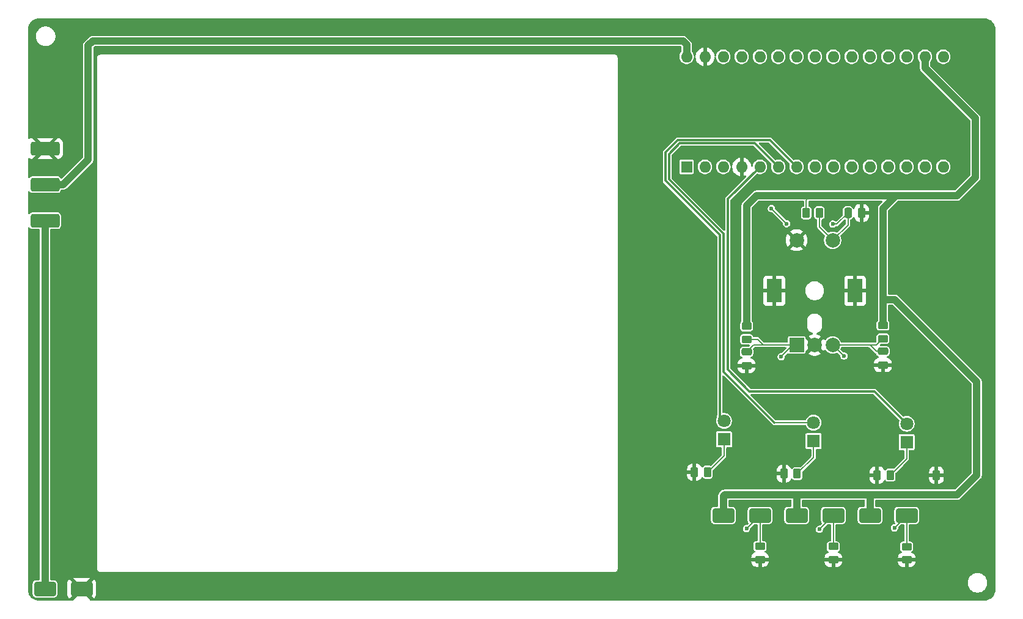
<source format=gbr>
%TF.GenerationSoftware,KiCad,Pcbnew,9.0.0*%
%TF.CreationDate,2025-10-26T20:42:14-07:00*%
%TF.ProjectId,Control_Dock,436f6e74-726f-46c5-9f44-6f636b2e6b69,1.0*%
%TF.SameCoordinates,Original*%
%TF.FileFunction,Copper,L1,Top*%
%TF.FilePolarity,Positive*%
%FSLAX46Y46*%
G04 Gerber Fmt 4.6, Leading zero omitted, Abs format (unit mm)*
G04 Created by KiCad (PCBNEW 9.0.0) date 2025-10-26 20:42:14*
%MOMM*%
%LPD*%
G01*
G04 APERTURE LIST*
G04 Aperture macros list*
%AMRoundRect*
0 Rectangle with rounded corners*
0 $1 Rounding radius*
0 $2 $3 $4 $5 $6 $7 $8 $9 X,Y pos of 4 corners*
0 Add a 4 corners polygon primitive as box body*
4,1,4,$2,$3,$4,$5,$6,$7,$8,$9,$2,$3,0*
0 Add four circle primitives for the rounded corners*
1,1,$1+$1,$2,$3*
1,1,$1+$1,$4,$5*
1,1,$1+$1,$6,$7*
1,1,$1+$1,$8,$9*
0 Add four rect primitives between the rounded corners*
20,1,$1+$1,$2,$3,$4,$5,0*
20,1,$1+$1,$4,$5,$6,$7,0*
20,1,$1+$1,$6,$7,$8,$9,0*
20,1,$1+$1,$8,$9,$2,$3,0*%
G04 Aperture macros list end*
%TA.AperFunction,SMDPad,CuDef*%
%ADD10RoundRect,0.300000X-1.200000X-0.700000X1.200000X-0.700000X1.200000X0.700000X-1.200000X0.700000X0*%
%TD*%
%TA.AperFunction,SMDPad,CuDef*%
%ADD11RoundRect,0.250000X-0.450000X0.262500X-0.450000X-0.262500X0.450000X-0.262500X0.450000X0.262500X0*%
%TD*%
%TA.AperFunction,SMDPad,CuDef*%
%ADD12RoundRect,0.250000X-0.250000X-0.475000X0.250000X-0.475000X0.250000X0.475000X-0.250000X0.475000X0*%
%TD*%
%TA.AperFunction,SMDPad,CuDef*%
%ADD13RoundRect,0.250000X-0.262500X-0.450000X0.262500X-0.450000X0.262500X0.450000X-0.262500X0.450000X0*%
%TD*%
%TA.AperFunction,SMDPad,CuDef*%
%ADD14RoundRect,0.250000X0.262500X0.450000X-0.262500X0.450000X-0.262500X-0.450000X0.262500X-0.450000X0*%
%TD*%
%TA.AperFunction,ComponentPad*%
%ADD15R,1.800000X1.800000*%
%TD*%
%TA.AperFunction,ComponentPad*%
%ADD16C,1.800000*%
%TD*%
%TA.AperFunction,SMDPad,CuDef*%
%ADD17RoundRect,0.250000X-0.475000X0.250000X-0.475000X-0.250000X0.475000X-0.250000X0.475000X0.250000X0*%
%TD*%
%TA.AperFunction,SMDPad,CuDef*%
%ADD18RoundRect,0.285750X1.714250X-0.666750X1.714250X0.666750X-1.714250X0.666750X-1.714250X-0.666750X0*%
%TD*%
%TA.AperFunction,ComponentPad*%
%ADD19R,2.000000X2.000000*%
%TD*%
%TA.AperFunction,ComponentPad*%
%ADD20C,2.000000*%
%TD*%
%TA.AperFunction,ComponentPad*%
%ADD21R,2.000000X3.200000*%
%TD*%
%TA.AperFunction,ComponentPad*%
%ADD22R,1.600000X1.600000*%
%TD*%
%TA.AperFunction,ComponentPad*%
%ADD23O,1.600000X1.600000*%
%TD*%
%TA.AperFunction,ViaPad*%
%ADD24C,0.600000*%
%TD*%
%TA.AperFunction,Conductor*%
%ADD25C,1.000000*%
%TD*%
%TA.AperFunction,Conductor*%
%ADD26C,0.200000*%
%TD*%
%TA.AperFunction,Conductor*%
%ADD27C,0.300000*%
%TD*%
%TA.AperFunction,Conductor*%
%ADD28C,0.400000*%
%TD*%
G04 APERTURE END LIST*
D10*
%TO.P,SW2,1,1*%
%TO.N,+3.3V*%
X144780000Y-119380000D03*
%TO.P,SW2,2,2*%
%TO.N,/a1*%
X149860000Y-119380000D03*
%TD*%
D11*
%TO.P,R9,1*%
%TO.N,/a3*%
X170180000Y-123687500D03*
%TO.P,R9,2*%
%TO.N,GND*%
X170180000Y-125512500D03*
%TD*%
D12*
%TO.P,C3,1*%
%TO.N,ROT1_Sw*%
X162050000Y-77500000D03*
%TO.P,C3,2*%
%TO.N,GND*%
X163950000Y-77500000D03*
%TD*%
D13*
%TO.P,R6,1*%
%TO.N,+3.3V*%
X156275000Y-77500000D03*
%TO.P,R6,2*%
%TO.N,ROT1_Sw*%
X158100000Y-77500000D03*
%TD*%
D14*
%TO.P,R1,1*%
%TO.N,Net-(D1-K)*%
X142612500Y-113400000D03*
%TO.P,R1,2*%
%TO.N,GND*%
X140787500Y-113400000D03*
%TD*%
D15*
%TO.P,D1,1,K*%
%TO.N,Net-(D1-K)*%
X144880000Y-108850000D03*
D16*
%TO.P,D1,2,A*%
%TO.N,/L3*%
X144880000Y-106310000D03*
%TD*%
D14*
%TO.P,R2,1*%
%TO.N,Net-(D2-K)*%
X155012500Y-113600000D03*
%TO.P,R2,2*%
%TO.N,GND*%
X153187500Y-113600000D03*
%TD*%
D11*
%TO.P,R4,1*%
%TO.N,+3.3V*%
X148000000Y-93175000D03*
%TO.P,R4,2*%
%TO.N,ROT1_A*%
X148000000Y-95000000D03*
%TD*%
D10*
%TO.P,SW4,1,1*%
%TO.N,+3.3V*%
X165100000Y-119380000D03*
%TO.P,SW4,2,2*%
%TO.N,/a3*%
X170180000Y-119380000D03*
%TD*%
D17*
%TO.P,C2,1*%
%TO.N,ROT1_A*%
X148000000Y-96750000D03*
%TO.P,C2,2*%
%TO.N,GND*%
X148000000Y-98650000D03*
%TD*%
D15*
%TO.P,D3,1,K*%
%TO.N,Net-(D3-K)*%
X170180000Y-109220000D03*
D16*
%TO.P,D3,2,A*%
%TO.N,/L1*%
X170180000Y-106680000D03*
%TD*%
D10*
%TO.P,BT1,1,+*%
%TO.N,Net-(BT1-+)*%
X50800000Y-129540000D03*
%TO.P,BT1,2,-*%
%TO.N,GND*%
X55880000Y-129540000D03*
%TD*%
D17*
%TO.P,C1,1*%
%TO.N,ROT1_B*%
X166900000Y-96650000D03*
%TO.P,C1,2*%
%TO.N,GND*%
X166900000Y-98550000D03*
%TD*%
D15*
%TO.P,D2,1,K*%
%TO.N,Net-(D2-K)*%
X157280000Y-109080000D03*
D16*
%TO.P,D2,2,A*%
%TO.N,/L2*%
X157280000Y-106540000D03*
%TD*%
D14*
%TO.P,R3,1*%
%TO.N,Net-(D3-K)*%
X167912500Y-113800000D03*
%TO.P,R3,2*%
%TO.N,GND*%
X166087500Y-113800000D03*
%TD*%
D11*
%TO.P,R5,1*%
%TO.N,+3.3V*%
X166900000Y-93075000D03*
%TO.P,R5,2*%
%TO.N,ROT1_B*%
X166900000Y-94900000D03*
%TD*%
D18*
%TO.P,SW1,1,C*%
%TO.N,Net-(BT1-+)*%
X50800000Y-78580000D03*
%TO.P,SW1,2,B*%
%TO.N,+12V*%
X50800000Y-73580000D03*
%TO.P,SW1,3,A*%
%TO.N,GND*%
X50800000Y-68580000D03*
%TD*%
D13*
%TO.P,ROT1,2*%
%TO.N,GND*%
X174312500Y-113800000D03*
D19*
%TO.P,ROT1,A,A*%
%TO.N,ROT1_A*%
X154940000Y-95780000D03*
D20*
%TO.P,ROT1,B,B*%
%TO.N,ROT1_B*%
X159940000Y-95780000D03*
%TO.P,ROT1,C,C*%
%TO.N,GND*%
X157440000Y-95780000D03*
D21*
%TO.P,ROT1,MP,MP*%
X151840000Y-88280000D03*
X163040000Y-88280000D03*
D20*
%TO.P,ROT1,S1,S1*%
%TO.N,ROT1_Sw*%
X159940000Y-81280000D03*
%TO.P,ROT1,S2,S2*%
%TO.N,GND*%
X154940000Y-81280000D03*
%TD*%
D10*
%TO.P,SW3,1,1*%
%TO.N,+3.3V*%
X154940000Y-119380000D03*
%TO.P,SW3,2,2*%
%TO.N,/a2*%
X160020000Y-119380000D03*
%TD*%
D11*
%TO.P,R7,1*%
%TO.N,/a1*%
X149860000Y-123640000D03*
%TO.P,R7,2*%
%TO.N,GND*%
X149860000Y-125465000D03*
%TD*%
D22*
%TO.P,Processor1,1,D1/TX*%
%TO.N,unconnected-(Processor1-D1{slash}TX-Pad1)*%
X139700000Y-71120000D03*
D23*
%TO.P,Processor1,2,D0/RX*%
%TO.N,unconnected-(Processor1-D0{slash}RX-Pad2)*%
X142240000Y-71120000D03*
%TO.P,Processor1,3,~{RESET}*%
%TO.N,unconnected-(Processor1-~{RESET}-Pad3)*%
X144780000Y-71120000D03*
%TO.P,Processor1,4,GND*%
%TO.N,GND*%
X147320000Y-71120000D03*
%TO.P,Processor1,5,D2*%
%TO.N,/L1*%
X149860000Y-71120000D03*
%TO.P,Processor1,6,D3*%
%TO.N,/L2*%
X152400000Y-71120000D03*
%TO.P,Processor1,7,D4*%
%TO.N,/L3*%
X154940000Y-71120000D03*
%TO.P,Processor1,8,D5*%
%TO.N,ROT1_Sw*%
X157480000Y-71120000D03*
%TO.P,Processor1,9,D6*%
%TO.N,unconnected-(Processor1-D6-Pad9)*%
X160020000Y-71120000D03*
%TO.P,Processor1,10,D7*%
%TO.N,unconnected-(Processor1-D7-Pad10)*%
X162560000Y-71120000D03*
%TO.P,Processor1,11,D8*%
%TO.N,ROT1_A*%
X165100000Y-71120000D03*
%TO.P,Processor1,12,D9*%
%TO.N,ROT1_B*%
X167640000Y-71120000D03*
%TO.P,Processor1,13,D10/CS*%
%TO.N,unconnected-(Processor1-D10{slash}CS-Pad13)*%
X170180000Y-71120000D03*
%TO.P,Processor1,14,D11/COPI*%
%TO.N,unconnected-(Processor1-D11{slash}COPI-Pad14)*%
X172720000Y-71120000D03*
%TO.P,Processor1,15,D12/CIPO*%
%TO.N,unconnected-(Processor1-D12{slash}CIPO-Pad15)*%
X175260000Y-71120000D03*
%TO.P,Processor1,16,D13/SCK*%
%TO.N,unconnected-(Processor1-D13{slash}SCK-Pad16)*%
X175260000Y-55880000D03*
%TO.P,Processor1,17,3V3*%
%TO.N,+3.3V*%
X172720000Y-55880000D03*
%TO.P,Processor1,18,B0*%
%TO.N,unconnected-(Processor1-B0-Pad18)*%
X170180000Y-55880000D03*
%TO.P,Processor1,19,A0*%
%TO.N,unconnected-(Processor1-A0-Pad19)*%
X167640000Y-55880000D03*
%TO.P,Processor1,20,A1*%
%TO.N,/a1*%
X165100000Y-55880000D03*
%TO.P,Processor1,21,A2*%
%TO.N,/a2*%
X162560000Y-55880000D03*
%TO.P,Processor1,22,A3*%
%TO.N,/a3*%
X160020000Y-55880000D03*
%TO.P,Processor1,23,SDA/A4*%
%TO.N,unconnected-(Processor1-SDA{slash}A4-Pad23)*%
X157480000Y-55880000D03*
%TO.P,Processor1,24,SCL/A5*%
%TO.N,unconnected-(Processor1-SCL{slash}A5-Pad24)*%
X154940000Y-55880000D03*
%TO.P,Processor1,25,A6*%
%TO.N,unconnected-(Processor1-A6-Pad25)*%
X152400000Y-55880000D03*
%TO.P,Processor1,26,A7*%
%TO.N,unconnected-(Processor1-A7-Pad26)*%
X149860000Y-55880000D03*
%TO.P,Processor1,27,VUSB/5V*%
%TO.N,unconnected-(Processor1-VUSB{slash}5V-Pad27)*%
X147320000Y-55880000D03*
%TO.P,Processor1,28,B1*%
%TO.N,unconnected-(Processor1-B1-Pad28)*%
X144780000Y-55880000D03*
%TO.P,Processor1,29,GND*%
%TO.N,GND*%
X142240000Y-55880000D03*
%TO.P,Processor1,30,VIN*%
%TO.N,+12V*%
X139700000Y-55880000D03*
%TD*%
D11*
%TO.P,R8,1*%
%TO.N,/a2*%
X160020000Y-123675000D03*
%TO.P,R8,2*%
%TO.N,GND*%
X160020000Y-125500000D03*
%TD*%
D24*
%TO.N,GND*%
X176500000Y-52100000D03*
X169700000Y-52000000D03*
X159700000Y-52000000D03*
X152200000Y-52000000D03*
X142200000Y-52000000D03*
X181600000Y-102500000D03*
X181600000Y-112500000D03*
X55000000Y-55000000D03*
X55000000Y-65000000D03*
X55000000Y-75000000D03*
X55000000Y-85000000D03*
X55000000Y-95000000D03*
X55000000Y-105000000D03*
X55000000Y-115000000D03*
X55000000Y-125000000D03*
X180000000Y-55000000D03*
X180000000Y-60000000D03*
X180000000Y-75000000D03*
X180000000Y-85000000D03*
X180000000Y-95000000D03*
X180000000Y-120000000D03*
X175000000Y-125000000D03*
X170000000Y-130000000D03*
X160000000Y-130000000D03*
X150000000Y-130000000D03*
X140000000Y-130000000D03*
X130000000Y-130000000D03*
X120000000Y-130000000D03*
X110000000Y-130000000D03*
X100000000Y-130000000D03*
X90000000Y-130000000D03*
X80000000Y-130000000D03*
X70000000Y-130000000D03*
X60000000Y-130000000D03*
X160300000Y-78100000D03*
X150700000Y-77300000D03*
X152700000Y-79200000D03*
X160600000Y-97500000D03*
X153800000Y-97500000D03*
X169400000Y-121300000D03*
X159200000Y-121400000D03*
X149200000Y-121100000D03*
%TO.N,ROT1_B*%
X161500000Y-97300000D03*
%TO.N,ROT1_A*%
X152800000Y-97400000D03*
%TO.N,ROT1_Sw*%
X159950000Y-79050000D03*
X151450000Y-76900000D03*
X153550000Y-79000000D03*
%TO.N,/a3*%
X168500000Y-121100000D03*
%TO.N,/a2*%
X158100000Y-121300000D03*
%TO.N,/a1*%
X148000000Y-121200000D03*
%TD*%
D25*
%TO.N,+12V*%
X53320000Y-73580000D02*
X50800000Y-73580000D01*
X56800000Y-70100000D02*
X53320000Y-73580000D01*
X56800000Y-54300000D02*
X56800000Y-70100000D01*
X57400000Y-53700000D02*
X56800000Y-54300000D01*
X139200000Y-53700000D02*
X57400000Y-53700000D01*
X139700000Y-55880000D02*
X139700000Y-54200000D01*
X139700000Y-54200000D02*
X139200000Y-53700000D01*
D26*
%TO.N,ROT1_B*%
X159940000Y-95780000D02*
X161460000Y-97300000D01*
X161460000Y-97300000D02*
X161500000Y-97300000D01*
X165000000Y-95780000D02*
X165100000Y-95780000D01*
X166020000Y-95780000D02*
X166900000Y-94900000D01*
X165970000Y-96650000D02*
X166900000Y-96650000D01*
X165100000Y-95780000D02*
X165970000Y-96650000D01*
X165000000Y-95780000D02*
X166020000Y-95780000D01*
X159940000Y-95780000D02*
X165000000Y-95780000D01*
%TO.N,ROT1_A*%
X154940000Y-95780000D02*
X154420000Y-95780000D01*
X154420000Y-95780000D02*
X152800000Y-97400000D01*
X154940000Y-95780000D02*
X150300000Y-95780000D01*
X150300000Y-95780000D02*
X148970000Y-95780000D01*
X150300000Y-95780000D02*
X149520000Y-95000000D01*
X149520000Y-95000000D02*
X148000000Y-95000000D01*
X148970000Y-95780000D02*
X148000000Y-96750000D01*
%TO.N,ROT1_Sw*%
X158100000Y-79440000D02*
X158100000Y-77500000D01*
X162050000Y-79150000D02*
X162050000Y-77500000D01*
X162050000Y-77500000D02*
X160500000Y-79050000D01*
X153550000Y-79000000D02*
X151450000Y-76900000D01*
X159940000Y-81280000D02*
X158100000Y-79440000D01*
X159940000Y-81280000D02*
X159940000Y-81260000D01*
X160500000Y-79050000D02*
X159950000Y-79050000D01*
X159940000Y-81260000D02*
X162050000Y-79150000D01*
D27*
%TO.N,/L3*%
X136750000Y-73050000D02*
X136750000Y-69150000D01*
X151220000Y-67400000D02*
X154940000Y-71120000D01*
X136750000Y-69150000D02*
X138500000Y-67400000D01*
X144280000Y-105710000D02*
X144280000Y-80580000D01*
X144280000Y-80580000D02*
X136750000Y-73050000D01*
X138500000Y-67400000D02*
X151220000Y-67400000D01*
D28*
X144880000Y-106310000D02*
X144280000Y-105710000D01*
D26*
%TO.N,Net-(D1-K)*%
X144880000Y-108850000D02*
X144880000Y-111132500D01*
X144880000Y-111132500D02*
X142612500Y-113400000D01*
D27*
%TO.N,/L2*%
X144800000Y-99475000D02*
X144800000Y-80400000D01*
X137250000Y-72850000D02*
X137250000Y-69350000D01*
D26*
X157280000Y-106540000D02*
X151865000Y-106540000D01*
D27*
X137250000Y-69350000D02*
X138750000Y-67850000D01*
X149130000Y-67850000D02*
X152400000Y-71120000D01*
X138750000Y-67850000D02*
X149130000Y-67850000D01*
X151865000Y-106540000D02*
X144800000Y-99475000D01*
X144800000Y-80400000D02*
X137250000Y-72850000D01*
D26*
%TO.N,Net-(D2-K)*%
X157280000Y-111332500D02*
X155012500Y-113600000D01*
X157280000Y-109080000D02*
X157280000Y-111332500D01*
D27*
%TO.N,/L1*%
X165700000Y-102200000D02*
X148400000Y-102200000D01*
X145400000Y-99200000D02*
X145400000Y-75580000D01*
X170180000Y-106680000D02*
X165700000Y-102200000D01*
X145400000Y-75580000D02*
X149860000Y-71120000D01*
X148400000Y-102200000D02*
X145400000Y-99200000D01*
D26*
%TO.N,Net-(D3-K)*%
X170180000Y-109220000D02*
X170180000Y-111532500D01*
X170180000Y-111532500D02*
X167912500Y-113800000D01*
%TO.N,/a3*%
X170180000Y-119380000D02*
X168500000Y-121060000D01*
X170180000Y-119380000D02*
X170180000Y-123687500D01*
X168500000Y-121060000D02*
X168500000Y-121100000D01*
%TO.N,/a2*%
X160020000Y-119380000D02*
X160020000Y-123675000D01*
X160020000Y-119380000D02*
X158100000Y-121300000D01*
D25*
%TO.N,+3.3V*%
X144780000Y-116680000D02*
X144780000Y-119380000D01*
X166900000Y-89500000D02*
X166900000Y-76900000D01*
X154900000Y-116500000D02*
X144960000Y-116500000D01*
X179900000Y-113800000D02*
X178600000Y-115100000D01*
X172720000Y-57420000D02*
X179700000Y-64400000D01*
X179900000Y-100900000D02*
X179900000Y-102000000D01*
X148000000Y-76500000D02*
X149400000Y-75100000D01*
X179700000Y-64400000D02*
X179700000Y-72600000D01*
X148000000Y-93175000D02*
X148000000Y-76500000D01*
X178600000Y-115100000D02*
X177200000Y-116500000D01*
X171200000Y-92200000D02*
X179900000Y-100900000D01*
X172720000Y-55880000D02*
X172720000Y-57420000D01*
X166900000Y-89500000D02*
X168500000Y-89500000D01*
X166900000Y-93075000D02*
X166900000Y-89500000D01*
X166900000Y-76900000D02*
X168700000Y-75100000D01*
X154900000Y-116500000D02*
X154940000Y-116540000D01*
X177200000Y-75100000D02*
X168700000Y-75100000D01*
X177200000Y-116500000D02*
X165100000Y-116500000D01*
X144960000Y-116500000D02*
X144780000Y-116680000D01*
D26*
X156275000Y-77500000D02*
X156275000Y-75725000D01*
D25*
X179700000Y-72600000D02*
X177200000Y-75100000D01*
X168500000Y-89500000D02*
X171200000Y-92200000D01*
X179900000Y-102000000D02*
X179900000Y-113800000D01*
X154940000Y-116540000D02*
X154940000Y-119380000D01*
X165100000Y-116500000D02*
X165100000Y-119380000D01*
D26*
X156275000Y-75725000D02*
X156900000Y-75100000D01*
D25*
X156900000Y-75100000D02*
X154300000Y-75100000D01*
X168700000Y-75100000D02*
X156900000Y-75100000D01*
X165100000Y-116500000D02*
X154900000Y-116500000D01*
X154300000Y-75100000D02*
X149400000Y-75100000D01*
D26*
%TO.N,/a1*%
X148040000Y-121200000D02*
X148000000Y-121200000D01*
X149860000Y-119380000D02*
X148040000Y-121200000D01*
X149860000Y-119380000D02*
X149860000Y-123640000D01*
D25*
%TO.N,Net-(BT1-+)*%
X50800000Y-78580000D02*
X50800000Y-129540000D01*
%TD*%
%TA.AperFunction,Conductor*%
%TO.N,GND*%
G36*
X180974418Y-50585816D02*
G01*
X181174561Y-50600130D01*
X181192063Y-50602647D01*
X181383797Y-50644355D01*
X181400755Y-50649334D01*
X181584609Y-50717909D01*
X181600701Y-50725259D01*
X181772904Y-50819288D01*
X181787784Y-50828849D01*
X181944867Y-50946441D01*
X181958237Y-50958027D01*
X182096972Y-51096762D01*
X182108558Y-51110132D01*
X182226146Y-51267210D01*
X182235711Y-51282095D01*
X182329740Y-51454298D01*
X182337090Y-51470390D01*
X182405662Y-51654236D01*
X182410646Y-51671212D01*
X182452351Y-51862931D01*
X182454869Y-51880442D01*
X182469184Y-52080580D01*
X182469500Y-52089427D01*
X182469500Y-129670572D01*
X182469184Y-129679419D01*
X182454869Y-129879557D01*
X182452351Y-129897068D01*
X182410646Y-130088787D01*
X182405662Y-130105763D01*
X182337090Y-130289609D01*
X182329740Y-130305701D01*
X182235711Y-130477904D01*
X182226146Y-130492789D01*
X182108558Y-130649867D01*
X182096972Y-130663237D01*
X181958237Y-130801972D01*
X181944867Y-130813558D01*
X181787789Y-130931146D01*
X181772904Y-130940711D01*
X181600701Y-131034740D01*
X181584609Y-131042090D01*
X181400763Y-131110662D01*
X181383787Y-131115646D01*
X181192068Y-131157351D01*
X181174557Y-131159869D01*
X180993779Y-131172799D01*
X180974417Y-131174184D01*
X180965572Y-131174500D01*
X57156315Y-131174500D01*
X57089276Y-131154815D01*
X57043521Y-131102011D01*
X57035974Y-131049525D01*
X55880000Y-129893552D01*
X54723319Y-131050231D01*
X54725715Y-131072516D01*
X54694440Y-131134995D01*
X54634352Y-131170648D01*
X54603685Y-131174500D01*
X49952428Y-131174500D01*
X49943582Y-131174184D01*
X49921622Y-131172613D01*
X49743442Y-131159869D01*
X49725931Y-131157351D01*
X49534212Y-131115646D01*
X49517236Y-131110662D01*
X49333390Y-131042090D01*
X49317298Y-131034740D01*
X49145095Y-130940711D01*
X49130210Y-130931146D01*
X48973132Y-130813558D01*
X48959762Y-130801972D01*
X48821027Y-130663237D01*
X48809441Y-130649867D01*
X48691849Y-130492784D01*
X48682288Y-130477904D01*
X48588259Y-130305701D01*
X48580909Y-130289609D01*
X48580263Y-130287876D01*
X48512334Y-130105755D01*
X48507355Y-130088797D01*
X48465647Y-129897063D01*
X48463130Y-129879556D01*
X48461377Y-129855051D01*
X48448816Y-129679418D01*
X48448500Y-129670572D01*
X48448500Y-79579437D01*
X48468185Y-79512398D01*
X48520989Y-79466643D01*
X48590147Y-79456699D01*
X48653703Y-79485724D01*
X48671764Y-79505123D01*
X48738384Y-79594116D01*
X48850319Y-79677910D01*
X48850321Y-79677911D01*
X48893988Y-79694197D01*
X48981327Y-79726773D01*
X49039245Y-79733000D01*
X49975500Y-79732999D01*
X50042539Y-79752683D01*
X50088294Y-79805487D01*
X50099500Y-79856999D01*
X50099500Y-128215500D01*
X50079815Y-128282539D01*
X50027011Y-128328294D01*
X49975500Y-128339500D01*
X49552129Y-128339500D01*
X49552123Y-128339501D01*
X49492516Y-128345908D01*
X49357671Y-128396202D01*
X49357664Y-128396206D01*
X49242455Y-128482452D01*
X49242452Y-128482455D01*
X49156206Y-128597664D01*
X49156202Y-128597671D01*
X49105908Y-128732517D01*
X49099501Y-128792116D01*
X49099501Y-128792123D01*
X49099500Y-128792135D01*
X49099500Y-130287870D01*
X49099501Y-130287876D01*
X49105908Y-130347483D01*
X49156202Y-130482328D01*
X49156206Y-130482335D01*
X49242452Y-130597544D01*
X49242455Y-130597547D01*
X49357664Y-130683793D01*
X49357671Y-130683797D01*
X49492517Y-130734091D01*
X49492516Y-130734091D01*
X49499444Y-130734835D01*
X49552127Y-130740500D01*
X52047872Y-130740499D01*
X52107483Y-130734091D01*
X52242331Y-130683796D01*
X52357546Y-130597546D01*
X52443796Y-130482331D01*
X52494091Y-130347483D01*
X52500500Y-130287873D01*
X52500499Y-128795069D01*
X53880000Y-128795069D01*
X53880000Y-130284930D01*
X53895122Y-130419141D01*
X53954663Y-130589301D01*
X54050577Y-130741948D01*
X54178049Y-130869420D01*
X54178053Y-130869423D01*
X54189702Y-130876743D01*
X54189704Y-130876743D01*
X55526448Y-129540000D01*
X55526447Y-129539999D01*
X56233552Y-129539999D01*
X56233552Y-129540000D01*
X57570294Y-130876743D01*
X57581947Y-130869423D01*
X57581950Y-130869420D01*
X57709423Y-130741946D01*
X57805336Y-130589301D01*
X57864877Y-130419141D01*
X57879999Y-130284930D01*
X57880000Y-130284930D01*
X57880000Y-128795070D01*
X57879999Y-128795069D01*
X57864877Y-128660856D01*
X57864877Y-128660855D01*
X57854012Y-128629807D01*
X57854008Y-128629795D01*
X57841382Y-128593713D01*
X178649500Y-128593713D01*
X178649500Y-128806287D01*
X178682754Y-129016243D01*
X178738057Y-129186448D01*
X178748444Y-129218414D01*
X178844951Y-129407820D01*
X178969890Y-129579786D01*
X179120213Y-129730109D01*
X179292179Y-129855048D01*
X179292181Y-129855049D01*
X179292184Y-129855051D01*
X179481588Y-129951557D01*
X179683757Y-130017246D01*
X179893713Y-130050500D01*
X179893714Y-130050500D01*
X180106286Y-130050500D01*
X180106287Y-130050500D01*
X180316243Y-130017246D01*
X180518412Y-129951557D01*
X180707816Y-129855051D01*
X180747455Y-129826252D01*
X180879786Y-129730109D01*
X180879788Y-129730106D01*
X180879792Y-129730104D01*
X181030104Y-129579792D01*
X181030106Y-129579788D01*
X181030109Y-129579786D01*
X181155048Y-129407820D01*
X181155047Y-129407820D01*
X181155051Y-129407816D01*
X181251557Y-129218412D01*
X181317246Y-129016243D01*
X181350500Y-128806287D01*
X181350500Y-128593713D01*
X181317246Y-128383757D01*
X181251557Y-128181588D01*
X181155051Y-127992184D01*
X181155049Y-127992181D01*
X181155048Y-127992179D01*
X181030109Y-127820213D01*
X180879786Y-127669890D01*
X180707820Y-127544951D01*
X180518414Y-127448444D01*
X180518413Y-127448443D01*
X180518412Y-127448443D01*
X180316243Y-127382754D01*
X180316241Y-127382753D01*
X180316240Y-127382753D01*
X180154957Y-127357208D01*
X180106287Y-127349500D01*
X179893713Y-127349500D01*
X179845042Y-127357208D01*
X179683760Y-127382753D01*
X179481585Y-127448444D01*
X179292179Y-127544951D01*
X179120213Y-127669890D01*
X178969890Y-127820213D01*
X178844951Y-127992179D01*
X178748444Y-128181585D01*
X178682753Y-128383760D01*
X178665816Y-128490698D01*
X178649500Y-128593713D01*
X57841382Y-128593713D01*
X57805336Y-128490698D01*
X57709423Y-128338053D01*
X57581948Y-128210577D01*
X57570296Y-128203255D01*
X57570295Y-128203255D01*
X56233552Y-129539999D01*
X55526447Y-129539999D01*
X54189703Y-128203255D01*
X54189702Y-128203255D01*
X54178052Y-128210576D01*
X54050576Y-128338053D01*
X53954663Y-128490698D01*
X53895122Y-128660858D01*
X53880000Y-128795069D01*
X52500499Y-128795069D01*
X52500499Y-128792128D01*
X52494091Y-128732517D01*
X52467363Y-128660856D01*
X52443797Y-128597671D01*
X52443793Y-128597664D01*
X52357547Y-128482455D01*
X52357544Y-128482452D01*
X52242335Y-128396206D01*
X52242328Y-128396202D01*
X52107482Y-128345908D01*
X52107483Y-128345908D01*
X52047883Y-128339501D01*
X52047881Y-128339500D01*
X52047873Y-128339500D01*
X52047865Y-128339500D01*
X51624500Y-128339500D01*
X51615814Y-128336949D01*
X51606853Y-128338238D01*
X51582812Y-128327259D01*
X51557461Y-128319815D01*
X51551533Y-128312974D01*
X51543297Y-128309213D01*
X51529007Y-128286978D01*
X51511706Y-128267011D01*
X51509418Y-128256496D01*
X51505523Y-128250435D01*
X51500500Y-128215500D01*
X51500500Y-128040000D01*
X54733551Y-128040000D01*
X55880000Y-129186448D01*
X57026448Y-128040000D01*
X54733551Y-128040000D01*
X51500500Y-128040000D01*
X51500500Y-79856999D01*
X51520185Y-79789960D01*
X51572989Y-79744205D01*
X51624500Y-79732999D01*
X52560753Y-79732999D01*
X52560754Y-79732999D01*
X52618673Y-79726773D01*
X52749681Y-79677910D01*
X52861616Y-79594116D01*
X52945410Y-79482181D01*
X52994273Y-79351173D01*
X53000500Y-79293255D01*
X53000499Y-77866746D01*
X52994273Y-77808827D01*
X52945410Y-77677819D01*
X52861616Y-77565884D01*
X52749681Y-77482090D01*
X52749680Y-77482089D01*
X52749678Y-77482088D01*
X52618676Y-77433228D01*
X52618675Y-77433227D01*
X52618673Y-77433227D01*
X52560755Y-77427000D01*
X52560745Y-77427000D01*
X49039247Y-77427000D01*
X49039241Y-77427001D01*
X48981326Y-77433226D01*
X48850321Y-77482088D01*
X48850319Y-77482089D01*
X48775833Y-77537849D01*
X48738384Y-77565884D01*
X48738383Y-77565885D01*
X48738382Y-77565886D01*
X48671766Y-77654873D01*
X48615832Y-77696744D01*
X48546141Y-77701728D01*
X48484818Y-77668242D01*
X48451334Y-77606919D01*
X48448500Y-77580562D01*
X48448500Y-74579437D01*
X48468185Y-74512398D01*
X48520989Y-74466643D01*
X48590147Y-74456699D01*
X48653703Y-74485724D01*
X48671764Y-74505123D01*
X48738384Y-74594116D01*
X48850319Y-74677910D01*
X48850321Y-74677911D01*
X48893988Y-74694197D01*
X48981327Y-74726773D01*
X49039245Y-74733000D01*
X52560754Y-74732999D01*
X52618673Y-74726773D01*
X52749681Y-74677910D01*
X52861616Y-74594116D01*
X52945410Y-74482181D01*
X52966208Y-74426420D01*
X52990546Y-74361167D01*
X53032417Y-74305233D01*
X53097882Y-74280816D01*
X53106728Y-74280500D01*
X53388996Y-74280500D01*
X53480040Y-74262389D01*
X53524328Y-74253580D01*
X53588069Y-74227177D01*
X53651807Y-74200777D01*
X53651808Y-74200776D01*
X53651811Y-74200775D01*
X53766543Y-74124114D01*
X57344114Y-70546543D01*
X57420775Y-70431811D01*
X57473580Y-70304329D01*
X57487695Y-70233368D01*
X57497350Y-70184829D01*
X57500500Y-70168995D01*
X57500500Y-56014108D01*
X58039500Y-56014108D01*
X58039500Y-126765891D01*
X58073608Y-126893187D01*
X58106554Y-126950250D01*
X58139500Y-127007314D01*
X58232686Y-127100500D01*
X58346814Y-127166392D01*
X58474108Y-127200500D01*
X58474110Y-127200500D01*
X129725890Y-127200500D01*
X129725892Y-127200500D01*
X129853186Y-127166392D01*
X129967314Y-127100500D01*
X130060500Y-127007314D01*
X130126392Y-126893186D01*
X130160500Y-126765892D01*
X130160500Y-125777486D01*
X148660001Y-125777486D01*
X148670494Y-125880197D01*
X148725641Y-126046619D01*
X148725643Y-126046624D01*
X148817684Y-126195845D01*
X148941654Y-126319815D01*
X149090875Y-126411856D01*
X149090880Y-126411858D01*
X149257302Y-126467005D01*
X149257309Y-126467006D01*
X149360019Y-126477499D01*
X149609999Y-126477499D01*
X150110000Y-126477499D01*
X150359972Y-126477499D01*
X150359986Y-126477498D01*
X150462697Y-126467005D01*
X150629119Y-126411858D01*
X150629124Y-126411856D01*
X150778345Y-126319815D01*
X150902315Y-126195845D01*
X150994356Y-126046624D01*
X150994358Y-126046619D01*
X151049505Y-125880197D01*
X151049506Y-125880190D01*
X151056423Y-125812486D01*
X158820001Y-125812486D01*
X158830494Y-125915197D01*
X158885641Y-126081619D01*
X158885643Y-126081624D01*
X158977684Y-126230845D01*
X159101654Y-126354815D01*
X159250875Y-126446856D01*
X159250880Y-126446858D01*
X159417302Y-126502005D01*
X159417309Y-126502006D01*
X159520019Y-126512499D01*
X159769999Y-126512499D01*
X160270000Y-126512499D01*
X160519972Y-126512499D01*
X160519986Y-126512498D01*
X160622697Y-126502005D01*
X160789119Y-126446858D01*
X160789124Y-126446856D01*
X160938345Y-126354815D01*
X161062315Y-126230845D01*
X161154356Y-126081624D01*
X161154358Y-126081619D01*
X161209505Y-125915197D01*
X161209506Y-125915190D01*
X161218722Y-125824986D01*
X168980001Y-125824986D01*
X168990494Y-125927697D01*
X169045641Y-126094119D01*
X169045643Y-126094124D01*
X169137684Y-126243345D01*
X169261654Y-126367315D01*
X169410875Y-126459356D01*
X169410880Y-126459358D01*
X169577302Y-126514505D01*
X169577309Y-126514506D01*
X169680019Y-126524999D01*
X169929999Y-126524999D01*
X170430000Y-126524999D01*
X170679972Y-126524999D01*
X170679986Y-126524998D01*
X170782697Y-126514505D01*
X170949119Y-126459358D01*
X170949124Y-126459356D01*
X171098345Y-126367315D01*
X171222315Y-126243345D01*
X171314356Y-126094124D01*
X171314358Y-126094119D01*
X171369505Y-125927697D01*
X171369506Y-125927690D01*
X171379999Y-125824986D01*
X171380000Y-125824973D01*
X171380000Y-125762500D01*
X170430000Y-125762500D01*
X170430000Y-126524999D01*
X169929999Y-126524999D01*
X169930000Y-126524998D01*
X169930000Y-125762500D01*
X168980001Y-125762500D01*
X168980001Y-125824986D01*
X161218722Y-125824986D01*
X161219999Y-125812486D01*
X161220000Y-125812473D01*
X161220000Y-125750000D01*
X160270000Y-125750000D01*
X160270000Y-126512499D01*
X159769999Y-126512499D01*
X159770000Y-126512498D01*
X159770000Y-125750000D01*
X158820001Y-125750000D01*
X158820001Y-125812486D01*
X151056423Y-125812486D01*
X151059999Y-125777486D01*
X151060000Y-125777473D01*
X151060000Y-125715000D01*
X150110000Y-125715000D01*
X150110000Y-126477499D01*
X149609999Y-126477499D01*
X149610000Y-126477498D01*
X149610000Y-125715000D01*
X148660001Y-125715000D01*
X148660001Y-125777486D01*
X130160500Y-125777486D01*
X130160500Y-121134108D01*
X147499500Y-121134108D01*
X147499500Y-121265892D01*
X147506813Y-121293186D01*
X147533608Y-121393187D01*
X147541766Y-121407316D01*
X147599500Y-121507314D01*
X147692686Y-121600500D01*
X147806814Y-121666392D01*
X147934108Y-121700500D01*
X147934110Y-121700500D01*
X148065890Y-121700500D01*
X148065892Y-121700500D01*
X148193186Y-121666392D01*
X148307314Y-121600500D01*
X148400500Y-121507314D01*
X148466392Y-121393186D01*
X148500500Y-121265892D01*
X148500500Y-121215832D01*
X148520185Y-121148793D01*
X148536815Y-121128155D01*
X149048152Y-120616817D01*
X149109475Y-120583333D01*
X149135833Y-120580499D01*
X149435500Y-120580499D01*
X149502539Y-120600184D01*
X149548294Y-120652988D01*
X149559500Y-120704499D01*
X149559500Y-122803000D01*
X149539815Y-122870039D01*
X149487011Y-122915794D01*
X149435500Y-122927000D01*
X149355730Y-122927000D01*
X149325300Y-122929853D01*
X149325298Y-122929853D01*
X149197119Y-122974706D01*
X149197117Y-122974707D01*
X149087850Y-123055350D01*
X149007207Y-123164617D01*
X149007206Y-123164619D01*
X148962353Y-123292798D01*
X148962353Y-123292800D01*
X148959500Y-123323230D01*
X148959500Y-123956769D01*
X148962353Y-123987199D01*
X148962353Y-123987201D01*
X149007206Y-124115380D01*
X149007207Y-124115382D01*
X149042263Y-124162882D01*
X149087851Y-124224651D01*
X149170601Y-124285723D01*
X149212852Y-124341370D01*
X149218311Y-124411026D01*
X149185244Y-124472576D01*
X149135974Y-124503198D01*
X149090883Y-124518140D01*
X149090875Y-124518143D01*
X148941654Y-124610184D01*
X148817684Y-124734154D01*
X148725643Y-124883375D01*
X148725641Y-124883380D01*
X148670494Y-125049802D01*
X148670493Y-125049809D01*
X148660000Y-125152513D01*
X148660000Y-125215000D01*
X151059999Y-125215000D01*
X151059999Y-125152528D01*
X151059998Y-125152513D01*
X151049505Y-125049802D01*
X150994358Y-124883380D01*
X150994356Y-124883375D01*
X150902315Y-124734154D01*
X150778345Y-124610184D01*
X150629124Y-124518143D01*
X150629121Y-124518142D01*
X150584026Y-124503199D01*
X150526582Y-124463426D01*
X150499759Y-124398910D01*
X150512074Y-124330134D01*
X150549394Y-124285725D01*
X150632150Y-124224650D01*
X150712793Y-124115382D01*
X150735219Y-124051290D01*
X150757646Y-123987201D01*
X150757646Y-123987199D01*
X150760500Y-123956769D01*
X150760500Y-123323230D01*
X150757646Y-123292800D01*
X150757646Y-123292798D01*
X150712793Y-123164619D01*
X150712792Y-123164617D01*
X150667206Y-123102850D01*
X150632150Y-123055350D01*
X150522882Y-122974707D01*
X150522880Y-122974706D01*
X150394700Y-122929853D01*
X150364270Y-122927000D01*
X150364266Y-122927000D01*
X150284500Y-122927000D01*
X150217461Y-122907315D01*
X150171706Y-122854511D01*
X150160500Y-122803000D01*
X150160500Y-121234108D01*
X157599500Y-121234108D01*
X157599500Y-121365892D01*
X157616554Y-121429539D01*
X157633608Y-121493187D01*
X157641766Y-121507316D01*
X157699500Y-121607314D01*
X157792686Y-121700500D01*
X157906814Y-121766392D01*
X158034108Y-121800500D01*
X158034110Y-121800500D01*
X158165890Y-121800500D01*
X158165892Y-121800500D01*
X158293186Y-121766392D01*
X158407314Y-121700500D01*
X158500500Y-121607314D01*
X158566392Y-121493186D01*
X158600500Y-121365892D01*
X158600500Y-121275832D01*
X158620185Y-121208793D01*
X158636819Y-121188151D01*
X159208152Y-120616818D01*
X159269475Y-120583333D01*
X159295833Y-120580499D01*
X159595500Y-120580499D01*
X159662539Y-120600184D01*
X159708294Y-120652988D01*
X159719500Y-120704499D01*
X159719500Y-122838000D01*
X159699815Y-122905039D01*
X159647011Y-122950794D01*
X159595500Y-122962000D01*
X159515730Y-122962000D01*
X159485300Y-122964853D01*
X159485298Y-122964853D01*
X159357119Y-123009706D01*
X159357117Y-123009707D01*
X159247850Y-123090350D01*
X159167207Y-123199617D01*
X159167206Y-123199619D01*
X159122353Y-123327798D01*
X159122353Y-123327800D01*
X159119500Y-123358230D01*
X159119500Y-123991769D01*
X159122353Y-124022199D01*
X159122353Y-124022201D01*
X159167206Y-124150380D01*
X159167207Y-124150382D01*
X159222017Y-124224648D01*
X159247851Y-124259651D01*
X159330601Y-124320723D01*
X159372852Y-124376370D01*
X159378311Y-124446026D01*
X159345244Y-124507576D01*
X159295974Y-124538198D01*
X159250883Y-124553140D01*
X159250875Y-124553143D01*
X159101654Y-124645184D01*
X158977684Y-124769154D01*
X158885643Y-124918375D01*
X158885641Y-124918380D01*
X158830494Y-125084802D01*
X158830493Y-125084809D01*
X158820000Y-125187513D01*
X158820000Y-125250000D01*
X161219999Y-125250000D01*
X161219999Y-125187528D01*
X161219998Y-125187513D01*
X161209505Y-125084802D01*
X161154358Y-124918380D01*
X161154356Y-124918375D01*
X161062315Y-124769154D01*
X160938345Y-124645184D01*
X160789124Y-124553143D01*
X160789121Y-124553142D01*
X160744026Y-124538199D01*
X160686582Y-124498426D01*
X160659759Y-124433910D01*
X160672074Y-124365134D01*
X160709394Y-124320725D01*
X160792150Y-124259650D01*
X160872793Y-124150382D01*
X160895219Y-124086290D01*
X160917646Y-124022201D01*
X160917646Y-124022199D01*
X160920500Y-123991769D01*
X160920500Y-123358230D01*
X160917646Y-123327800D01*
X160917646Y-123327798D01*
X160877167Y-123212118D01*
X160872793Y-123199618D01*
X160792150Y-123090350D01*
X160682882Y-123009707D01*
X160682880Y-123009706D01*
X160554700Y-122964853D01*
X160524270Y-122962000D01*
X160524266Y-122962000D01*
X160444500Y-122962000D01*
X160377461Y-122942315D01*
X160331706Y-122889511D01*
X160320500Y-122838000D01*
X160320500Y-121034108D01*
X167999500Y-121034108D01*
X167999500Y-121165891D01*
X168033608Y-121293187D01*
X168066554Y-121350250D01*
X168099500Y-121407314D01*
X168192686Y-121500500D01*
X168306814Y-121566392D01*
X168434108Y-121600500D01*
X168434110Y-121600500D01*
X168565890Y-121600500D01*
X168565892Y-121600500D01*
X168693186Y-121566392D01*
X168807314Y-121500500D01*
X168900500Y-121407314D01*
X168966392Y-121293186D01*
X169000500Y-121165892D01*
X169000500Y-121035832D01*
X169020185Y-120968793D01*
X169036819Y-120948151D01*
X169368152Y-120616818D01*
X169429475Y-120583333D01*
X169455833Y-120580499D01*
X169755500Y-120580499D01*
X169822539Y-120600184D01*
X169868294Y-120652988D01*
X169879500Y-120704499D01*
X169879500Y-122850500D01*
X169859815Y-122917539D01*
X169807011Y-122963294D01*
X169755500Y-122974500D01*
X169675730Y-122974500D01*
X169645300Y-122977353D01*
X169645298Y-122977353D01*
X169517119Y-123022206D01*
X169517117Y-123022207D01*
X169407850Y-123102850D01*
X169327207Y-123212117D01*
X169327206Y-123212119D01*
X169282353Y-123340298D01*
X169282353Y-123340300D01*
X169279500Y-123370730D01*
X169279500Y-124004269D01*
X169282353Y-124034699D01*
X169282353Y-124034701D01*
X169322832Y-124150380D01*
X169327207Y-124162882D01*
X169398625Y-124259651D01*
X169407851Y-124272151D01*
X169490601Y-124333223D01*
X169532852Y-124388870D01*
X169538311Y-124458526D01*
X169505244Y-124520076D01*
X169455974Y-124550698D01*
X169410883Y-124565640D01*
X169410875Y-124565643D01*
X169261654Y-124657684D01*
X169137684Y-124781654D01*
X169045643Y-124930875D01*
X169045641Y-124930880D01*
X168990494Y-125097302D01*
X168990493Y-125097309D01*
X168980000Y-125200013D01*
X168980000Y-125262500D01*
X171379999Y-125262500D01*
X171379999Y-125200028D01*
X171379998Y-125200013D01*
X171369505Y-125097302D01*
X171314358Y-124930880D01*
X171314356Y-124930875D01*
X171222315Y-124781654D01*
X171098345Y-124657684D01*
X170949124Y-124565643D01*
X170949121Y-124565642D01*
X170904026Y-124550699D01*
X170846582Y-124510926D01*
X170819759Y-124446410D01*
X170832074Y-124377634D01*
X170869394Y-124333225D01*
X170952150Y-124272150D01*
X171032793Y-124162882D01*
X171055219Y-124098790D01*
X171077646Y-124034701D01*
X171077646Y-124034699D01*
X171080500Y-124004269D01*
X171080500Y-123370730D01*
X171077646Y-123340300D01*
X171077646Y-123340298D01*
X171032793Y-123212119D01*
X171032792Y-123212117D01*
X171023568Y-123199619D01*
X170952150Y-123102850D01*
X170842882Y-123022207D01*
X170842880Y-123022206D01*
X170714700Y-122977353D01*
X170684270Y-122974500D01*
X170684266Y-122974500D01*
X170604500Y-122974500D01*
X170537461Y-122954815D01*
X170491706Y-122902011D01*
X170480500Y-122850500D01*
X170480500Y-120704499D01*
X170500185Y-120637460D01*
X170552989Y-120591705D01*
X170604500Y-120580499D01*
X171427871Y-120580499D01*
X171427872Y-120580499D01*
X171487483Y-120574091D01*
X171622331Y-120523796D01*
X171737546Y-120437546D01*
X171823796Y-120322331D01*
X171874091Y-120187483D01*
X171880500Y-120127873D01*
X171880499Y-118632128D01*
X171874091Y-118572517D01*
X171823796Y-118437669D01*
X171823795Y-118437668D01*
X171823793Y-118437664D01*
X171737547Y-118322455D01*
X171737544Y-118322452D01*
X171622335Y-118236206D01*
X171622328Y-118236202D01*
X171487482Y-118185908D01*
X171487483Y-118185908D01*
X171427883Y-118179501D01*
X171427881Y-118179500D01*
X171427873Y-118179500D01*
X171427864Y-118179500D01*
X168932129Y-118179500D01*
X168932123Y-118179501D01*
X168872516Y-118185908D01*
X168737671Y-118236202D01*
X168737664Y-118236206D01*
X168622455Y-118322452D01*
X168622452Y-118322455D01*
X168536206Y-118437664D01*
X168536202Y-118437671D01*
X168485908Y-118572517D01*
X168479501Y-118632116D01*
X168479501Y-118632123D01*
X168479500Y-118632135D01*
X168479500Y-120127870D01*
X168479501Y-120127876D01*
X168485908Y-120187483D01*
X168536202Y-120322328D01*
X168536204Y-120322331D01*
X168590183Y-120394438D01*
X168598255Y-120416081D01*
X168614599Y-120459894D01*
X168614598Y-120459897D01*
X168614600Y-120459903D01*
X168608527Y-120487819D01*
X168599753Y-120528168D01*
X168599748Y-120528174D01*
X168599748Y-120528176D01*
X168578604Y-120556424D01*
X168571854Y-120563175D01*
X168510533Y-120596664D01*
X168484166Y-120599500D01*
X168434108Y-120599500D01*
X168306812Y-120633608D01*
X168192686Y-120699500D01*
X168192683Y-120699502D01*
X168099502Y-120792683D01*
X168099500Y-120792686D01*
X168033608Y-120906812D01*
X167999500Y-121034108D01*
X160320500Y-121034108D01*
X160320500Y-120704499D01*
X160340185Y-120637460D01*
X160392989Y-120591705D01*
X160444500Y-120580499D01*
X161267871Y-120580499D01*
X161267872Y-120580499D01*
X161327483Y-120574091D01*
X161462331Y-120523796D01*
X161577546Y-120437546D01*
X161663796Y-120322331D01*
X161714091Y-120187483D01*
X161720500Y-120127873D01*
X161720499Y-118632128D01*
X161714091Y-118572517D01*
X161663796Y-118437669D01*
X161663795Y-118437668D01*
X161663793Y-118437664D01*
X161577547Y-118322455D01*
X161577544Y-118322452D01*
X161462335Y-118236206D01*
X161462328Y-118236202D01*
X161327482Y-118185908D01*
X161327483Y-118185908D01*
X161267883Y-118179501D01*
X161267881Y-118179500D01*
X161267873Y-118179500D01*
X161267864Y-118179500D01*
X158772129Y-118179500D01*
X158772123Y-118179501D01*
X158712516Y-118185908D01*
X158577671Y-118236202D01*
X158577664Y-118236206D01*
X158462455Y-118322452D01*
X158462452Y-118322455D01*
X158376206Y-118437664D01*
X158376202Y-118437671D01*
X158325908Y-118572517D01*
X158319501Y-118632116D01*
X158319501Y-118632123D01*
X158319500Y-118632135D01*
X158319500Y-120127870D01*
X158319501Y-120127876D01*
X158325908Y-120187483D01*
X158376202Y-120322328D01*
X158376204Y-120322331D01*
X158430183Y-120394438D01*
X158454600Y-120459903D01*
X158439748Y-120528176D01*
X158418597Y-120556430D01*
X158211847Y-120763181D01*
X158150524Y-120796666D01*
X158124166Y-120799500D01*
X158034108Y-120799500D01*
X157906812Y-120833608D01*
X157792686Y-120899500D01*
X157792683Y-120899502D01*
X157699502Y-120992683D01*
X157699500Y-120992686D01*
X157633608Y-121106812D01*
X157617778Y-121165892D01*
X157599500Y-121234108D01*
X150160500Y-121234108D01*
X150160500Y-120704499D01*
X150180185Y-120637460D01*
X150232989Y-120591705D01*
X150284500Y-120580499D01*
X151107871Y-120580499D01*
X151107872Y-120580499D01*
X151167483Y-120574091D01*
X151302331Y-120523796D01*
X151417546Y-120437546D01*
X151503796Y-120322331D01*
X151554091Y-120187483D01*
X151560500Y-120127873D01*
X151560499Y-118632128D01*
X151554091Y-118572517D01*
X151503796Y-118437669D01*
X151503795Y-118437668D01*
X151503793Y-118437664D01*
X151417547Y-118322455D01*
X151417544Y-118322452D01*
X151302335Y-118236206D01*
X151302328Y-118236202D01*
X151167482Y-118185908D01*
X151167483Y-118185908D01*
X151107883Y-118179501D01*
X151107881Y-118179500D01*
X151107873Y-118179500D01*
X151107864Y-118179500D01*
X148612129Y-118179500D01*
X148612123Y-118179501D01*
X148552516Y-118185908D01*
X148417671Y-118236202D01*
X148417664Y-118236206D01*
X148302455Y-118322452D01*
X148302452Y-118322455D01*
X148216206Y-118437664D01*
X148216202Y-118437671D01*
X148165908Y-118572517D01*
X148159501Y-118632116D01*
X148159501Y-118632123D01*
X148159500Y-118632135D01*
X148159500Y-120127870D01*
X148159501Y-120127876D01*
X148165908Y-120187483D01*
X148216202Y-120322328D01*
X148216204Y-120322331D01*
X148270183Y-120394438D01*
X148288600Y-120443817D01*
X148294600Y-120459903D01*
X148279748Y-120528176D01*
X148258602Y-120556424D01*
X148258598Y-120556430D01*
X148151845Y-120663182D01*
X148090525Y-120696666D01*
X148064166Y-120699500D01*
X147934108Y-120699500D01*
X147806812Y-120733608D01*
X147692686Y-120799500D01*
X147692683Y-120799502D01*
X147599502Y-120892683D01*
X147599500Y-120892686D01*
X147533608Y-121006812D01*
X147506814Y-121106812D01*
X147499500Y-121134108D01*
X130160500Y-121134108D01*
X130160500Y-118632135D01*
X143079500Y-118632135D01*
X143079500Y-120127870D01*
X143079501Y-120127876D01*
X143085908Y-120187483D01*
X143136202Y-120322328D01*
X143136206Y-120322335D01*
X143222452Y-120437544D01*
X143222455Y-120437547D01*
X143337664Y-120523793D01*
X143337671Y-120523797D01*
X143472517Y-120574091D01*
X143472516Y-120574091D01*
X143479444Y-120574835D01*
X143532127Y-120580500D01*
X146027872Y-120580499D01*
X146087483Y-120574091D01*
X146222331Y-120523796D01*
X146337546Y-120437546D01*
X146423796Y-120322331D01*
X146474091Y-120187483D01*
X146480500Y-120127873D01*
X146480499Y-118632128D01*
X146474091Y-118572517D01*
X146423796Y-118437669D01*
X146423795Y-118437668D01*
X146423793Y-118437664D01*
X146337547Y-118322455D01*
X146337544Y-118322452D01*
X146222335Y-118236206D01*
X146222328Y-118236202D01*
X146087482Y-118185908D01*
X146087483Y-118185908D01*
X146027883Y-118179501D01*
X146027881Y-118179500D01*
X146027873Y-118179500D01*
X146027865Y-118179500D01*
X145604500Y-118179500D01*
X145537461Y-118159815D01*
X145491706Y-118107011D01*
X145480500Y-118055500D01*
X145480500Y-117324500D01*
X145500185Y-117257461D01*
X145552989Y-117211706D01*
X145604500Y-117200500D01*
X154115500Y-117200500D01*
X154182539Y-117220185D01*
X154228294Y-117272989D01*
X154239500Y-117324500D01*
X154239500Y-118055500D01*
X154219815Y-118122539D01*
X154167011Y-118168294D01*
X154115500Y-118179500D01*
X153692129Y-118179500D01*
X153692123Y-118179501D01*
X153632516Y-118185908D01*
X153497671Y-118236202D01*
X153497664Y-118236206D01*
X153382455Y-118322452D01*
X153382452Y-118322455D01*
X153296206Y-118437664D01*
X153296202Y-118437671D01*
X153245908Y-118572517D01*
X153239501Y-118632116D01*
X153239501Y-118632123D01*
X153239500Y-118632135D01*
X153239500Y-120127870D01*
X153239501Y-120127876D01*
X153245908Y-120187483D01*
X153296202Y-120322328D01*
X153296206Y-120322335D01*
X153382452Y-120437544D01*
X153382455Y-120437547D01*
X153497664Y-120523793D01*
X153497671Y-120523797D01*
X153632517Y-120574091D01*
X153632516Y-120574091D01*
X153639444Y-120574835D01*
X153692127Y-120580500D01*
X156187872Y-120580499D01*
X156247483Y-120574091D01*
X156382331Y-120523796D01*
X156497546Y-120437546D01*
X156583796Y-120322331D01*
X156634091Y-120187483D01*
X156640500Y-120127873D01*
X156640499Y-118632128D01*
X156634091Y-118572517D01*
X156583796Y-118437669D01*
X156583795Y-118437668D01*
X156583793Y-118437664D01*
X156497547Y-118322455D01*
X156497544Y-118322452D01*
X156382335Y-118236206D01*
X156382328Y-118236202D01*
X156247482Y-118185908D01*
X156247483Y-118185908D01*
X156187883Y-118179501D01*
X156187881Y-118179500D01*
X156187873Y-118179500D01*
X156187865Y-118179500D01*
X155764500Y-118179500D01*
X155697461Y-118159815D01*
X155651706Y-118107011D01*
X155640500Y-118055500D01*
X155640500Y-117324500D01*
X155660185Y-117257461D01*
X155712989Y-117211706D01*
X155764500Y-117200500D01*
X164275500Y-117200500D01*
X164342539Y-117220185D01*
X164388294Y-117272989D01*
X164399500Y-117324500D01*
X164399500Y-118055500D01*
X164379815Y-118122539D01*
X164327011Y-118168294D01*
X164275500Y-118179500D01*
X163852129Y-118179500D01*
X163852123Y-118179501D01*
X163792516Y-118185908D01*
X163657671Y-118236202D01*
X163657664Y-118236206D01*
X163542455Y-118322452D01*
X163542452Y-118322455D01*
X163456206Y-118437664D01*
X163456202Y-118437671D01*
X163405908Y-118572517D01*
X163399501Y-118632116D01*
X163399501Y-118632123D01*
X163399500Y-118632135D01*
X163399500Y-120127870D01*
X163399501Y-120127876D01*
X163405908Y-120187483D01*
X163456202Y-120322328D01*
X163456206Y-120322335D01*
X163542452Y-120437544D01*
X163542455Y-120437547D01*
X163657664Y-120523793D01*
X163657671Y-120523797D01*
X163792517Y-120574091D01*
X163792516Y-120574091D01*
X163799444Y-120574835D01*
X163852127Y-120580500D01*
X166347872Y-120580499D01*
X166407483Y-120574091D01*
X166542331Y-120523796D01*
X166657546Y-120437546D01*
X166743796Y-120322331D01*
X166794091Y-120187483D01*
X166800500Y-120127873D01*
X166800499Y-118632128D01*
X166794091Y-118572517D01*
X166743796Y-118437669D01*
X166743795Y-118437668D01*
X166743793Y-118437664D01*
X166657547Y-118322455D01*
X166657544Y-118322452D01*
X166542335Y-118236206D01*
X166542328Y-118236202D01*
X166407482Y-118185908D01*
X166407483Y-118185908D01*
X166347883Y-118179501D01*
X166347881Y-118179500D01*
X166347873Y-118179500D01*
X166347865Y-118179500D01*
X165924500Y-118179500D01*
X165857461Y-118159815D01*
X165811706Y-118107011D01*
X165800500Y-118055500D01*
X165800500Y-117324500D01*
X165820185Y-117257461D01*
X165872989Y-117211706D01*
X165924500Y-117200500D01*
X177268996Y-117200500D01*
X177360040Y-117182389D01*
X177404328Y-117173580D01*
X177468069Y-117147177D01*
X177531807Y-117120777D01*
X177531808Y-117120776D01*
X177531811Y-117120775D01*
X177646543Y-117044114D01*
X179144114Y-115546543D01*
X180444114Y-114246543D01*
X180520775Y-114131811D01*
X180532185Y-114104266D01*
X180573578Y-114004332D01*
X180573580Y-114004328D01*
X180587430Y-113934699D01*
X180600500Y-113868996D01*
X180600500Y-100831004D01*
X180573581Y-100695677D01*
X180573580Y-100695676D01*
X180573580Y-100695672D01*
X180573578Y-100695667D01*
X180520777Y-100568192D01*
X180444112Y-100453454D01*
X180444111Y-100453453D01*
X171646543Y-91655886D01*
X168946546Y-88955888D01*
X168946545Y-88955887D01*
X168831807Y-88879222D01*
X168704332Y-88826421D01*
X168704322Y-88826418D01*
X168568996Y-88799500D01*
X168568994Y-88799500D01*
X168568993Y-88799500D01*
X167724500Y-88799500D01*
X167657461Y-88779815D01*
X167611706Y-88727011D01*
X167600500Y-88675500D01*
X167600500Y-77241518D01*
X167620185Y-77174479D01*
X167636819Y-77153837D01*
X168953837Y-75836819D01*
X169015160Y-75803334D01*
X169041518Y-75800500D01*
X177268996Y-75800500D01*
X177389432Y-75776543D01*
X177404328Y-75773580D01*
X177521172Y-75725182D01*
X177531807Y-75720777D01*
X177531808Y-75720776D01*
X177531811Y-75720775D01*
X177646543Y-75644114D01*
X180244114Y-73046543D01*
X180320775Y-72931811D01*
X180373580Y-72804328D01*
X180400500Y-72668994D01*
X180400500Y-72531006D01*
X180400500Y-64331007D01*
X180400500Y-64331004D01*
X180373581Y-64195677D01*
X180373580Y-64195676D01*
X180373580Y-64195672D01*
X180373578Y-64195667D01*
X180320777Y-64068192D01*
X180244112Y-63953454D01*
X173456819Y-57166161D01*
X173423334Y-57104838D01*
X173420500Y-57078480D01*
X173420500Y-56645783D01*
X173440185Y-56578744D01*
X173456820Y-56558101D01*
X173497136Y-56517785D01*
X173497139Y-56517782D01*
X173606632Y-56353914D01*
X173682051Y-56171835D01*
X173718034Y-55990938D01*
X173720500Y-55978543D01*
X174259499Y-55978543D01*
X174297947Y-56171829D01*
X174297950Y-56171839D01*
X174373364Y-56353907D01*
X174373371Y-56353920D01*
X174482860Y-56517781D01*
X174482863Y-56517785D01*
X174622214Y-56657136D01*
X174622218Y-56657139D01*
X174786079Y-56766628D01*
X174786092Y-56766635D01*
X174968160Y-56842049D01*
X174968165Y-56842051D01*
X174968169Y-56842051D01*
X174968170Y-56842052D01*
X175161456Y-56880500D01*
X175161459Y-56880500D01*
X175358543Y-56880500D01*
X175488582Y-56854632D01*
X175551835Y-56842051D01*
X175733914Y-56766632D01*
X175897782Y-56657139D01*
X176037139Y-56517782D01*
X176146632Y-56353914D01*
X176222051Y-56171835D01*
X176258034Y-55990938D01*
X176260500Y-55978543D01*
X176260500Y-55781456D01*
X176222052Y-55588170D01*
X176222051Y-55588169D01*
X176222051Y-55588165D01*
X176177207Y-55479901D01*
X176146635Y-55406092D01*
X176146628Y-55406079D01*
X176037139Y-55242218D01*
X176037136Y-55242214D01*
X175897785Y-55102863D01*
X175897781Y-55102860D01*
X175733920Y-54993371D01*
X175733907Y-54993364D01*
X175551839Y-54917950D01*
X175551829Y-54917947D01*
X175358543Y-54879500D01*
X175358541Y-54879500D01*
X175161459Y-54879500D01*
X175161457Y-54879500D01*
X174968170Y-54917947D01*
X174968160Y-54917950D01*
X174786092Y-54993364D01*
X174786079Y-54993371D01*
X174622218Y-55102860D01*
X174622214Y-55102863D01*
X174482863Y-55242214D01*
X174482860Y-55242218D01*
X174373371Y-55406079D01*
X174373364Y-55406092D01*
X174297950Y-55588160D01*
X174297947Y-55588170D01*
X174259500Y-55781456D01*
X174259500Y-55781459D01*
X174259500Y-55978541D01*
X174259500Y-55978543D01*
X174259499Y-55978543D01*
X173720500Y-55978543D01*
X173720500Y-55781456D01*
X173682052Y-55588170D01*
X173682051Y-55588169D01*
X173682051Y-55588165D01*
X173637207Y-55479901D01*
X173606635Y-55406092D01*
X173606628Y-55406079D01*
X173497139Y-55242218D01*
X173497136Y-55242214D01*
X173357785Y-55102863D01*
X173357781Y-55102860D01*
X173193920Y-54993371D01*
X173193907Y-54993364D01*
X173011839Y-54917950D01*
X173011829Y-54917947D01*
X172818543Y-54879500D01*
X172818541Y-54879500D01*
X172621459Y-54879500D01*
X172621457Y-54879500D01*
X172428170Y-54917947D01*
X172428160Y-54917950D01*
X172246092Y-54993364D01*
X172246079Y-54993371D01*
X172082218Y-55102860D01*
X172082214Y-55102863D01*
X171942863Y-55242214D01*
X171942860Y-55242218D01*
X171833371Y-55406079D01*
X171833364Y-55406092D01*
X171757950Y-55588160D01*
X171757947Y-55588170D01*
X171719500Y-55781456D01*
X171719500Y-55781459D01*
X171719500Y-55978541D01*
X171719500Y-55978543D01*
X171719499Y-55978543D01*
X171757947Y-56171829D01*
X171757950Y-56171839D01*
X171833364Y-56353907D01*
X171833371Y-56353920D01*
X171942860Y-56517781D01*
X171942863Y-56517785D01*
X171983180Y-56558101D01*
X172016666Y-56619424D01*
X172019500Y-56645783D01*
X172019500Y-57351006D01*
X172019500Y-57488994D01*
X172019500Y-57488996D01*
X172019499Y-57488996D01*
X172046418Y-57624322D01*
X172046421Y-57624332D01*
X172099222Y-57751807D01*
X172175887Y-57866545D01*
X172175888Y-57866546D01*
X178963181Y-64653838D01*
X178996666Y-64715161D01*
X178999500Y-64741519D01*
X178999500Y-72258481D01*
X178979815Y-72325520D01*
X178963181Y-72346162D01*
X176946162Y-74363181D01*
X176884839Y-74396666D01*
X176858481Y-74399500D01*
X149331004Y-74399500D01*
X149195677Y-74426418D01*
X149195667Y-74426421D01*
X149068192Y-74479222D01*
X148953454Y-74555887D01*
X147455887Y-76053454D01*
X147379222Y-76168192D01*
X147326421Y-76295667D01*
X147326418Y-76295677D01*
X147299500Y-76431004D01*
X147299500Y-92474872D01*
X147279815Y-92541911D01*
X147249134Y-92574642D01*
X147227850Y-92590350D01*
X147147207Y-92699617D01*
X147147206Y-92699619D01*
X147102353Y-92827798D01*
X147102353Y-92827800D01*
X147099500Y-92858230D01*
X147099500Y-93491769D01*
X147102353Y-93522199D01*
X147102353Y-93522201D01*
X147147206Y-93650380D01*
X147147207Y-93650382D01*
X147227850Y-93759650D01*
X147337118Y-93840293D01*
X147379845Y-93855244D01*
X147465299Y-93885146D01*
X147495730Y-93888000D01*
X147495734Y-93888000D01*
X148504270Y-93888000D01*
X148534699Y-93885146D01*
X148534701Y-93885146D01*
X148598790Y-93862719D01*
X148662882Y-93840293D01*
X148772150Y-93759650D01*
X148852793Y-93650382D01*
X148878262Y-93577596D01*
X148897646Y-93522201D01*
X148897646Y-93522199D01*
X148900500Y-93491769D01*
X148900500Y-92858230D01*
X148897646Y-92827800D01*
X148897646Y-92827798D01*
X148852793Y-92699619D01*
X148852792Y-92699617D01*
X148772150Y-92590350D01*
X148750865Y-92574641D01*
X148747843Y-92570661D01*
X148743297Y-92568585D01*
X148726926Y-92543111D01*
X148708615Y-92518994D01*
X148707487Y-92512863D01*
X148705523Y-92509807D01*
X148700500Y-92474872D01*
X148700500Y-86632155D01*
X150340000Y-86632155D01*
X150340000Y-88030000D01*
X151090000Y-88030000D01*
X151090000Y-88530000D01*
X150340000Y-88530000D01*
X150340000Y-89927844D01*
X150346401Y-89987372D01*
X150346403Y-89987379D01*
X150396645Y-90122086D01*
X150396649Y-90122093D01*
X150482809Y-90237187D01*
X150482812Y-90237190D01*
X150597906Y-90323350D01*
X150597913Y-90323354D01*
X150732620Y-90373596D01*
X150732627Y-90373598D01*
X150792155Y-90379999D01*
X150792172Y-90380000D01*
X151590000Y-90380000D01*
X151590000Y-89638240D01*
X151621233Y-89651178D01*
X151766131Y-89680000D01*
X151913869Y-89680000D01*
X152058767Y-89651178D01*
X152090000Y-89638240D01*
X152090000Y-90380000D01*
X152887828Y-90380000D01*
X152887844Y-90379999D01*
X152947372Y-90373598D01*
X152947379Y-90373596D01*
X153082086Y-90323354D01*
X153082093Y-90323350D01*
X153197187Y-90237190D01*
X153197190Y-90237187D01*
X153283350Y-90122093D01*
X153283354Y-90122086D01*
X153333596Y-89987379D01*
X153333598Y-89987372D01*
X153339999Y-89927844D01*
X153340000Y-89927827D01*
X153340000Y-88530000D01*
X152590000Y-88530000D01*
X152590000Y-88177648D01*
X156139500Y-88177648D01*
X156139500Y-88382351D01*
X156171522Y-88584534D01*
X156234781Y-88779223D01*
X156298691Y-88904653D01*
X156324797Y-88955888D01*
X156327715Y-88961613D01*
X156448028Y-89127213D01*
X156592786Y-89271971D01*
X156747749Y-89384556D01*
X156758390Y-89392287D01*
X156874607Y-89451503D01*
X156940776Y-89485218D01*
X156940778Y-89485218D01*
X156940781Y-89485220D01*
X157024934Y-89512563D01*
X157135465Y-89548477D01*
X157236557Y-89564488D01*
X157337648Y-89580500D01*
X157337649Y-89580500D01*
X157542351Y-89580500D01*
X157542352Y-89580500D01*
X157744534Y-89548477D01*
X157939219Y-89485220D01*
X158121610Y-89392287D01*
X158214590Y-89324732D01*
X158287213Y-89271971D01*
X158287215Y-89271968D01*
X158287219Y-89271966D01*
X158431966Y-89127219D01*
X158431968Y-89127215D01*
X158431971Y-89127213D01*
X158521584Y-89003869D01*
X158552287Y-88961610D01*
X158645220Y-88779219D01*
X158708477Y-88584534D01*
X158728322Y-88459240D01*
X158740500Y-88382351D01*
X158740500Y-88177648D01*
X158708477Y-87975465D01*
X158645218Y-87780776D01*
X158611503Y-87714607D01*
X158552287Y-87598390D01*
X158544556Y-87587749D01*
X158431971Y-87432786D01*
X158287213Y-87288028D01*
X158121613Y-87167715D01*
X158121612Y-87167714D01*
X158121610Y-87167713D01*
X158064653Y-87138691D01*
X157939223Y-87074781D01*
X157744534Y-87011522D01*
X157569995Y-86983878D01*
X157542352Y-86979500D01*
X157337648Y-86979500D01*
X157313329Y-86983351D01*
X157135465Y-87011522D01*
X156940776Y-87074781D01*
X156758386Y-87167715D01*
X156592786Y-87288028D01*
X156448028Y-87432786D01*
X156327715Y-87598386D01*
X156234781Y-87780776D01*
X156171522Y-87975465D01*
X156139500Y-88177648D01*
X152590000Y-88177648D01*
X152590000Y-88030000D01*
X153340000Y-88030000D01*
X153340000Y-86632172D01*
X153339999Y-86632155D01*
X161540000Y-86632155D01*
X161540000Y-88030000D01*
X162290000Y-88030000D01*
X162290000Y-88530000D01*
X161540000Y-88530000D01*
X161540000Y-89927844D01*
X161546401Y-89987372D01*
X161546403Y-89987379D01*
X161596645Y-90122086D01*
X161596649Y-90122093D01*
X161682809Y-90237187D01*
X161682812Y-90237190D01*
X161797906Y-90323350D01*
X161797913Y-90323354D01*
X161932620Y-90373596D01*
X161932627Y-90373598D01*
X161992155Y-90379999D01*
X161992172Y-90380000D01*
X162790000Y-90380000D01*
X162790000Y-89638240D01*
X162821233Y-89651178D01*
X162966131Y-89680000D01*
X163113869Y-89680000D01*
X163258767Y-89651178D01*
X163290000Y-89638240D01*
X163290000Y-90380000D01*
X164087828Y-90380000D01*
X164087844Y-90379999D01*
X164147372Y-90373598D01*
X164147379Y-90373596D01*
X164282086Y-90323354D01*
X164282093Y-90323350D01*
X164397187Y-90237190D01*
X164397190Y-90237187D01*
X164483350Y-90122093D01*
X164483354Y-90122086D01*
X164533596Y-89987379D01*
X164533598Y-89987372D01*
X164539999Y-89927844D01*
X164540000Y-89927827D01*
X164540000Y-88530000D01*
X163790000Y-88530000D01*
X163790000Y-88030000D01*
X164540000Y-88030000D01*
X164540000Y-86632172D01*
X164539999Y-86632155D01*
X164533598Y-86572627D01*
X164533596Y-86572620D01*
X164483354Y-86437913D01*
X164483350Y-86437906D01*
X164397190Y-86322812D01*
X164397187Y-86322809D01*
X164282093Y-86236649D01*
X164282086Y-86236645D01*
X164147379Y-86186403D01*
X164147372Y-86186401D01*
X164087844Y-86180000D01*
X163290000Y-86180000D01*
X163290000Y-86921759D01*
X163258767Y-86908822D01*
X163113869Y-86880000D01*
X162966131Y-86880000D01*
X162821233Y-86908822D01*
X162790000Y-86921759D01*
X162790000Y-86180000D01*
X161992155Y-86180000D01*
X161932627Y-86186401D01*
X161932620Y-86186403D01*
X161797913Y-86236645D01*
X161797906Y-86236649D01*
X161682812Y-86322809D01*
X161682809Y-86322812D01*
X161596649Y-86437906D01*
X161596645Y-86437913D01*
X161546403Y-86572620D01*
X161546401Y-86572627D01*
X161540000Y-86632155D01*
X153339999Y-86632155D01*
X153333598Y-86572627D01*
X153333596Y-86572620D01*
X153283354Y-86437913D01*
X153283350Y-86437906D01*
X153197190Y-86322812D01*
X153197187Y-86322809D01*
X153082093Y-86236649D01*
X153082086Y-86236645D01*
X152947379Y-86186403D01*
X152947372Y-86186401D01*
X152887844Y-86180000D01*
X152090000Y-86180000D01*
X152090000Y-86921759D01*
X152058767Y-86908822D01*
X151913869Y-86880000D01*
X151766131Y-86880000D01*
X151621233Y-86908822D01*
X151590000Y-86921759D01*
X151590000Y-86180000D01*
X150792155Y-86180000D01*
X150732627Y-86186401D01*
X150732620Y-86186403D01*
X150597913Y-86236645D01*
X150597906Y-86236649D01*
X150482812Y-86322809D01*
X150482809Y-86322812D01*
X150396649Y-86437906D01*
X150396645Y-86437913D01*
X150346403Y-86572620D01*
X150346401Y-86572627D01*
X150340000Y-86632155D01*
X148700500Y-86632155D01*
X148700500Y-81161947D01*
X153440000Y-81161947D01*
X153440000Y-81398052D01*
X153476934Y-81631247D01*
X153549897Y-81855802D01*
X153657087Y-82066174D01*
X153717338Y-82149104D01*
X153717340Y-82149105D01*
X154457037Y-81409408D01*
X154474075Y-81472993D01*
X154539901Y-81587007D01*
X154632993Y-81680099D01*
X154747007Y-81745925D01*
X154810590Y-81762962D01*
X154070893Y-82502658D01*
X154153828Y-82562914D01*
X154364197Y-82670102D01*
X154588752Y-82743065D01*
X154588751Y-82743065D01*
X154821948Y-82780000D01*
X155058052Y-82780000D01*
X155291247Y-82743065D01*
X155515802Y-82670102D01*
X155726163Y-82562918D01*
X155726169Y-82562914D01*
X155809104Y-82502658D01*
X155809105Y-82502658D01*
X155069408Y-81762962D01*
X155132993Y-81745925D01*
X155247007Y-81680099D01*
X155340099Y-81587007D01*
X155405925Y-81472993D01*
X155422962Y-81409408D01*
X156162658Y-82149105D01*
X156162658Y-82149104D01*
X156222914Y-82066169D01*
X156222918Y-82066163D01*
X156330102Y-81855802D01*
X156403065Y-81631247D01*
X156440000Y-81398052D01*
X156440000Y-81161947D01*
X156403065Y-80928752D01*
X156330102Y-80704197D01*
X156222914Y-80493828D01*
X156162658Y-80410894D01*
X156162658Y-80410893D01*
X155422962Y-81150590D01*
X155405925Y-81087007D01*
X155340099Y-80972993D01*
X155247007Y-80879901D01*
X155132993Y-80814075D01*
X155069409Y-80797037D01*
X155809105Y-80057340D01*
X155809104Y-80057338D01*
X155726174Y-79997087D01*
X155515802Y-79889897D01*
X155291247Y-79816934D01*
X155291248Y-79816934D01*
X155058052Y-79780000D01*
X154821948Y-79780000D01*
X154588752Y-79816934D01*
X154364197Y-79889897D01*
X154153830Y-79997084D01*
X154070894Y-80057340D01*
X154810591Y-80797037D01*
X154747007Y-80814075D01*
X154632993Y-80879901D01*
X154539901Y-80972993D01*
X154474075Y-81087007D01*
X154457037Y-81150591D01*
X153717340Y-80410894D01*
X153657084Y-80493830D01*
X153549897Y-80704197D01*
X153476934Y-80928752D01*
X153440000Y-81161947D01*
X148700500Y-81161947D01*
X148700500Y-76841519D01*
X148702676Y-76834108D01*
X150949500Y-76834108D01*
X150949500Y-76965892D01*
X150951944Y-76975013D01*
X150983608Y-77093187D01*
X151016554Y-77150250D01*
X151049500Y-77207314D01*
X151142686Y-77300500D01*
X151256814Y-77366392D01*
X151384108Y-77400500D01*
X151384110Y-77400500D01*
X151474167Y-77400500D01*
X151541206Y-77420185D01*
X151561848Y-77436819D01*
X153013181Y-78888152D01*
X153046666Y-78949475D01*
X153049500Y-78975833D01*
X153049500Y-79065891D01*
X153083608Y-79193187D01*
X153107467Y-79234511D01*
X153149500Y-79307314D01*
X153242686Y-79400500D01*
X153356814Y-79466392D01*
X153484108Y-79500500D01*
X153484110Y-79500500D01*
X153615890Y-79500500D01*
X153615892Y-79500500D01*
X153743186Y-79466392D01*
X153857314Y-79400500D01*
X153950500Y-79307314D01*
X154016392Y-79193186D01*
X154050500Y-79065892D01*
X154050500Y-78934108D01*
X154016392Y-78806814D01*
X153950500Y-78692686D01*
X153857314Y-78599500D01*
X153770712Y-78549500D01*
X153743187Y-78533608D01*
X153677419Y-78515986D01*
X153615892Y-78499500D01*
X153525833Y-78499500D01*
X153458794Y-78479815D01*
X153438152Y-78463181D01*
X151986819Y-77011848D01*
X151953334Y-76950525D01*
X151950500Y-76924167D01*
X151950500Y-76834110D01*
X151950500Y-76834108D01*
X151916392Y-76706814D01*
X151850500Y-76592686D01*
X151757314Y-76499500D01*
X151700250Y-76466554D01*
X151643187Y-76433608D01*
X151579539Y-76416554D01*
X151515892Y-76399500D01*
X151384108Y-76399500D01*
X151256812Y-76433608D01*
X151142686Y-76499500D01*
X151142683Y-76499502D01*
X151049502Y-76592683D01*
X151049500Y-76592686D01*
X150983608Y-76706812D01*
X150955403Y-76812078D01*
X150949500Y-76834108D01*
X148702676Y-76834108D01*
X148709144Y-76812078D01*
X148715668Y-76782092D01*
X148719422Y-76777076D01*
X148720185Y-76774480D01*
X148736819Y-76753838D01*
X149653838Y-75836819D01*
X149715161Y-75803334D01*
X149741519Y-75800500D01*
X154231007Y-75800500D01*
X155850500Y-75800500D01*
X155917539Y-75820185D01*
X155963294Y-75872989D01*
X155974500Y-75924500D01*
X155974500Y-76498030D01*
X155954815Y-76565069D01*
X155902011Y-76610824D01*
X155891456Y-76615071D01*
X155799617Y-76647207D01*
X155690350Y-76727850D01*
X155609707Y-76837117D01*
X155609706Y-76837119D01*
X155564853Y-76965298D01*
X155564853Y-76965300D01*
X155562000Y-76995730D01*
X155562000Y-78004269D01*
X155564853Y-78034699D01*
X155564853Y-78034701D01*
X155597395Y-78127697D01*
X155609707Y-78162882D01*
X155690350Y-78272150D01*
X155799618Y-78352793D01*
X155842345Y-78367744D01*
X155927799Y-78397646D01*
X155958230Y-78400500D01*
X155958234Y-78400500D01*
X156591770Y-78400500D01*
X156622199Y-78397646D01*
X156622201Y-78397646D01*
X156686290Y-78375219D01*
X156750382Y-78352793D01*
X156859650Y-78272150D01*
X156940293Y-78162882D01*
X156962719Y-78098790D01*
X156985146Y-78034701D01*
X156985146Y-78034699D01*
X156988000Y-78004269D01*
X156988000Y-76995730D01*
X157387000Y-76995730D01*
X157387000Y-78004269D01*
X157389853Y-78034699D01*
X157389853Y-78034701D01*
X157422395Y-78127697D01*
X157434707Y-78162882D01*
X157515350Y-78272150D01*
X157624618Y-78352793D01*
X157716457Y-78384929D01*
X157773231Y-78425649D01*
X157798978Y-78490602D01*
X157799500Y-78501969D01*
X157799500Y-79479562D01*
X157806350Y-79505126D01*
X157819978Y-79555987D01*
X157841992Y-79594117D01*
X157859538Y-79624508D01*
X157859542Y-79624513D01*
X158840283Y-80605254D01*
X158873768Y-80666577D01*
X158868784Y-80736269D01*
X158863087Y-80749229D01*
X158827455Y-80819160D01*
X158769059Y-80998881D01*
X158739500Y-81185513D01*
X158739500Y-81374486D01*
X158769059Y-81561118D01*
X158827454Y-81740836D01*
X158886033Y-81855802D01*
X158913240Y-81909199D01*
X159024310Y-82062073D01*
X159157927Y-82195690D01*
X159310801Y-82306760D01*
X159390347Y-82347290D01*
X159479163Y-82392545D01*
X159479165Y-82392545D01*
X159479168Y-82392547D01*
X159575497Y-82423846D01*
X159658881Y-82450940D01*
X159845514Y-82480500D01*
X159845519Y-82480500D01*
X160034486Y-82480500D01*
X160221118Y-82450940D01*
X160400832Y-82392547D01*
X160569199Y-82306760D01*
X160722073Y-82195690D01*
X160855690Y-82062073D01*
X160966760Y-81909199D01*
X161052547Y-81740832D01*
X161110940Y-81561118D01*
X161140500Y-81374486D01*
X161140500Y-81185513D01*
X161110940Y-80998881D01*
X161052545Y-80819163D01*
X161010161Y-80735980D01*
X160997265Y-80667310D01*
X161023542Y-80602570D01*
X161032956Y-80592013D01*
X162290460Y-79334511D01*
X162330022Y-79265988D01*
X162350500Y-79189562D01*
X162350500Y-79110438D01*
X162350500Y-78522595D01*
X162370185Y-78455556D01*
X162422989Y-78409801D01*
X162433523Y-78405561D01*
X162512882Y-78377793D01*
X162622150Y-78297150D01*
X162702793Y-78187882D01*
X162725158Y-78123964D01*
X162765877Y-78067192D01*
X162830830Y-78041444D01*
X162899392Y-78054900D01*
X162949795Y-78103287D01*
X162959904Y-78125917D01*
X163015642Y-78294121D01*
X163015643Y-78294124D01*
X163107684Y-78443345D01*
X163231654Y-78567315D01*
X163380875Y-78659356D01*
X163380880Y-78659358D01*
X163547302Y-78714505D01*
X163547309Y-78714506D01*
X163650019Y-78724999D01*
X164200000Y-78724999D01*
X164249972Y-78724999D01*
X164249986Y-78724998D01*
X164352697Y-78714505D01*
X164519119Y-78659358D01*
X164519124Y-78659356D01*
X164668345Y-78567315D01*
X164792315Y-78443345D01*
X164884356Y-78294124D01*
X164884358Y-78294119D01*
X164939505Y-78127697D01*
X164939506Y-78127690D01*
X164949999Y-78024986D01*
X164950000Y-78024973D01*
X164950000Y-77750000D01*
X164200000Y-77750000D01*
X164200000Y-78724999D01*
X163650019Y-78724999D01*
X163699999Y-78724998D01*
X163700000Y-78724998D01*
X163700000Y-77250000D01*
X164200000Y-77250000D01*
X164949999Y-77250000D01*
X164949999Y-76975028D01*
X164949998Y-76975013D01*
X164939505Y-76872302D01*
X164884358Y-76705880D01*
X164884356Y-76705875D01*
X164792315Y-76556654D01*
X164668345Y-76432684D01*
X164519124Y-76340643D01*
X164519119Y-76340641D01*
X164352697Y-76285494D01*
X164352690Y-76285493D01*
X164249986Y-76275000D01*
X164200000Y-76275000D01*
X164200000Y-77250000D01*
X163700000Y-77250000D01*
X163700000Y-76275000D01*
X163699999Y-76274999D01*
X163650029Y-76275000D01*
X163650011Y-76275001D01*
X163547302Y-76285494D01*
X163380880Y-76340641D01*
X163380875Y-76340643D01*
X163231654Y-76432684D01*
X163107684Y-76556654D01*
X163015643Y-76705875D01*
X163015641Y-76705880D01*
X162959905Y-76874082D01*
X162920132Y-76931527D01*
X162855617Y-76958350D01*
X162786841Y-76946035D01*
X162735641Y-76898492D01*
X162725158Y-76876033D01*
X162710488Y-76834110D01*
X162702793Y-76812118D01*
X162622150Y-76702850D01*
X162512882Y-76622207D01*
X162512880Y-76622206D01*
X162384700Y-76577353D01*
X162354270Y-76574500D01*
X162354266Y-76574500D01*
X161745734Y-76574500D01*
X161745730Y-76574500D01*
X161715300Y-76577353D01*
X161715298Y-76577353D01*
X161587119Y-76622206D01*
X161587117Y-76622207D01*
X161477850Y-76702850D01*
X161397207Y-76812117D01*
X161397206Y-76812119D01*
X161352353Y-76940298D01*
X161352353Y-76940300D01*
X161349500Y-76970730D01*
X161349500Y-77724167D01*
X161329815Y-77791206D01*
X161313181Y-77811848D01*
X160454102Y-78670926D01*
X160392779Y-78704411D01*
X160323087Y-78699427D01*
X160278740Y-78670926D01*
X160257316Y-78649502D01*
X160257314Y-78649500D01*
X160200250Y-78616554D01*
X160143187Y-78583608D01*
X160079539Y-78566554D01*
X160015892Y-78549500D01*
X159884108Y-78549500D01*
X159756812Y-78583608D01*
X159642686Y-78649500D01*
X159642683Y-78649502D01*
X159549502Y-78742683D01*
X159549500Y-78742686D01*
X159483608Y-78856812D01*
X159449500Y-78984108D01*
X159449500Y-79115891D01*
X159483608Y-79243187D01*
X159510902Y-79290460D01*
X159549500Y-79357314D01*
X159642686Y-79450500D01*
X159756814Y-79516392D01*
X159884108Y-79550500D01*
X159884110Y-79550500D01*
X160015890Y-79550500D01*
X160015892Y-79550500D01*
X160143186Y-79516392D01*
X160257314Y-79450500D01*
X160320995Y-79386819D01*
X160382318Y-79353334D01*
X160408676Y-79350500D01*
X160539560Y-79350500D01*
X160539562Y-79350500D01*
X160615989Y-79330021D01*
X160684511Y-79290460D01*
X160740460Y-79234511D01*
X161537819Y-78437150D01*
X161599142Y-78403666D01*
X161668833Y-78408650D01*
X161724767Y-78450522D01*
X161749184Y-78515986D01*
X161749500Y-78524832D01*
X161749500Y-78974166D01*
X161729815Y-79041205D01*
X161713181Y-79061847D01*
X160601495Y-80173532D01*
X160540172Y-80207017D01*
X160470480Y-80202033D01*
X160457520Y-80196336D01*
X160400839Y-80167455D01*
X160221118Y-80109059D01*
X160034486Y-80079500D01*
X160034481Y-80079500D01*
X159845519Y-80079500D01*
X159845514Y-80079500D01*
X159658881Y-80109059D01*
X159479160Y-80167455D01*
X159409229Y-80203087D01*
X159340559Y-80215983D01*
X159275819Y-80189706D01*
X159265254Y-80180283D01*
X158436819Y-79351848D01*
X158403334Y-79290525D01*
X158400500Y-79264167D01*
X158400500Y-78501969D01*
X158420185Y-78434930D01*
X158472989Y-78389175D01*
X158483525Y-78384934D01*
X158575382Y-78352793D01*
X158684650Y-78272150D01*
X158765293Y-78162882D01*
X158787719Y-78098790D01*
X158810146Y-78034701D01*
X158810146Y-78034699D01*
X158813000Y-78004269D01*
X158813000Y-76995730D01*
X158810146Y-76965300D01*
X158810146Y-76965298D01*
X158765293Y-76837119D01*
X158765292Y-76837117D01*
X158763073Y-76834110D01*
X158684650Y-76727850D01*
X158575382Y-76647207D01*
X158575380Y-76647206D01*
X158447200Y-76602353D01*
X158416770Y-76599500D01*
X158416766Y-76599500D01*
X157783234Y-76599500D01*
X157783230Y-76599500D01*
X157752800Y-76602353D01*
X157752798Y-76602353D01*
X157624619Y-76647206D01*
X157624617Y-76647207D01*
X157515350Y-76727850D01*
X157434707Y-76837117D01*
X157434706Y-76837119D01*
X157389853Y-76965298D01*
X157389853Y-76965300D01*
X157387000Y-76995730D01*
X156988000Y-76995730D01*
X156985146Y-76965300D01*
X156985146Y-76965298D01*
X156940293Y-76837119D01*
X156940292Y-76837117D01*
X156938073Y-76834110D01*
X156859650Y-76727850D01*
X156750382Y-76647207D01*
X156750379Y-76647206D01*
X156658544Y-76615071D01*
X156601769Y-76574349D01*
X156576022Y-76509396D01*
X156575500Y-76498030D01*
X156575500Y-75924500D01*
X156595185Y-75857461D01*
X156647989Y-75811706D01*
X156699500Y-75800500D01*
X156831007Y-75800500D01*
X166709481Y-75800500D01*
X166776520Y-75820185D01*
X166822275Y-75872989D01*
X166832219Y-75942147D01*
X166803194Y-76005703D01*
X166797162Y-76012181D01*
X166355890Y-76453451D01*
X166355887Y-76453454D01*
X166306885Y-76526793D01*
X166306884Y-76526794D01*
X166279229Y-76568180D01*
X166279221Y-76568195D01*
X166226421Y-76695667D01*
X166226418Y-76695677D01*
X166199500Y-76831004D01*
X166199500Y-92374872D01*
X166179815Y-92441911D01*
X166149134Y-92474642D01*
X166127850Y-92490350D01*
X166047207Y-92599617D01*
X166047206Y-92599619D01*
X166002353Y-92727798D01*
X166002353Y-92727800D01*
X165999500Y-92758230D01*
X165999500Y-93391769D01*
X166002353Y-93422199D01*
X166002353Y-93422201D01*
X166047206Y-93550380D01*
X166047207Y-93550382D01*
X166127850Y-93659650D01*
X166237118Y-93740293D01*
X166263879Y-93749657D01*
X166365299Y-93785146D01*
X166395730Y-93788000D01*
X166395734Y-93788000D01*
X167404270Y-93788000D01*
X167434699Y-93785146D01*
X167434701Y-93785146D01*
X167498790Y-93762719D01*
X167562882Y-93740293D01*
X167672150Y-93659650D01*
X167752793Y-93550382D01*
X167775219Y-93486290D01*
X167797646Y-93422201D01*
X167797646Y-93422199D01*
X167800500Y-93391769D01*
X167800500Y-92758230D01*
X167797646Y-92727800D01*
X167797646Y-92727798D01*
X167752793Y-92599619D01*
X167752792Y-92599617D01*
X167734360Y-92574642D01*
X167672150Y-92490350D01*
X167650865Y-92474641D01*
X167608615Y-92418994D01*
X167600500Y-92374872D01*
X167600500Y-90324500D01*
X167620185Y-90257461D01*
X167672989Y-90211706D01*
X167724500Y-90200500D01*
X168158481Y-90200500D01*
X168225520Y-90220185D01*
X168246162Y-90236819D01*
X179163181Y-101153838D01*
X179196666Y-101215161D01*
X179199500Y-101241519D01*
X179199500Y-113458481D01*
X179179815Y-113525520D01*
X179163181Y-113546162D01*
X176946162Y-115763181D01*
X176884839Y-115796666D01*
X176858481Y-115799500D01*
X144891003Y-115799500D01*
X144782590Y-115821065D01*
X144782589Y-115821065D01*
X144766379Y-115824289D01*
X144755669Y-115826420D01*
X144724093Y-115839500D01*
X144628188Y-115879225D01*
X144628188Y-115879226D01*
X144513456Y-115955886D01*
X144513453Y-115955889D01*
X144235890Y-116233451D01*
X144235889Y-116233452D01*
X144194317Y-116295671D01*
X144194316Y-116295672D01*
X144159223Y-116348191D01*
X144159222Y-116348193D01*
X144106421Y-116475667D01*
X144106418Y-116475677D01*
X144079500Y-116611004D01*
X144079500Y-118055500D01*
X144059815Y-118122539D01*
X144007011Y-118168294D01*
X143955500Y-118179500D01*
X143532129Y-118179500D01*
X143532123Y-118179501D01*
X143472516Y-118185908D01*
X143337671Y-118236202D01*
X143337664Y-118236206D01*
X143222455Y-118322452D01*
X143222452Y-118322455D01*
X143136206Y-118437664D01*
X143136202Y-118437671D01*
X143085908Y-118572517D01*
X143079501Y-118632116D01*
X143079501Y-118632123D01*
X143079500Y-118632135D01*
X130160500Y-118632135D01*
X130160500Y-113899986D01*
X139775001Y-113899986D01*
X139785494Y-114002697D01*
X139840641Y-114169119D01*
X139840643Y-114169124D01*
X139932684Y-114318345D01*
X140056654Y-114442315D01*
X140205875Y-114534356D01*
X140205880Y-114534358D01*
X140372302Y-114589505D01*
X140372309Y-114589506D01*
X140475019Y-114599999D01*
X140537499Y-114599998D01*
X140537500Y-114599998D01*
X140537500Y-113650000D01*
X139775001Y-113650000D01*
X139775001Y-113899986D01*
X130160500Y-113899986D01*
X130160500Y-112900013D01*
X139775000Y-112900013D01*
X139775000Y-113150000D01*
X140537500Y-113150000D01*
X140537500Y-112200000D01*
X141037500Y-112200000D01*
X141037500Y-114599999D01*
X141099972Y-114599999D01*
X141099986Y-114599998D01*
X141202697Y-114589505D01*
X141369119Y-114534358D01*
X141369124Y-114534356D01*
X141518345Y-114442315D01*
X141642315Y-114318345D01*
X141734356Y-114169124D01*
X141734359Y-114169117D01*
X141749300Y-114124028D01*
X141789072Y-114066583D01*
X141853587Y-114039759D01*
X141922363Y-114052073D01*
X141966775Y-114089396D01*
X142027850Y-114172150D01*
X142137118Y-114252793D01*
X142165945Y-114262880D01*
X142265299Y-114297646D01*
X142295730Y-114300500D01*
X142295734Y-114300500D01*
X142929270Y-114300500D01*
X142959699Y-114297646D01*
X142959701Y-114297646D01*
X143048472Y-114266583D01*
X143087882Y-114252793D01*
X143197150Y-114172150D01*
X143250409Y-114099986D01*
X152175001Y-114099986D01*
X152185494Y-114202697D01*
X152240641Y-114369119D01*
X152240643Y-114369124D01*
X152332684Y-114518345D01*
X152456654Y-114642315D01*
X152605875Y-114734356D01*
X152605880Y-114734358D01*
X152772302Y-114789505D01*
X152772309Y-114789506D01*
X152875019Y-114799999D01*
X152937499Y-114799998D01*
X152937500Y-114799998D01*
X152937500Y-113850000D01*
X152175001Y-113850000D01*
X152175001Y-114099986D01*
X143250409Y-114099986D01*
X143277793Y-114062882D01*
X143300219Y-113998790D01*
X143322646Y-113934701D01*
X143322646Y-113934699D01*
X143325500Y-113904269D01*
X143325500Y-113163333D01*
X143334144Y-113133892D01*
X143340668Y-113103906D01*
X143343582Y-113100013D01*
X152175000Y-113100013D01*
X152175000Y-113350000D01*
X152937500Y-113350000D01*
X152937500Y-112400000D01*
X153437500Y-112400000D01*
X153437500Y-114799999D01*
X153499972Y-114799999D01*
X153499986Y-114799998D01*
X153602697Y-114789505D01*
X153769119Y-114734358D01*
X153769124Y-114734356D01*
X153918345Y-114642315D01*
X154042315Y-114518345D01*
X154134356Y-114369124D01*
X154134359Y-114369117D01*
X154149300Y-114324028D01*
X154189072Y-114266583D01*
X154253587Y-114239759D01*
X154322363Y-114252073D01*
X154366775Y-114289396D01*
X154427850Y-114372150D01*
X154537118Y-114452793D01*
X154565945Y-114462880D01*
X154665299Y-114497646D01*
X154695730Y-114500500D01*
X154695734Y-114500500D01*
X155329270Y-114500500D01*
X155359699Y-114497646D01*
X155359701Y-114497646D01*
X155448472Y-114466583D01*
X155487882Y-114452793D01*
X155597150Y-114372150D01*
X155650409Y-114299986D01*
X165075001Y-114299986D01*
X165085494Y-114402697D01*
X165140641Y-114569119D01*
X165140643Y-114569124D01*
X165232684Y-114718345D01*
X165356654Y-114842315D01*
X165505875Y-114934356D01*
X165505880Y-114934358D01*
X165672302Y-114989505D01*
X165672309Y-114989506D01*
X165775019Y-114999999D01*
X165837499Y-114999998D01*
X165837500Y-114999998D01*
X165837500Y-114050000D01*
X165075001Y-114050000D01*
X165075001Y-114299986D01*
X155650409Y-114299986D01*
X155677793Y-114262882D01*
X155700219Y-114198790D01*
X155722646Y-114134701D01*
X155722646Y-114134699D01*
X155725500Y-114104269D01*
X155725500Y-113363333D01*
X155734144Y-113333892D01*
X155740668Y-113303906D01*
X155743582Y-113300013D01*
X165075000Y-113300013D01*
X165075000Y-113550000D01*
X165837500Y-113550000D01*
X165837500Y-112600000D01*
X166337500Y-112600000D01*
X166337500Y-114999999D01*
X166399972Y-114999999D01*
X166399986Y-114999998D01*
X166502697Y-114989505D01*
X166669119Y-114934358D01*
X166669124Y-114934356D01*
X166818345Y-114842315D01*
X166942315Y-114718345D01*
X167034356Y-114569124D01*
X167034359Y-114569117D01*
X167049300Y-114524028D01*
X167089072Y-114466583D01*
X167153587Y-114439759D01*
X167222363Y-114452073D01*
X167266775Y-114489396D01*
X167327850Y-114572150D01*
X167437118Y-114652793D01*
X167479845Y-114667744D01*
X167565299Y-114697646D01*
X167595730Y-114700500D01*
X167595734Y-114700500D01*
X168229270Y-114700500D01*
X168259699Y-114697646D01*
X168259701Y-114697646D01*
X168323790Y-114675219D01*
X168387882Y-114652793D01*
X168497150Y-114572150D01*
X168577793Y-114462882D01*
X168600219Y-114398790D01*
X168622646Y-114334701D01*
X168622646Y-114334699D01*
X168625500Y-114304269D01*
X168625500Y-114299986D01*
X173300001Y-114299986D01*
X173310494Y-114402697D01*
X173365641Y-114569119D01*
X173365643Y-114569124D01*
X173457684Y-114718345D01*
X173581654Y-114842315D01*
X173730875Y-114934356D01*
X173730880Y-114934358D01*
X173897302Y-114989505D01*
X173897309Y-114989506D01*
X174000019Y-114999999D01*
X174562500Y-114999999D01*
X174624972Y-114999999D01*
X174624986Y-114999998D01*
X174727697Y-114989505D01*
X174894119Y-114934358D01*
X174894124Y-114934356D01*
X175043345Y-114842315D01*
X175167315Y-114718345D01*
X175259356Y-114569124D01*
X175259358Y-114569119D01*
X175314505Y-114402697D01*
X175314506Y-114402690D01*
X175324999Y-114299986D01*
X175325000Y-114299973D01*
X175325000Y-114050000D01*
X174562500Y-114050000D01*
X174562500Y-114999999D01*
X174000019Y-114999999D01*
X174062499Y-114999998D01*
X174062500Y-114999998D01*
X174062500Y-114050000D01*
X173300001Y-114050000D01*
X173300001Y-114299986D01*
X168625500Y-114299986D01*
X168625500Y-113563333D01*
X168645185Y-113496294D01*
X168661819Y-113475652D01*
X168837458Y-113300013D01*
X173300000Y-113300013D01*
X173300000Y-113550000D01*
X174062500Y-113550000D01*
X174562500Y-113550000D01*
X175324999Y-113550000D01*
X175324999Y-113300028D01*
X175324998Y-113300013D01*
X175314505Y-113197302D01*
X175259358Y-113030880D01*
X175259356Y-113030875D01*
X175167315Y-112881654D01*
X175043345Y-112757684D01*
X174894124Y-112665643D01*
X174894119Y-112665641D01*
X174727697Y-112610494D01*
X174727690Y-112610493D01*
X174624986Y-112600000D01*
X174562500Y-112600000D01*
X174562500Y-113550000D01*
X174062500Y-113550000D01*
X174062500Y-112600000D01*
X174062499Y-112599999D01*
X174000028Y-112600000D01*
X174000011Y-112600001D01*
X173897302Y-112610494D01*
X173730880Y-112665641D01*
X173730875Y-112665643D01*
X173581654Y-112757684D01*
X173457684Y-112881654D01*
X173365643Y-113030875D01*
X173365641Y-113030880D01*
X173310494Y-113197302D01*
X173310493Y-113197309D01*
X173300000Y-113300013D01*
X168837458Y-113300013D01*
X168928288Y-113209183D01*
X169671830Y-112465641D01*
X170420460Y-111717011D01*
X170460021Y-111648489D01*
X170480500Y-111572062D01*
X170480500Y-110444500D01*
X170500185Y-110377461D01*
X170552989Y-110331706D01*
X170604500Y-110320500D01*
X171099750Y-110320500D01*
X171099751Y-110320499D01*
X171114568Y-110317552D01*
X171158229Y-110308868D01*
X171158229Y-110308867D01*
X171158231Y-110308867D01*
X171224552Y-110264552D01*
X171268867Y-110198231D01*
X171268867Y-110198229D01*
X171268868Y-110198229D01*
X171280499Y-110139752D01*
X171280500Y-110139750D01*
X171280500Y-108300249D01*
X171280499Y-108300247D01*
X171268868Y-108241770D01*
X171268867Y-108241769D01*
X171224552Y-108175447D01*
X171158230Y-108131132D01*
X171158229Y-108131131D01*
X171099752Y-108119500D01*
X171099748Y-108119500D01*
X169260252Y-108119500D01*
X169260247Y-108119500D01*
X169201770Y-108131131D01*
X169201769Y-108131132D01*
X169135447Y-108175447D01*
X169091132Y-108241769D01*
X169091131Y-108241770D01*
X169079500Y-108300247D01*
X169079500Y-110139752D01*
X169091131Y-110198229D01*
X169091132Y-110198230D01*
X169135447Y-110264552D01*
X169201769Y-110308867D01*
X169201770Y-110308868D01*
X169260247Y-110320499D01*
X169260250Y-110320500D01*
X169260252Y-110320500D01*
X169755500Y-110320500D01*
X169822539Y-110340185D01*
X169868294Y-110392989D01*
X169879500Y-110444500D01*
X169879500Y-111356666D01*
X169859815Y-111423705D01*
X169843181Y-111444347D01*
X168407743Y-112879784D01*
X168346420Y-112913269D01*
X168279110Y-112909145D01*
X168259704Y-112902355D01*
X168259694Y-112902353D01*
X168229270Y-112899500D01*
X168229266Y-112899500D01*
X167595734Y-112899500D01*
X167595730Y-112899500D01*
X167565300Y-112902353D01*
X167565298Y-112902353D01*
X167437119Y-112947206D01*
X167437117Y-112947207D01*
X167327850Y-113027850D01*
X167266776Y-113110602D01*
X167211128Y-113152853D01*
X167141472Y-113158311D01*
X167079923Y-113125243D01*
X167049300Y-113075972D01*
X167034358Y-113030880D01*
X167034356Y-113030875D01*
X166942315Y-112881654D01*
X166818345Y-112757684D01*
X166669124Y-112665643D01*
X166669119Y-112665641D01*
X166502697Y-112610494D01*
X166502690Y-112610493D01*
X166399986Y-112600000D01*
X166337500Y-112600000D01*
X165837500Y-112600000D01*
X165837499Y-112599999D01*
X165775028Y-112600000D01*
X165775011Y-112600001D01*
X165672302Y-112610494D01*
X165505880Y-112665641D01*
X165505875Y-112665643D01*
X165356654Y-112757684D01*
X165232684Y-112881654D01*
X165140643Y-113030875D01*
X165140641Y-113030880D01*
X165085494Y-113197302D01*
X165085493Y-113197309D01*
X165075000Y-113300013D01*
X155743582Y-113300013D01*
X155744422Y-113298890D01*
X155745185Y-113296294D01*
X155761819Y-113275652D01*
X157520456Y-111517015D01*
X157520460Y-111517011D01*
X157534358Y-111492938D01*
X157560021Y-111448489D01*
X157580500Y-111372062D01*
X157580500Y-110304500D01*
X157600185Y-110237461D01*
X157652989Y-110191706D01*
X157704500Y-110180500D01*
X158199750Y-110180500D01*
X158199751Y-110180499D01*
X158214568Y-110177552D01*
X158258229Y-110168868D01*
X158258229Y-110168867D01*
X158258231Y-110168867D01*
X158324552Y-110124552D01*
X158368867Y-110058231D01*
X158368867Y-110058229D01*
X158368868Y-110058229D01*
X158380499Y-109999752D01*
X158380500Y-109999750D01*
X158380500Y-108160249D01*
X158380499Y-108160247D01*
X158368868Y-108101770D01*
X158368867Y-108101769D01*
X158324552Y-108035447D01*
X158258230Y-107991132D01*
X158258229Y-107991131D01*
X158199752Y-107979500D01*
X158199748Y-107979500D01*
X156360252Y-107979500D01*
X156360247Y-107979500D01*
X156301770Y-107991131D01*
X156301769Y-107991132D01*
X156235447Y-108035447D01*
X156191132Y-108101769D01*
X156191131Y-108101770D01*
X156179500Y-108160247D01*
X156179500Y-109999752D01*
X156191131Y-110058229D01*
X156191132Y-110058230D01*
X156235447Y-110124552D01*
X156301769Y-110168867D01*
X156301770Y-110168868D01*
X156360247Y-110180499D01*
X156360250Y-110180500D01*
X156360252Y-110180500D01*
X156855500Y-110180500D01*
X156922539Y-110200185D01*
X156968294Y-110252989D01*
X156979500Y-110304500D01*
X156979500Y-111156666D01*
X156959815Y-111223705D01*
X156943181Y-111244347D01*
X155507743Y-112679784D01*
X155446420Y-112713269D01*
X155379110Y-112709145D01*
X155359704Y-112702355D01*
X155359694Y-112702353D01*
X155329270Y-112699500D01*
X155329266Y-112699500D01*
X154695734Y-112699500D01*
X154695730Y-112699500D01*
X154665300Y-112702353D01*
X154665298Y-112702353D01*
X154537119Y-112747206D01*
X154537117Y-112747207D01*
X154427850Y-112827850D01*
X154366776Y-112910602D01*
X154311128Y-112952853D01*
X154241472Y-112958311D01*
X154179923Y-112925243D01*
X154149300Y-112875972D01*
X154134358Y-112830880D01*
X154134356Y-112830875D01*
X154042315Y-112681654D01*
X153918345Y-112557684D01*
X153769124Y-112465643D01*
X153769119Y-112465641D01*
X153602697Y-112410494D01*
X153602690Y-112410493D01*
X153499986Y-112400000D01*
X153437500Y-112400000D01*
X152937500Y-112400000D01*
X152937499Y-112399999D01*
X152875028Y-112400000D01*
X152875011Y-112400001D01*
X152772302Y-112410494D01*
X152605880Y-112465641D01*
X152605875Y-112465643D01*
X152456654Y-112557684D01*
X152332684Y-112681654D01*
X152240643Y-112830875D01*
X152240641Y-112830880D01*
X152185494Y-112997302D01*
X152185493Y-112997309D01*
X152175000Y-113100013D01*
X143343582Y-113100013D01*
X143344422Y-113098890D01*
X143345185Y-113096294D01*
X143361819Y-113075652D01*
X143428288Y-113009183D01*
X144237472Y-112199999D01*
X145120460Y-111317011D01*
X145132879Y-111295500D01*
X145157713Y-111252487D01*
X145157716Y-111252481D01*
X145157988Y-111252008D01*
X145160021Y-111248489D01*
X145180500Y-111172062D01*
X145180500Y-110074500D01*
X145200185Y-110007461D01*
X145252989Y-109961706D01*
X145304500Y-109950500D01*
X145799750Y-109950500D01*
X145799751Y-109950499D01*
X145814568Y-109947552D01*
X145858229Y-109938868D01*
X145858229Y-109938867D01*
X145858231Y-109938867D01*
X145924552Y-109894552D01*
X145968867Y-109828231D01*
X145968867Y-109828229D01*
X145968868Y-109828229D01*
X145980499Y-109769752D01*
X145980500Y-109769750D01*
X145980500Y-107930249D01*
X145980499Y-107930247D01*
X145968868Y-107871770D01*
X145968867Y-107871769D01*
X145924552Y-107805447D01*
X145858230Y-107761132D01*
X145858229Y-107761131D01*
X145799752Y-107749500D01*
X145799748Y-107749500D01*
X143960252Y-107749500D01*
X143960247Y-107749500D01*
X143901770Y-107761131D01*
X143901769Y-107761132D01*
X143835447Y-107805447D01*
X143791132Y-107871769D01*
X143791131Y-107871770D01*
X143779500Y-107930247D01*
X143779500Y-109769752D01*
X143791131Y-109828229D01*
X143791132Y-109828230D01*
X143835447Y-109894552D01*
X143901769Y-109938867D01*
X143901770Y-109938868D01*
X143960247Y-109950499D01*
X143960250Y-109950500D01*
X143960252Y-109950500D01*
X144455500Y-109950500D01*
X144522539Y-109970185D01*
X144568294Y-110022989D01*
X144579500Y-110074500D01*
X144579500Y-110956666D01*
X144559815Y-111023705D01*
X144543181Y-111044347D01*
X143107743Y-112479784D01*
X143046420Y-112513269D01*
X142979110Y-112509145D01*
X142959704Y-112502355D01*
X142959694Y-112502353D01*
X142929270Y-112499500D01*
X142929266Y-112499500D01*
X142295734Y-112499500D01*
X142295730Y-112499500D01*
X142265300Y-112502353D01*
X142265298Y-112502353D01*
X142137119Y-112547206D01*
X142137117Y-112547207D01*
X142027850Y-112627850D01*
X141966776Y-112710602D01*
X141911128Y-112752853D01*
X141841472Y-112758311D01*
X141779923Y-112725243D01*
X141749300Y-112675972D01*
X141734358Y-112630880D01*
X141734356Y-112630875D01*
X141642315Y-112481654D01*
X141518345Y-112357684D01*
X141369124Y-112265643D01*
X141369119Y-112265641D01*
X141202697Y-112210494D01*
X141202690Y-112210493D01*
X141099986Y-112200000D01*
X141037500Y-112200000D01*
X140537500Y-112200000D01*
X140537499Y-112199999D01*
X140475028Y-112200000D01*
X140475011Y-112200001D01*
X140372302Y-112210494D01*
X140205880Y-112265641D01*
X140205875Y-112265643D01*
X140056654Y-112357684D01*
X139932684Y-112481654D01*
X139840643Y-112630875D01*
X139840641Y-112630880D01*
X139785494Y-112797302D01*
X139785493Y-112797309D01*
X139775000Y-112900013D01*
X130160500Y-112900013D01*
X130160500Y-69103856D01*
X136399500Y-69103856D01*
X136399500Y-69114591D01*
X136399500Y-73096143D01*
X136421062Y-73176615D01*
X136421062Y-73176616D01*
X136423385Y-73185286D01*
X136469527Y-73265208D01*
X136469531Y-73265213D01*
X143893181Y-80688863D01*
X143926666Y-80750186D01*
X143929500Y-80776544D01*
X143929500Y-105482856D01*
X143912888Y-105544854D01*
X143906795Y-105555407D01*
X143906793Y-105555410D01*
X143906793Y-105555412D01*
X143893078Y-105606598D01*
X143879500Y-105657273D01*
X143879500Y-105762728D01*
X143882424Y-105773640D01*
X143880761Y-105843490D01*
X143873135Y-105862025D01*
X143860128Y-105887551D01*
X143860126Y-105887557D01*
X143806597Y-106052302D01*
X143785049Y-106188352D01*
X143779500Y-106223389D01*
X143779500Y-106396611D01*
X143806598Y-106567701D01*
X143860127Y-106732445D01*
X143938768Y-106886788D01*
X144040586Y-107026928D01*
X144163072Y-107149414D01*
X144303212Y-107251232D01*
X144457555Y-107329873D01*
X144622299Y-107383402D01*
X144793389Y-107410500D01*
X144793390Y-107410500D01*
X144966610Y-107410500D01*
X144966611Y-107410500D01*
X145137701Y-107383402D01*
X145302445Y-107329873D01*
X145456788Y-107251232D01*
X145596928Y-107149414D01*
X145719414Y-107026928D01*
X145821232Y-106886788D01*
X145899873Y-106732445D01*
X145953402Y-106567701D01*
X145980500Y-106396611D01*
X145980500Y-106223389D01*
X145953402Y-106052299D01*
X145899873Y-105887555D01*
X145821232Y-105733212D01*
X145719414Y-105593072D01*
X145596928Y-105470586D01*
X145456788Y-105368768D01*
X145302445Y-105290127D01*
X145137701Y-105236598D01*
X145137699Y-105236597D01*
X145137698Y-105236597D01*
X145006271Y-105215781D01*
X144966611Y-105209500D01*
X144793389Y-105209500D01*
X144773897Y-105212587D01*
X144704603Y-105203631D01*
X144651152Y-105158634D01*
X144630513Y-105091883D01*
X144630500Y-105090113D01*
X144630500Y-100100544D01*
X144650185Y-100033505D01*
X144702989Y-99987750D01*
X144772147Y-99977806D01*
X144835703Y-100006831D01*
X144842181Y-100012863D01*
X151649788Y-106820470D01*
X151729712Y-106866614D01*
X151818856Y-106890500D01*
X151818858Y-106890500D01*
X151911142Y-106890500D01*
X151911144Y-106890500D01*
X152000288Y-106866614D01*
X152016745Y-106857112D01*
X152078744Y-106840500D01*
X156130413Y-106840500D01*
X156197452Y-106860185D01*
X156243207Y-106912989D01*
X156248343Y-106926180D01*
X156260126Y-106962445D01*
X156292983Y-107026930D01*
X156338768Y-107116788D01*
X156440586Y-107256928D01*
X156563072Y-107379414D01*
X156703212Y-107481232D01*
X156857555Y-107559873D01*
X157022299Y-107613402D01*
X157193389Y-107640500D01*
X157193390Y-107640500D01*
X157366610Y-107640500D01*
X157366611Y-107640500D01*
X157537701Y-107613402D01*
X157702445Y-107559873D01*
X157856788Y-107481232D01*
X157996928Y-107379414D01*
X158119414Y-107256928D01*
X158221232Y-107116788D01*
X158299873Y-106962445D01*
X158353402Y-106797701D01*
X158380500Y-106626611D01*
X158380500Y-106453389D01*
X158353402Y-106282299D01*
X158299873Y-106117555D01*
X158221232Y-105963212D01*
X158119414Y-105823072D01*
X157996928Y-105700586D01*
X157856788Y-105598768D01*
X157702445Y-105520127D01*
X157537701Y-105466598D01*
X157537699Y-105466597D01*
X157537698Y-105466597D01*
X157406271Y-105445781D01*
X157366611Y-105439500D01*
X157193389Y-105439500D01*
X157153728Y-105445781D01*
X157022302Y-105466597D01*
X156857552Y-105520128D01*
X156703211Y-105598768D01*
X156658371Y-105631347D01*
X156563072Y-105700586D01*
X156563070Y-105700588D01*
X156563069Y-105700588D01*
X156440588Y-105823069D01*
X156440588Y-105823070D01*
X156440586Y-105823072D01*
X156412285Y-105862025D01*
X156338768Y-105963211D01*
X156260126Y-106117554D01*
X156248343Y-106153820D01*
X156208905Y-106211495D01*
X156144546Y-106238692D01*
X156130413Y-106239500D01*
X152111544Y-106239500D01*
X152044505Y-106219815D01*
X152023863Y-106203181D01*
X148582863Y-102762181D01*
X148549378Y-102700858D01*
X148554362Y-102631166D01*
X148596234Y-102575233D01*
X148661698Y-102550816D01*
X148670544Y-102550500D01*
X165503456Y-102550500D01*
X165570495Y-102570185D01*
X165591137Y-102586819D01*
X169131347Y-106127029D01*
X169164832Y-106188352D01*
X169161597Y-106253028D01*
X169106597Y-106422301D01*
X169079500Y-106593389D01*
X169079500Y-106766610D01*
X169095338Y-106866612D01*
X169106598Y-106937701D01*
X169160127Y-107102445D01*
X169238768Y-107256788D01*
X169340586Y-107396928D01*
X169463072Y-107519414D01*
X169603212Y-107621232D01*
X169757555Y-107699873D01*
X169922299Y-107753402D01*
X170093389Y-107780500D01*
X170093390Y-107780500D01*
X170266610Y-107780500D01*
X170266611Y-107780500D01*
X170437701Y-107753402D01*
X170602445Y-107699873D01*
X170756788Y-107621232D01*
X170896928Y-107519414D01*
X171019414Y-107396928D01*
X171121232Y-107256788D01*
X171199873Y-107102445D01*
X171253402Y-106937701D01*
X171280500Y-106766611D01*
X171280500Y-106593389D01*
X171253402Y-106422299D01*
X171199873Y-106257555D01*
X171121232Y-106103212D01*
X171019414Y-105963072D01*
X170896928Y-105840586D01*
X170756788Y-105738768D01*
X170602445Y-105660127D01*
X170437701Y-105606598D01*
X170437699Y-105606597D01*
X170437698Y-105606597D01*
X170306271Y-105585781D01*
X170266611Y-105579500D01*
X170093389Y-105579500D01*
X170061192Y-105584599D01*
X169922301Y-105606597D01*
X169753028Y-105661597D01*
X169683186Y-105663592D01*
X169627029Y-105631347D01*
X165915213Y-101919531D01*
X165915208Y-101919527D01*
X165835290Y-101873387D01*
X165835289Y-101873386D01*
X165835288Y-101873386D01*
X165746144Y-101849500D01*
X165746143Y-101849500D01*
X148596544Y-101849500D01*
X148529505Y-101829815D01*
X148508863Y-101813181D01*
X145786819Y-99091137D01*
X145772115Y-99064209D01*
X145755523Y-99038391D01*
X145754631Y-99032190D01*
X145753334Y-99029814D01*
X145750500Y-99003456D01*
X145750500Y-98949986D01*
X146775001Y-98949986D01*
X146785494Y-99052697D01*
X146840641Y-99219119D01*
X146840643Y-99219124D01*
X146932684Y-99368345D01*
X147056654Y-99492315D01*
X147205875Y-99584356D01*
X147205880Y-99584358D01*
X147372302Y-99639505D01*
X147372309Y-99639506D01*
X147475019Y-99649999D01*
X147749999Y-99649999D01*
X148250000Y-99649999D01*
X148524972Y-99649999D01*
X148524986Y-99649998D01*
X148627697Y-99639505D01*
X148794119Y-99584358D01*
X148794124Y-99584356D01*
X148943345Y-99492315D01*
X149067315Y-99368345D01*
X149159356Y-99219124D01*
X149159358Y-99219119D01*
X149214505Y-99052697D01*
X149214506Y-99052690D01*
X149224999Y-98949986D01*
X149225000Y-98949973D01*
X149225000Y-98900000D01*
X148250000Y-98900000D01*
X148250000Y-99649999D01*
X147749999Y-99649999D01*
X147750000Y-99649998D01*
X147750000Y-98900000D01*
X146775001Y-98900000D01*
X146775001Y-98949986D01*
X145750500Y-98949986D01*
X145750500Y-98849986D01*
X165675001Y-98849986D01*
X165685494Y-98952697D01*
X165740641Y-99119119D01*
X165740643Y-99119124D01*
X165832684Y-99268345D01*
X165956654Y-99392315D01*
X166105875Y-99484356D01*
X166105880Y-99484358D01*
X166272302Y-99539505D01*
X166272309Y-99539506D01*
X166375019Y-99549999D01*
X166649999Y-99549999D01*
X167150000Y-99549999D01*
X167424972Y-99549999D01*
X167424986Y-99549998D01*
X167527697Y-99539505D01*
X167694119Y-99484358D01*
X167694124Y-99484356D01*
X167843345Y-99392315D01*
X167967315Y-99268345D01*
X168059356Y-99119124D01*
X168059358Y-99119119D01*
X168114505Y-98952697D01*
X168114506Y-98952690D01*
X168124999Y-98849986D01*
X168125000Y-98849973D01*
X168125000Y-98800000D01*
X167150000Y-98800000D01*
X167150000Y-99549999D01*
X166649999Y-99549999D01*
X166650000Y-99549998D01*
X166650000Y-98800000D01*
X165675001Y-98800000D01*
X165675001Y-98849986D01*
X145750500Y-98849986D01*
X145750500Y-98350013D01*
X146775000Y-98350013D01*
X146775000Y-98400000D01*
X149224999Y-98400000D01*
X149224999Y-98350028D01*
X149224998Y-98350013D01*
X149214505Y-98247302D01*
X149159358Y-98080880D01*
X149159356Y-98080875D01*
X149067315Y-97931654D01*
X148943345Y-97807684D01*
X148794124Y-97715643D01*
X148794119Y-97715641D01*
X148625917Y-97659905D01*
X148568472Y-97620133D01*
X148541649Y-97555617D01*
X148553964Y-97486841D01*
X148601507Y-97435641D01*
X148623966Y-97425158D01*
X148623972Y-97425156D01*
X148687882Y-97402793D01*
X148797150Y-97322150D01*
X148877793Y-97212882D01*
X148900219Y-97148790D01*
X148922646Y-97084701D01*
X148922646Y-97084699D01*
X148925500Y-97054269D01*
X148925500Y-96445730D01*
X148922647Y-96415310D01*
X148922646Y-96415308D01*
X148922646Y-96415301D01*
X148906132Y-96368109D01*
X148905287Y-96351545D01*
X148899490Y-96336002D01*
X148903542Y-96317374D01*
X148902570Y-96298334D01*
X148910939Y-96283372D01*
X148914342Y-96267729D01*
X148935486Y-96239483D01*
X149058153Y-96116817D01*
X149119476Y-96083334D01*
X149145833Y-96080500D01*
X150260438Y-96080500D01*
X150339562Y-96080500D01*
X153395167Y-96080500D01*
X153462206Y-96100185D01*
X153507961Y-96152989D01*
X153517905Y-96222147D01*
X153488880Y-96285703D01*
X153482851Y-96292177D01*
X153125924Y-96649104D01*
X152911847Y-96863181D01*
X152850524Y-96896666D01*
X152824166Y-96899500D01*
X152734108Y-96899500D01*
X152606812Y-96933608D01*
X152492686Y-96999500D01*
X152492683Y-96999502D01*
X152399502Y-97092683D01*
X152399500Y-97092686D01*
X152333608Y-97206812D01*
X152299500Y-97334108D01*
X152299500Y-97465891D01*
X152333608Y-97593187D01*
X152349166Y-97620133D01*
X152399500Y-97707314D01*
X152492686Y-97800500D01*
X152606814Y-97866392D01*
X152734108Y-97900500D01*
X152734110Y-97900500D01*
X152865890Y-97900500D01*
X152865892Y-97900500D01*
X152993186Y-97866392D01*
X153107314Y-97800500D01*
X153200500Y-97707314D01*
X153266392Y-97593186D01*
X153300500Y-97465892D01*
X153300500Y-97375832D01*
X153320185Y-97308793D01*
X153336819Y-97288151D01*
X153454868Y-97170102D01*
X153666525Y-96958444D01*
X153727846Y-96924961D01*
X153797537Y-96929945D01*
X153823096Y-96943026D01*
X153861768Y-96968867D01*
X153861770Y-96968868D01*
X153920247Y-96980499D01*
X153920250Y-96980500D01*
X153920252Y-96980500D01*
X155959750Y-96980500D01*
X155959751Y-96980499D01*
X155974568Y-96977552D01*
X156018229Y-96968868D01*
X156018229Y-96968867D01*
X156018231Y-96968867D01*
X156084552Y-96924552D01*
X156128867Y-96858231D01*
X156140500Y-96799748D01*
X156140500Y-96759666D01*
X156145362Y-96742819D01*
X156155082Y-96727537D01*
X156160185Y-96710161D01*
X156173443Y-96698672D01*
X156178350Y-96690958D01*
X156176919Y-96689527D01*
X156957037Y-95909408D01*
X156974075Y-95972993D01*
X157039901Y-96087007D01*
X157132993Y-96180099D01*
X157247007Y-96245925D01*
X157310590Y-96262962D01*
X156570893Y-97002658D01*
X156653828Y-97062914D01*
X156864197Y-97170102D01*
X157088752Y-97243065D01*
X157088751Y-97243065D01*
X157321948Y-97280000D01*
X157558052Y-97280000D01*
X157791247Y-97243065D01*
X158015802Y-97170102D01*
X158226163Y-97062918D01*
X158226169Y-97062914D01*
X158309104Y-97002658D01*
X158309105Y-97002658D01*
X157569408Y-96262962D01*
X157632993Y-96245925D01*
X157747007Y-96180099D01*
X157840099Y-96087007D01*
X157905925Y-95972993D01*
X157922962Y-95909409D01*
X158662658Y-96649105D01*
X158662658Y-96649104D01*
X158722914Y-96566169D01*
X158722921Y-96566159D01*
X158756516Y-96500224D01*
X158804489Y-96449428D01*
X158872310Y-96432632D01*
X158938445Y-96455169D01*
X158967319Y-96483632D01*
X159024310Y-96562073D01*
X159157927Y-96695690D01*
X159310801Y-96806760D01*
X159365266Y-96834511D01*
X159479163Y-96892545D01*
X159479165Y-96892545D01*
X159479168Y-96892547D01*
X159575497Y-96923846D01*
X159658881Y-96950940D01*
X159845514Y-96980500D01*
X159845519Y-96980500D01*
X160034486Y-96980500D01*
X160221118Y-96950940D01*
X160242877Y-96943870D01*
X160400832Y-96892547D01*
X160470769Y-96856911D01*
X160539436Y-96844015D01*
X160604177Y-96870291D01*
X160614744Y-96879715D01*
X160963181Y-97228152D01*
X160996666Y-97289475D01*
X160999500Y-97315833D01*
X160999500Y-97365892D01*
X161015380Y-97425156D01*
X161033608Y-97493187D01*
X161037191Y-97499392D01*
X161099500Y-97607314D01*
X161192686Y-97700500D01*
X161306814Y-97766392D01*
X161434108Y-97800500D01*
X161434110Y-97800500D01*
X161565890Y-97800500D01*
X161565892Y-97800500D01*
X161693186Y-97766392D01*
X161807314Y-97700500D01*
X161900500Y-97607314D01*
X161966392Y-97493186D01*
X162000500Y-97365892D01*
X162000500Y-97234108D01*
X161966392Y-97106814D01*
X161900500Y-96992686D01*
X161807314Y-96899500D01*
X161733550Y-96856912D01*
X161693187Y-96833608D01*
X161627512Y-96816011D01*
X161565892Y-96799500D01*
X161435833Y-96799500D01*
X161368794Y-96779815D01*
X161348152Y-96763181D01*
X161039715Y-96454744D01*
X161030134Y-96437198D01*
X161016512Y-96422567D01*
X161013732Y-96407160D01*
X161006230Y-96393421D01*
X161007656Y-96373479D01*
X161004107Y-96353807D01*
X161010631Y-96331877D01*
X161011214Y-96323729D01*
X161012835Y-96319610D01*
X161014695Y-96315119D01*
X161052547Y-96240832D01*
X161078309Y-96161544D01*
X161080172Y-96157047D01*
X161099160Y-96133484D01*
X161116240Y-96108506D01*
X161120863Y-96106551D01*
X161124014Y-96102643D01*
X161152723Y-96093087D01*
X161180598Y-96081308D01*
X161189676Y-96080789D01*
X161190308Y-96080579D01*
X161190864Y-96080721D01*
X161194733Y-96080500D01*
X164924167Y-96080500D01*
X164991206Y-96100185D01*
X165011847Y-96116818D01*
X165729540Y-96834511D01*
X165785489Y-96890460D01*
X165785491Y-96890461D01*
X165785495Y-96890464D01*
X165844538Y-96924552D01*
X165854011Y-96930021D01*
X165905702Y-96943871D01*
X165965359Y-96980234D01*
X165990647Y-97022690D01*
X166022206Y-97112880D01*
X166022207Y-97112882D01*
X166102850Y-97222150D01*
X166212118Y-97302793D01*
X166276033Y-97325158D01*
X166332807Y-97365878D01*
X166358555Y-97430830D01*
X166345099Y-97499392D01*
X166296712Y-97549795D01*
X166274082Y-97559904D01*
X166105878Y-97615642D01*
X166105875Y-97615643D01*
X165956654Y-97707684D01*
X165832684Y-97831654D01*
X165740643Y-97980875D01*
X165740641Y-97980880D01*
X165685494Y-98147302D01*
X165685493Y-98147309D01*
X165675000Y-98250013D01*
X165675000Y-98300000D01*
X168124999Y-98300000D01*
X168124999Y-98250028D01*
X168124998Y-98250013D01*
X168114505Y-98147302D01*
X168059358Y-97980880D01*
X168059356Y-97980875D01*
X167967315Y-97831654D01*
X167843345Y-97707684D01*
X167694124Y-97615643D01*
X167694119Y-97615641D01*
X167525917Y-97559905D01*
X167468472Y-97520133D01*
X167441649Y-97455617D01*
X167453964Y-97386841D01*
X167501507Y-97335641D01*
X167523966Y-97325158D01*
X167523972Y-97325156D01*
X167587882Y-97302793D01*
X167697150Y-97222150D01*
X167777793Y-97112882D01*
X167800219Y-97048790D01*
X167822646Y-96984701D01*
X167822646Y-96984699D01*
X167825500Y-96954269D01*
X167825500Y-96345730D01*
X167822646Y-96315300D01*
X167822646Y-96315298D01*
X167777793Y-96187119D01*
X167777792Y-96187117D01*
X167697150Y-96077850D01*
X167587882Y-95997207D01*
X167587880Y-95997206D01*
X167459700Y-95952353D01*
X167429270Y-95949500D01*
X167429266Y-95949500D01*
X166574833Y-95949500D01*
X166553587Y-95943261D01*
X166531499Y-95941682D01*
X166520715Y-95933609D01*
X166507794Y-95929815D01*
X166493294Y-95913081D01*
X166475566Y-95899810D01*
X166470858Y-95887189D01*
X166462039Y-95877011D01*
X166458887Y-95855093D01*
X166451149Y-95834346D01*
X166454011Y-95821185D01*
X166452095Y-95807853D01*
X166461294Y-95787709D01*
X166466001Y-95766073D01*
X166479269Y-95748347D01*
X166481120Y-95744297D01*
X166487152Y-95737819D01*
X166575652Y-95649319D01*
X166636975Y-95615834D01*
X166663333Y-95613000D01*
X167404270Y-95613000D01*
X167434699Y-95610146D01*
X167434701Y-95610146D01*
X167500827Y-95587007D01*
X167562882Y-95565293D01*
X167672150Y-95484650D01*
X167752793Y-95375382D01*
X167785058Y-95283174D01*
X167797646Y-95247201D01*
X167797646Y-95247199D01*
X167800500Y-95216769D01*
X167800500Y-94583230D01*
X167797646Y-94552800D01*
X167797646Y-94552798D01*
X167752793Y-94424619D01*
X167752792Y-94424617D01*
X167745953Y-94415350D01*
X167672150Y-94315350D01*
X167562882Y-94234707D01*
X167562880Y-94234706D01*
X167434700Y-94189853D01*
X167404270Y-94187000D01*
X167404266Y-94187000D01*
X166395734Y-94187000D01*
X166395730Y-94187000D01*
X166365300Y-94189853D01*
X166365298Y-94189853D01*
X166237119Y-94234706D01*
X166237117Y-94234707D01*
X166127850Y-94315350D01*
X166047207Y-94424617D01*
X166047206Y-94424619D01*
X166002353Y-94552798D01*
X166002353Y-94552800D01*
X165999500Y-94583230D01*
X165999500Y-95216769D01*
X166002353Y-95247194D01*
X166002355Y-95247204D01*
X166009145Y-95266610D01*
X166009990Y-95283174D01*
X166015787Y-95298715D01*
X166011734Y-95317346D01*
X166012706Y-95336389D01*
X166004337Y-95351348D01*
X166000936Y-95366988D01*
X165979785Y-95395242D01*
X165931848Y-95443180D01*
X165870525Y-95476666D01*
X165844166Y-95479500D01*
X161194734Y-95479500D01*
X161127695Y-95459815D01*
X161081940Y-95407011D01*
X161076803Y-95393818D01*
X161052548Y-95319170D01*
X161025767Y-95266610D01*
X160966760Y-95150801D01*
X160855690Y-94997927D01*
X160722073Y-94864310D01*
X160569199Y-94753240D01*
X160400836Y-94667454D01*
X160221118Y-94609059D01*
X160034486Y-94579500D01*
X160034481Y-94579500D01*
X159845519Y-94579500D01*
X159845514Y-94579500D01*
X159658881Y-94609059D01*
X159479163Y-94667454D01*
X159310800Y-94753240D01*
X159270118Y-94782798D01*
X159157927Y-94864310D01*
X159157925Y-94864312D01*
X159157924Y-94864312D01*
X159024309Y-94997927D01*
X158967318Y-95076368D01*
X158911988Y-95119033D01*
X158842374Y-95125011D01*
X158780580Y-95092404D01*
X158756516Y-95059775D01*
X158722916Y-94993830D01*
X158662658Y-94910894D01*
X158662658Y-94910893D01*
X157922962Y-95650590D01*
X157905925Y-95587007D01*
X157840099Y-95472993D01*
X157747007Y-95379901D01*
X157632993Y-95314075D01*
X157569409Y-95297037D01*
X158309105Y-94557340D01*
X158309104Y-94557338D01*
X158226174Y-94497087D01*
X158015802Y-94389897D01*
X157791248Y-94316934D01*
X157787307Y-94315988D01*
X157726718Y-94281194D01*
X157694558Y-94219165D01*
X157701038Y-94149597D01*
X157744101Y-94094576D01*
X157768805Y-94080857D01*
X157882188Y-94033892D01*
X157937594Y-94010943D01*
X157937595Y-94010942D01*
X157937598Y-94010941D01*
X158109655Y-93895977D01*
X158255977Y-93749655D01*
X158370941Y-93577598D01*
X158450130Y-93386420D01*
X158490500Y-93183465D01*
X158490500Y-92376535D01*
X158450130Y-92173580D01*
X158370941Y-91982402D01*
X158255977Y-91810345D01*
X158255975Y-91810342D01*
X158109657Y-91664024D01*
X158023626Y-91606541D01*
X157937598Y-91549059D01*
X157746420Y-91469870D01*
X157746412Y-91469868D01*
X157543469Y-91429500D01*
X157543465Y-91429500D01*
X157336535Y-91429500D01*
X157336530Y-91429500D01*
X157133587Y-91469868D01*
X157133579Y-91469870D01*
X156942403Y-91549058D01*
X156770342Y-91664024D01*
X156624024Y-91810342D01*
X156509058Y-91982403D01*
X156429870Y-92173579D01*
X156429868Y-92173587D01*
X156389500Y-92376530D01*
X156389500Y-93183469D01*
X156429868Y-93386412D01*
X156429870Y-93386420D01*
X156509058Y-93577596D01*
X156624024Y-93749657D01*
X156770342Y-93895975D01*
X156942405Y-94010943D01*
X157064693Y-94061595D01*
X157111189Y-94080855D01*
X157165593Y-94124696D01*
X157187658Y-94190990D01*
X157170379Y-94258689D01*
X157119242Y-94306300D01*
X157092695Y-94315987D01*
X157088756Y-94316932D01*
X156864197Y-94389897D01*
X156653830Y-94497084D01*
X156570894Y-94557340D01*
X157310591Y-95297037D01*
X157247007Y-95314075D01*
X157132993Y-95379901D01*
X157039901Y-95472993D01*
X156974075Y-95587007D01*
X156957037Y-95650591D01*
X156176918Y-94870472D01*
X156180416Y-94866973D01*
X156155620Y-94842137D01*
X156140500Y-94782798D01*
X156140500Y-94760249D01*
X156140499Y-94760247D01*
X156128868Y-94701770D01*
X156128867Y-94701769D01*
X156084552Y-94635447D01*
X156018230Y-94591132D01*
X156018229Y-94591131D01*
X155959752Y-94579500D01*
X155959748Y-94579500D01*
X153920252Y-94579500D01*
X153920247Y-94579500D01*
X153861770Y-94591131D01*
X153861769Y-94591132D01*
X153795447Y-94635447D01*
X153751132Y-94701769D01*
X153751131Y-94701770D01*
X153739500Y-94760247D01*
X153739500Y-95355500D01*
X153719815Y-95422539D01*
X153667011Y-95468294D01*
X153615500Y-95479500D01*
X150475833Y-95479500D01*
X150408794Y-95459815D01*
X150388152Y-95443181D01*
X149704512Y-94759541D01*
X149704507Y-94759537D01*
X149693601Y-94753241D01*
X149693599Y-94753240D01*
X149635991Y-94719980D01*
X149635990Y-94719979D01*
X149610513Y-94713152D01*
X149559562Y-94699500D01*
X149559560Y-94699500D01*
X149001970Y-94699500D01*
X148934931Y-94679815D01*
X148889176Y-94627011D01*
X148884929Y-94616456D01*
X148864242Y-94557338D01*
X148852793Y-94524618D01*
X148772150Y-94415350D01*
X148662882Y-94334707D01*
X148662880Y-94334706D01*
X148534700Y-94289853D01*
X148504270Y-94287000D01*
X148504266Y-94287000D01*
X147495734Y-94287000D01*
X147495730Y-94287000D01*
X147465300Y-94289853D01*
X147465298Y-94289853D01*
X147337119Y-94334706D01*
X147337117Y-94334707D01*
X147227850Y-94415350D01*
X147147207Y-94524617D01*
X147147206Y-94524619D01*
X147102353Y-94652798D01*
X147102353Y-94652800D01*
X147099500Y-94683230D01*
X147099500Y-95316769D01*
X147102353Y-95347199D01*
X147102353Y-95347201D01*
X147146371Y-95472993D01*
X147147207Y-95475382D01*
X147227850Y-95584650D01*
X147337118Y-95665293D01*
X147379845Y-95680244D01*
X147465299Y-95710146D01*
X147495730Y-95713000D01*
X148312667Y-95713000D01*
X148333912Y-95719238D01*
X148356001Y-95720818D01*
X148366784Y-95728890D01*
X148379706Y-95732685D01*
X148394205Y-95749418D01*
X148411934Y-95762690D01*
X148416641Y-95775310D01*
X148425461Y-95785489D01*
X148428612Y-95807406D01*
X148436351Y-95828154D01*
X148433488Y-95841314D01*
X148435405Y-95854647D01*
X148426205Y-95874790D01*
X148421499Y-95896427D01*
X148408230Y-95914152D01*
X148406380Y-95918203D01*
X148400348Y-95924681D01*
X148311848Y-96013181D01*
X148250525Y-96046666D01*
X148224167Y-96049500D01*
X147470730Y-96049500D01*
X147440300Y-96052353D01*
X147440298Y-96052353D01*
X147312119Y-96097206D01*
X147312117Y-96097207D01*
X147202850Y-96177850D01*
X147122207Y-96287117D01*
X147122206Y-96287119D01*
X147077353Y-96415298D01*
X147077353Y-96415300D01*
X147074500Y-96445730D01*
X147074500Y-97054269D01*
X147077353Y-97084699D01*
X147077353Y-97084701D01*
X147122206Y-97212880D01*
X147122207Y-97212882D01*
X147202850Y-97322150D01*
X147312118Y-97402793D01*
X147376033Y-97425158D01*
X147432807Y-97465878D01*
X147458555Y-97530830D01*
X147445099Y-97599392D01*
X147396712Y-97649795D01*
X147374082Y-97659904D01*
X147205878Y-97715642D01*
X147205875Y-97715643D01*
X147056654Y-97807684D01*
X146932684Y-97931654D01*
X146840643Y-98080875D01*
X146840641Y-98080880D01*
X146785494Y-98247302D01*
X146785493Y-98247309D01*
X146775000Y-98350013D01*
X145750500Y-98350013D01*
X145750500Y-75776543D01*
X145770185Y-75709504D01*
X145786814Y-75688867D01*
X149386165Y-72089515D01*
X149447486Y-72056032D01*
X149517178Y-72061016D01*
X149521244Y-72062615D01*
X149568165Y-72082051D01*
X149568169Y-72082051D01*
X149568170Y-72082052D01*
X149761456Y-72120500D01*
X149761459Y-72120500D01*
X149958543Y-72120500D01*
X150114301Y-72089517D01*
X150151835Y-72082051D01*
X150333914Y-72006632D01*
X150497782Y-71897139D01*
X150637139Y-71757782D01*
X150746632Y-71593914D01*
X150822051Y-71411835D01*
X150858034Y-71230938D01*
X150860500Y-71218543D01*
X150860500Y-71021456D01*
X150822052Y-70828170D01*
X150822051Y-70828166D01*
X150822051Y-70828165D01*
X150772064Y-70707485D01*
X150746635Y-70646092D01*
X150746628Y-70646079D01*
X150637139Y-70482218D01*
X150637136Y-70482214D01*
X150497785Y-70342863D01*
X150497781Y-70342860D01*
X150333916Y-70233369D01*
X150333907Y-70233364D01*
X150151839Y-70157950D01*
X150151829Y-70157947D01*
X149958543Y-70119500D01*
X149958541Y-70119500D01*
X149761459Y-70119500D01*
X149761457Y-70119500D01*
X149568170Y-70157947D01*
X149568160Y-70157950D01*
X149386092Y-70233364D01*
X149386084Y-70233369D01*
X149222218Y-70342860D01*
X149222214Y-70342863D01*
X149082863Y-70482214D01*
X149082860Y-70482218D01*
X148973371Y-70646079D01*
X148973364Y-70646092D01*
X148897950Y-70828160D01*
X148897947Y-70828170D01*
X148861965Y-71009062D01*
X148829580Y-71070973D01*
X148768864Y-71105547D01*
X148699094Y-71101806D01*
X148642423Y-71060940D01*
X148617875Y-71004268D01*
X148587990Y-70815582D01*
X148524755Y-70620968D01*
X148431859Y-70438650D01*
X148311582Y-70273105D01*
X148311582Y-70273104D01*
X148166895Y-70128417D01*
X148001349Y-70008140D01*
X147819029Y-69915244D01*
X147624413Y-69852009D01*
X147570000Y-69843390D01*
X147570000Y-70686988D01*
X147512993Y-70654075D01*
X147385826Y-70620000D01*
X147254174Y-70620000D01*
X147127007Y-70654075D01*
X147070000Y-70686988D01*
X147070000Y-69843390D01*
X147015586Y-69852009D01*
X146820970Y-69915244D01*
X146638650Y-70008140D01*
X146473105Y-70128417D01*
X146473104Y-70128417D01*
X146328417Y-70273104D01*
X146328417Y-70273105D01*
X146208140Y-70438650D01*
X146115244Y-70620968D01*
X146052010Y-70815581D01*
X146022124Y-71004269D01*
X145992194Y-71067403D01*
X145932883Y-71104334D01*
X145863020Y-71103336D01*
X145804788Y-71064726D01*
X145778034Y-71009061D01*
X145742052Y-70828172D01*
X145742052Y-70828170D01*
X145742051Y-70828165D01*
X145692064Y-70707485D01*
X145666635Y-70646092D01*
X145666628Y-70646079D01*
X145557139Y-70482218D01*
X145557136Y-70482214D01*
X145417785Y-70342863D01*
X145417781Y-70342860D01*
X145253916Y-70233369D01*
X145253907Y-70233364D01*
X145071839Y-70157950D01*
X145071829Y-70157947D01*
X144878543Y-70119500D01*
X144878541Y-70119500D01*
X144681459Y-70119500D01*
X144681457Y-70119500D01*
X144488170Y-70157947D01*
X144488160Y-70157950D01*
X144306092Y-70233364D01*
X144306084Y-70233369D01*
X144142218Y-70342860D01*
X144142214Y-70342863D01*
X144002863Y-70482214D01*
X144002860Y-70482218D01*
X143893371Y-70646079D01*
X143893364Y-70646092D01*
X143817950Y-70828160D01*
X143817947Y-70828170D01*
X143779500Y-71021456D01*
X143779500Y-71021459D01*
X143779500Y-71218541D01*
X143779500Y-71218543D01*
X143779499Y-71218543D01*
X143817947Y-71411829D01*
X143817950Y-71411839D01*
X143893364Y-71593907D01*
X143893371Y-71593920D01*
X144002860Y-71757781D01*
X144002863Y-71757785D01*
X144142214Y-71897136D01*
X144142218Y-71897139D01*
X144306079Y-72006628D01*
X144306092Y-72006635D01*
X144441295Y-72062637D01*
X144488165Y-72082051D01*
X144488169Y-72082051D01*
X144488170Y-72082052D01*
X144681456Y-72120500D01*
X144681459Y-72120500D01*
X144878543Y-72120500D01*
X145034301Y-72089517D01*
X145071835Y-72082051D01*
X145253914Y-72006632D01*
X145417782Y-71897139D01*
X145557139Y-71757782D01*
X145666632Y-71593914D01*
X145742051Y-71411835D01*
X145778034Y-71230937D01*
X145810419Y-71169027D01*
X145871134Y-71134453D01*
X145940904Y-71138192D01*
X145997576Y-71179059D01*
X146022124Y-71235731D01*
X146052009Y-71424417D01*
X146115244Y-71619031D01*
X146208140Y-71801349D01*
X146328417Y-71966894D01*
X146328417Y-71966895D01*
X146473104Y-72111582D01*
X146638650Y-72231859D01*
X146820968Y-72324754D01*
X147015578Y-72387988D01*
X147070000Y-72396607D01*
X147070000Y-71553012D01*
X147127007Y-71585925D01*
X147254174Y-71620000D01*
X147385826Y-71620000D01*
X147512993Y-71585925D01*
X147570000Y-71553012D01*
X147570000Y-72396606D01*
X147624421Y-72387988D01*
X147819037Y-72324752D01*
X147823536Y-72322890D01*
X147824340Y-72324831D01*
X147884332Y-72313524D01*
X147949090Y-72339756D01*
X147989386Y-72396835D01*
X147992425Y-72466639D01*
X147959722Y-72524594D01*
X145119531Y-75364786D01*
X145119529Y-75364788D01*
X145098560Y-75401108D01*
X145080834Y-75431812D01*
X145073386Y-75444712D01*
X145073385Y-75444714D01*
X145049500Y-75533856D01*
X145049500Y-79854456D01*
X145029815Y-79921495D01*
X144977011Y-79967250D01*
X144907853Y-79977194D01*
X144844297Y-79948169D01*
X144837819Y-79942137D01*
X137636819Y-72741137D01*
X137603334Y-72679814D01*
X137600500Y-72653456D01*
X137600500Y-70300247D01*
X138699500Y-70300247D01*
X138699500Y-71939752D01*
X138711131Y-71998229D01*
X138711132Y-71998230D01*
X138755447Y-72064552D01*
X138821769Y-72108867D01*
X138821770Y-72108868D01*
X138880247Y-72120499D01*
X138880250Y-72120500D01*
X138880252Y-72120500D01*
X140519750Y-72120500D01*
X140519751Y-72120499D01*
X140534568Y-72117552D01*
X140578229Y-72108868D01*
X140578229Y-72108867D01*
X140578231Y-72108867D01*
X140644552Y-72064552D01*
X140688867Y-71998231D01*
X140688867Y-71998229D01*
X140688868Y-71998229D01*
X140700499Y-71939752D01*
X140700500Y-71939750D01*
X140700500Y-71218543D01*
X141239499Y-71218543D01*
X141277947Y-71411829D01*
X141277950Y-71411839D01*
X141353364Y-71593907D01*
X141353371Y-71593920D01*
X141462860Y-71757781D01*
X141462863Y-71757785D01*
X141602214Y-71897136D01*
X141602218Y-71897139D01*
X141766079Y-72006628D01*
X141766092Y-72006635D01*
X141901295Y-72062637D01*
X141948165Y-72082051D01*
X141948169Y-72082051D01*
X141948170Y-72082052D01*
X142141456Y-72120500D01*
X142141459Y-72120500D01*
X142338543Y-72120500D01*
X142494301Y-72089517D01*
X142531835Y-72082051D01*
X142713914Y-72006632D01*
X142877782Y-71897139D01*
X143017139Y-71757782D01*
X143126632Y-71593914D01*
X143202051Y-71411835D01*
X143238034Y-71230938D01*
X143240500Y-71218543D01*
X143240500Y-71021456D01*
X143202052Y-70828170D01*
X143202051Y-70828166D01*
X143202051Y-70828165D01*
X143152064Y-70707485D01*
X143126635Y-70646092D01*
X143126628Y-70646079D01*
X143017139Y-70482218D01*
X143017136Y-70482214D01*
X142877785Y-70342863D01*
X142877781Y-70342860D01*
X142713916Y-70233369D01*
X142713907Y-70233364D01*
X142531839Y-70157950D01*
X142531829Y-70157947D01*
X142338543Y-70119500D01*
X142338541Y-70119500D01*
X142141459Y-70119500D01*
X142141457Y-70119500D01*
X141948170Y-70157947D01*
X141948160Y-70157950D01*
X141766092Y-70233364D01*
X141766084Y-70233369D01*
X141602218Y-70342860D01*
X141602214Y-70342863D01*
X141462863Y-70482214D01*
X141462860Y-70482218D01*
X141353371Y-70646079D01*
X141353364Y-70646092D01*
X141277950Y-70828160D01*
X141277947Y-70828170D01*
X141239500Y-71021456D01*
X141239500Y-71021459D01*
X141239500Y-71218541D01*
X141239500Y-71218543D01*
X141239499Y-71218543D01*
X140700500Y-71218543D01*
X140700500Y-70300249D01*
X140700499Y-70300247D01*
X140688868Y-70241770D01*
X140688867Y-70241769D01*
X140644552Y-70175447D01*
X140578230Y-70131132D01*
X140578229Y-70131131D01*
X140519752Y-70119500D01*
X140519748Y-70119500D01*
X138880252Y-70119500D01*
X138880247Y-70119500D01*
X138821770Y-70131131D01*
X138821769Y-70131132D01*
X138755447Y-70175447D01*
X138711132Y-70241769D01*
X138711131Y-70241770D01*
X138699500Y-70300247D01*
X137600500Y-70300247D01*
X137600500Y-69546543D01*
X137620185Y-69479504D01*
X137636819Y-69458862D01*
X138858862Y-68236819D01*
X138920185Y-68203334D01*
X138946543Y-68200500D01*
X148933456Y-68200500D01*
X149000495Y-68220185D01*
X149021137Y-68236819D01*
X151430481Y-70646162D01*
X151463966Y-70707485D01*
X151458982Y-70777177D01*
X151457362Y-70781293D01*
X151437950Y-70828159D01*
X151437948Y-70828166D01*
X151399500Y-71021456D01*
X151399500Y-71021459D01*
X151399500Y-71218541D01*
X151399500Y-71218543D01*
X151399499Y-71218543D01*
X151437947Y-71411829D01*
X151437950Y-71411839D01*
X151513364Y-71593907D01*
X151513371Y-71593920D01*
X151622860Y-71757781D01*
X151622863Y-71757785D01*
X151762214Y-71897136D01*
X151762218Y-71897139D01*
X151926079Y-72006628D01*
X151926092Y-72006635D01*
X152061295Y-72062637D01*
X152108165Y-72082051D01*
X152108169Y-72082051D01*
X152108170Y-72082052D01*
X152301456Y-72120500D01*
X152301459Y-72120500D01*
X152498543Y-72120500D01*
X152654301Y-72089517D01*
X152691835Y-72082051D01*
X152873914Y-72006632D01*
X153037782Y-71897139D01*
X153177139Y-71757782D01*
X153286632Y-71593914D01*
X153362051Y-71411835D01*
X153398034Y-71230938D01*
X153400500Y-71218543D01*
X153400500Y-71021456D01*
X153362052Y-70828170D01*
X153362051Y-70828166D01*
X153362051Y-70828165D01*
X153312064Y-70707485D01*
X153286635Y-70646092D01*
X153286628Y-70646079D01*
X153177139Y-70482218D01*
X153177136Y-70482214D01*
X153037785Y-70342863D01*
X153037781Y-70342860D01*
X152873916Y-70233369D01*
X152873907Y-70233364D01*
X152691839Y-70157950D01*
X152691829Y-70157947D01*
X152498543Y-70119500D01*
X152498541Y-70119500D01*
X152301459Y-70119500D01*
X152301457Y-70119500D01*
X152108166Y-70157948D01*
X152108159Y-70157950D01*
X152061293Y-70177362D01*
X151991824Y-70184829D01*
X151929345Y-70153553D01*
X151926162Y-70150481D01*
X149737863Y-67962181D01*
X149704378Y-67900858D01*
X149709362Y-67831166D01*
X149751234Y-67775233D01*
X149816698Y-67750816D01*
X149825544Y-67750500D01*
X151023456Y-67750500D01*
X151090495Y-67770185D01*
X151111137Y-67786819D01*
X153970482Y-70646164D01*
X154003967Y-70707487D01*
X153998983Y-70777179D01*
X153997362Y-70781297D01*
X153977949Y-70828163D01*
X153977947Y-70828171D01*
X153939500Y-71021456D01*
X153939500Y-71021459D01*
X153939500Y-71218541D01*
X153939500Y-71218543D01*
X153939499Y-71218543D01*
X153977947Y-71411829D01*
X153977950Y-71411839D01*
X154053364Y-71593907D01*
X154053371Y-71593920D01*
X154162860Y-71757781D01*
X154162863Y-71757785D01*
X154302214Y-71897136D01*
X154302218Y-71897139D01*
X154466079Y-72006628D01*
X154466092Y-72006635D01*
X154601295Y-72062637D01*
X154648165Y-72082051D01*
X154648169Y-72082051D01*
X154648170Y-72082052D01*
X154841456Y-72120500D01*
X154841459Y-72120500D01*
X155038543Y-72120500D01*
X155194301Y-72089517D01*
X155231835Y-72082051D01*
X155413914Y-72006632D01*
X155577782Y-71897139D01*
X155717139Y-71757782D01*
X155826632Y-71593914D01*
X155902051Y-71411835D01*
X155938034Y-71230938D01*
X155940500Y-71218543D01*
X156479499Y-71218543D01*
X156517947Y-71411829D01*
X156517950Y-71411839D01*
X156593364Y-71593907D01*
X156593371Y-71593920D01*
X156702860Y-71757781D01*
X156702863Y-71757785D01*
X156842214Y-71897136D01*
X156842218Y-71897139D01*
X157006079Y-72006628D01*
X157006092Y-72006635D01*
X157141295Y-72062637D01*
X157188165Y-72082051D01*
X157188169Y-72082051D01*
X157188170Y-72082052D01*
X157381456Y-72120500D01*
X157381459Y-72120500D01*
X157578543Y-72120500D01*
X157734301Y-72089517D01*
X157771835Y-72082051D01*
X157953914Y-72006632D01*
X158117782Y-71897139D01*
X158257139Y-71757782D01*
X158366632Y-71593914D01*
X158442051Y-71411835D01*
X158478034Y-71230938D01*
X158480500Y-71218543D01*
X159019499Y-71218543D01*
X159057947Y-71411829D01*
X159057950Y-71411839D01*
X159133364Y-71593907D01*
X159133371Y-71593920D01*
X159242860Y-71757781D01*
X159242863Y-71757785D01*
X159382214Y-71897136D01*
X159382218Y-71897139D01*
X159546079Y-72006628D01*
X159546092Y-72006635D01*
X159681295Y-72062637D01*
X159728165Y-72082051D01*
X159728169Y-72082051D01*
X159728170Y-72082052D01*
X159921456Y-72120500D01*
X159921459Y-72120500D01*
X160118543Y-72120500D01*
X160274301Y-72089517D01*
X160311835Y-72082051D01*
X160493914Y-72006632D01*
X160657782Y-71897139D01*
X160797139Y-71757782D01*
X160906632Y-71593914D01*
X160982051Y-71411835D01*
X161018034Y-71230938D01*
X161020500Y-71218543D01*
X161559499Y-71218543D01*
X161597947Y-71411829D01*
X161597950Y-71411839D01*
X161673364Y-71593907D01*
X161673371Y-71593920D01*
X161782860Y-71757781D01*
X161782863Y-71757785D01*
X161922214Y-71897136D01*
X161922218Y-71897139D01*
X162086079Y-72006628D01*
X162086092Y-72006635D01*
X162221295Y-72062637D01*
X162268165Y-72082051D01*
X162268169Y-72082051D01*
X162268170Y-72082052D01*
X162461456Y-72120500D01*
X162461459Y-72120500D01*
X162658543Y-72120500D01*
X162814301Y-72089517D01*
X162851835Y-72082051D01*
X163033914Y-72006632D01*
X163197782Y-71897139D01*
X163337139Y-71757782D01*
X163446632Y-71593914D01*
X163522051Y-71411835D01*
X163558034Y-71230938D01*
X163560500Y-71218543D01*
X164099499Y-71218543D01*
X164137947Y-71411829D01*
X164137950Y-71411839D01*
X164213364Y-71593907D01*
X164213371Y-71593920D01*
X164322860Y-71757781D01*
X164322863Y-71757785D01*
X164462214Y-71897136D01*
X164462218Y-71897139D01*
X164626079Y-72006628D01*
X164626092Y-72006635D01*
X164761295Y-72062637D01*
X164808165Y-72082051D01*
X164808169Y-72082051D01*
X164808170Y-72082052D01*
X165001456Y-72120500D01*
X165001459Y-72120500D01*
X165198543Y-72120500D01*
X165354301Y-72089517D01*
X165391835Y-72082051D01*
X165573914Y-72006632D01*
X165737782Y-71897139D01*
X165877139Y-71757782D01*
X165986632Y-71593914D01*
X166062051Y-71411835D01*
X166098034Y-71230938D01*
X166100500Y-71218543D01*
X166639499Y-71218543D01*
X166677947Y-71411829D01*
X166677950Y-71411839D01*
X166753364Y-71593907D01*
X166753371Y-71593920D01*
X166862860Y-71757781D01*
X166862863Y-71757785D01*
X167002214Y-71897136D01*
X167002218Y-71897139D01*
X167166079Y-72006628D01*
X167166092Y-72006635D01*
X167301295Y-72062637D01*
X167348165Y-72082051D01*
X167348169Y-72082051D01*
X167348170Y-72082052D01*
X167541456Y-72120500D01*
X167541459Y-72120500D01*
X167738543Y-72120500D01*
X167894301Y-72089517D01*
X167931835Y-72082051D01*
X168113914Y-72006632D01*
X168277782Y-71897139D01*
X168417139Y-71757782D01*
X168526632Y-71593914D01*
X168602051Y-71411835D01*
X168638034Y-71230938D01*
X168640500Y-71218543D01*
X169179499Y-71218543D01*
X169217947Y-71411829D01*
X169217950Y-71411839D01*
X169293364Y-71593907D01*
X169293371Y-71593920D01*
X169402860Y-71757781D01*
X169402863Y-71757785D01*
X169542214Y-71897136D01*
X169542218Y-71897139D01*
X169706079Y-72006628D01*
X169706092Y-72006635D01*
X169841295Y-72062637D01*
X169888165Y-72082051D01*
X169888169Y-72082051D01*
X169888170Y-72082052D01*
X170081456Y-72120500D01*
X170081459Y-72120500D01*
X170278543Y-72120500D01*
X170434301Y-72089517D01*
X170471835Y-72082051D01*
X170653914Y-72006632D01*
X170817782Y-71897139D01*
X170957139Y-71757782D01*
X171066632Y-71593914D01*
X171142051Y-71411835D01*
X171178034Y-71230938D01*
X171180500Y-71218543D01*
X171719499Y-71218543D01*
X171757947Y-71411829D01*
X171757950Y-71411839D01*
X171833364Y-71593907D01*
X171833371Y-71593920D01*
X171942860Y-71757781D01*
X171942863Y-71757785D01*
X172082214Y-71897136D01*
X172082218Y-71897139D01*
X172246079Y-72006628D01*
X172246092Y-72006635D01*
X172381295Y-72062637D01*
X172428165Y-72082051D01*
X172428169Y-72082051D01*
X172428170Y-72082052D01*
X172621456Y-72120500D01*
X172621459Y-72120500D01*
X172818543Y-72120500D01*
X172974301Y-72089517D01*
X173011835Y-72082051D01*
X173193914Y-72006632D01*
X173357782Y-71897139D01*
X173497139Y-71757782D01*
X173606632Y-71593914D01*
X173682051Y-71411835D01*
X173718034Y-71230938D01*
X173720500Y-71218543D01*
X174259499Y-71218543D01*
X174297947Y-71411829D01*
X174297950Y-71411839D01*
X174373364Y-71593907D01*
X174373371Y-71593920D01*
X174482860Y-71757781D01*
X174482863Y-71757785D01*
X174622214Y-71897136D01*
X174622218Y-71897139D01*
X174786079Y-72006628D01*
X174786092Y-72006635D01*
X174921295Y-72062637D01*
X174968165Y-72082051D01*
X174968169Y-72082051D01*
X174968170Y-72082052D01*
X175161456Y-72120500D01*
X175161459Y-72120500D01*
X175358543Y-72120500D01*
X175514301Y-72089517D01*
X175551835Y-72082051D01*
X175733914Y-72006632D01*
X175897782Y-71897139D01*
X176037139Y-71757782D01*
X176146632Y-71593914D01*
X176222051Y-71411835D01*
X176258034Y-71230938D01*
X176260500Y-71218543D01*
X176260500Y-71021456D01*
X176222052Y-70828170D01*
X176222051Y-70828166D01*
X176222051Y-70828165D01*
X176172064Y-70707485D01*
X176146635Y-70646092D01*
X176146628Y-70646079D01*
X176037139Y-70482218D01*
X176037136Y-70482214D01*
X175897785Y-70342863D01*
X175897781Y-70342860D01*
X175733916Y-70233369D01*
X175733907Y-70233364D01*
X175551839Y-70157950D01*
X175551829Y-70157947D01*
X175358543Y-70119500D01*
X175358541Y-70119500D01*
X175161459Y-70119500D01*
X175161457Y-70119500D01*
X174968170Y-70157947D01*
X174968160Y-70157950D01*
X174786092Y-70233364D01*
X174786084Y-70233369D01*
X174622218Y-70342860D01*
X174622214Y-70342863D01*
X174482863Y-70482214D01*
X174482860Y-70482218D01*
X174373371Y-70646079D01*
X174373364Y-70646092D01*
X174297950Y-70828160D01*
X174297947Y-70828170D01*
X174259500Y-71021456D01*
X174259500Y-71021459D01*
X174259500Y-71218541D01*
X174259500Y-71218543D01*
X174259499Y-71218543D01*
X173720500Y-71218543D01*
X173720500Y-71021456D01*
X173682052Y-70828170D01*
X173682051Y-70828166D01*
X173682051Y-70828165D01*
X173632064Y-70707485D01*
X173606635Y-70646092D01*
X173606628Y-70646079D01*
X173497139Y-70482218D01*
X173497136Y-70482214D01*
X173357785Y-70342863D01*
X173357781Y-70342860D01*
X173193916Y-70233369D01*
X173193907Y-70233364D01*
X173011839Y-70157950D01*
X173011829Y-70157947D01*
X172818543Y-70119500D01*
X172818541Y-70119500D01*
X172621459Y-70119500D01*
X172621457Y-70119500D01*
X172428170Y-70157947D01*
X172428160Y-70157950D01*
X172246092Y-70233364D01*
X172246084Y-70233369D01*
X172082218Y-70342860D01*
X172082214Y-70342863D01*
X171942863Y-70482214D01*
X171942860Y-70482218D01*
X171833371Y-70646079D01*
X171833364Y-70646092D01*
X171757950Y-70828160D01*
X171757947Y-70828170D01*
X171719500Y-71021456D01*
X171719500Y-71021459D01*
X171719500Y-71218541D01*
X171719500Y-71218543D01*
X171719499Y-71218543D01*
X171180500Y-71218543D01*
X171180500Y-71021456D01*
X171142052Y-70828170D01*
X171142051Y-70828166D01*
X171142051Y-70828165D01*
X171092064Y-70707485D01*
X171066635Y-70646092D01*
X171066628Y-70646079D01*
X170957139Y-70482218D01*
X170957136Y-70482214D01*
X170817785Y-70342863D01*
X170817781Y-70342860D01*
X170653916Y-70233369D01*
X170653907Y-70233364D01*
X170471839Y-70157950D01*
X170471829Y-70157947D01*
X170278543Y-70119500D01*
X170278541Y-70119500D01*
X170081459Y-70119500D01*
X170081457Y-70119500D01*
X169888170Y-70157947D01*
X169888160Y-70157950D01*
X169706092Y-70233364D01*
X169706084Y-70233369D01*
X169542218Y-70342860D01*
X169542214Y-70342863D01*
X169402863Y-70482214D01*
X169402860Y-70482218D01*
X169293371Y-70646079D01*
X169293364Y-70646092D01*
X169217950Y-70828160D01*
X169217947Y-70828170D01*
X169179500Y-71021456D01*
X169179500Y-71021459D01*
X169179500Y-71218541D01*
X169179500Y-71218543D01*
X169179499Y-71218543D01*
X168640500Y-71218543D01*
X168640500Y-71021456D01*
X168602052Y-70828170D01*
X168602051Y-70828166D01*
X168602051Y-70828165D01*
X168552064Y-70707485D01*
X168526635Y-70646092D01*
X168526628Y-70646079D01*
X168417139Y-70482218D01*
X168417136Y-70482214D01*
X168277785Y-70342863D01*
X168277781Y-70342860D01*
X168113916Y-70233369D01*
X168113907Y-70233364D01*
X167931839Y-70157950D01*
X167931829Y-70157947D01*
X167738543Y-70119500D01*
X167738541Y-70119500D01*
X167541459Y-70119500D01*
X167541457Y-70119500D01*
X167348170Y-70157947D01*
X167348160Y-70157950D01*
X167166092Y-70233364D01*
X167166084Y-70233369D01*
X167002218Y-70342860D01*
X167002214Y-70342863D01*
X166862863Y-70482214D01*
X166862860Y-70482218D01*
X166753371Y-70646079D01*
X166753364Y-70646092D01*
X166677950Y-70828160D01*
X166677947Y-70828170D01*
X166639500Y-71021456D01*
X166639500Y-71021459D01*
X166639500Y-71218541D01*
X166639500Y-71218543D01*
X166639499Y-71218543D01*
X166100500Y-71218543D01*
X166100500Y-71021456D01*
X166062052Y-70828170D01*
X166062051Y-70828166D01*
X166062051Y-70828165D01*
X166012064Y-70707485D01*
X165986635Y-70646092D01*
X165986628Y-70646079D01*
X165877139Y-70482218D01*
X165877136Y-70482214D01*
X165737785Y-70342863D01*
X165737781Y-70342860D01*
X165573916Y-70233369D01*
X165573907Y-70233364D01*
X165391839Y-70157950D01*
X165391829Y-70157947D01*
X165198543Y-70119500D01*
X165198541Y-70119500D01*
X165001459Y-70119500D01*
X165001457Y-70119500D01*
X164808170Y-70157947D01*
X164808160Y-70157950D01*
X164626092Y-70233364D01*
X164626084Y-70233369D01*
X164462218Y-70342860D01*
X164462214Y-70342863D01*
X164322863Y-70482214D01*
X164322860Y-70482218D01*
X164213371Y-70646079D01*
X164213364Y-70646092D01*
X164137950Y-70828160D01*
X164137947Y-70828170D01*
X164099500Y-71021456D01*
X164099500Y-71021459D01*
X164099500Y-71218541D01*
X164099500Y-71218543D01*
X164099499Y-71218543D01*
X163560500Y-71218543D01*
X163560500Y-71021456D01*
X163522052Y-70828170D01*
X163522051Y-70828166D01*
X163522051Y-70828165D01*
X163472064Y-70707485D01*
X163446635Y-70646092D01*
X163446628Y-70646079D01*
X163337139Y-70482218D01*
X163337136Y-70482214D01*
X163197785Y-70342863D01*
X163197781Y-70342860D01*
X163033916Y-70233369D01*
X163033907Y-70233364D01*
X162851839Y-70157950D01*
X162851829Y-70157947D01*
X162658543Y-70119500D01*
X162658541Y-70119500D01*
X162461459Y-70119500D01*
X162461457Y-70119500D01*
X162268170Y-70157947D01*
X162268160Y-70157950D01*
X162086092Y-70233364D01*
X162086084Y-70233369D01*
X161922218Y-70342860D01*
X161922214Y-70342863D01*
X161782863Y-70482214D01*
X161782860Y-70482218D01*
X161673371Y-70646079D01*
X161673364Y-70646092D01*
X161597950Y-70828160D01*
X161597947Y-70828170D01*
X161559500Y-71021456D01*
X161559500Y-71021459D01*
X161559500Y-71218541D01*
X161559500Y-71218543D01*
X161559499Y-71218543D01*
X161020500Y-71218543D01*
X161020500Y-71021456D01*
X160982052Y-70828170D01*
X160982051Y-70828166D01*
X160982051Y-70828165D01*
X160932064Y-70707485D01*
X160906635Y-70646092D01*
X160906628Y-70646079D01*
X160797139Y-70482218D01*
X160797136Y-70482214D01*
X160657785Y-70342863D01*
X160657781Y-70342860D01*
X160493916Y-70233369D01*
X160493907Y-70233364D01*
X160311839Y-70157950D01*
X160311829Y-70157947D01*
X160118543Y-70119500D01*
X160118541Y-70119500D01*
X159921459Y-70119500D01*
X159921457Y-70119500D01*
X159728170Y-70157947D01*
X159728160Y-70157950D01*
X159546092Y-70233364D01*
X159546084Y-70233369D01*
X159382218Y-70342860D01*
X159382214Y-70342863D01*
X159242863Y-70482214D01*
X159242860Y-70482218D01*
X159133371Y-70646079D01*
X159133364Y-70646092D01*
X159057950Y-70828160D01*
X159057947Y-70828170D01*
X159019500Y-71021456D01*
X159019500Y-71021459D01*
X159019500Y-71218541D01*
X159019500Y-71218543D01*
X159019499Y-71218543D01*
X158480500Y-71218543D01*
X158480500Y-71021456D01*
X158442052Y-70828170D01*
X158442051Y-70828166D01*
X158442051Y-70828165D01*
X158392064Y-70707485D01*
X158366635Y-70646092D01*
X158366628Y-70646079D01*
X158257139Y-70482218D01*
X158257136Y-70482214D01*
X158117785Y-70342863D01*
X158117781Y-70342860D01*
X157953916Y-70233369D01*
X157953907Y-70233364D01*
X157771839Y-70157950D01*
X157771829Y-70157947D01*
X157578543Y-70119500D01*
X157578541Y-70119500D01*
X157381459Y-70119500D01*
X157381457Y-70119500D01*
X157188170Y-70157947D01*
X157188160Y-70157950D01*
X157006092Y-70233364D01*
X157006084Y-70233369D01*
X156842218Y-70342860D01*
X156842214Y-70342863D01*
X156702863Y-70482214D01*
X156702860Y-70482218D01*
X156593371Y-70646079D01*
X156593364Y-70646092D01*
X156517950Y-70828160D01*
X156517947Y-70828170D01*
X156479500Y-71021456D01*
X156479500Y-71021459D01*
X156479500Y-71218541D01*
X156479500Y-71218543D01*
X156479499Y-71218543D01*
X155940500Y-71218543D01*
X155940500Y-71021456D01*
X155902052Y-70828170D01*
X155902051Y-70828166D01*
X155902051Y-70828165D01*
X155852064Y-70707485D01*
X155826635Y-70646092D01*
X155826628Y-70646079D01*
X155717139Y-70482218D01*
X155717136Y-70482214D01*
X155577785Y-70342863D01*
X155577781Y-70342860D01*
X155413916Y-70233369D01*
X155413907Y-70233364D01*
X155231839Y-70157950D01*
X155231829Y-70157947D01*
X155038543Y-70119500D01*
X155038541Y-70119500D01*
X154841459Y-70119500D01*
X154841457Y-70119500D01*
X154648171Y-70157947D01*
X154648163Y-70157949D01*
X154601297Y-70177362D01*
X154531827Y-70184831D01*
X154469348Y-70153555D01*
X154466164Y-70150482D01*
X151435213Y-67119531D01*
X151435208Y-67119527D01*
X151355290Y-67073387D01*
X151355289Y-67073386D01*
X151355288Y-67073386D01*
X151266144Y-67049500D01*
X138453856Y-67049500D01*
X138364712Y-67073386D01*
X138364709Y-67073387D01*
X138284791Y-67119527D01*
X138284786Y-67119531D01*
X136469531Y-68934786D01*
X136469529Y-68934789D01*
X136439068Y-68987549D01*
X136439067Y-68987552D01*
X136432169Y-68999500D01*
X136423386Y-69014712D01*
X136399500Y-69103856D01*
X130160500Y-69103856D01*
X130160500Y-56014108D01*
X130126392Y-55886814D01*
X130060500Y-55772686D01*
X129967314Y-55679500D01*
X129910250Y-55646554D01*
X129853187Y-55613608D01*
X129789539Y-55596554D01*
X129725892Y-55579500D01*
X58605892Y-55579500D01*
X58474108Y-55579500D01*
X58346812Y-55613608D01*
X58232686Y-55679500D01*
X58232683Y-55679502D01*
X58139502Y-55772683D01*
X58139500Y-55772686D01*
X58073608Y-55886812D01*
X58039500Y-56014108D01*
X57500500Y-56014108D01*
X57500500Y-54641519D01*
X57509144Y-54612078D01*
X57515668Y-54582092D01*
X57519422Y-54577076D01*
X57520185Y-54574480D01*
X57536819Y-54553838D01*
X57653838Y-54436819D01*
X57715161Y-54403334D01*
X57741519Y-54400500D01*
X138858481Y-54400500D01*
X138925520Y-54420185D01*
X138946162Y-54436819D01*
X138963181Y-54453838D01*
X138996666Y-54515161D01*
X138999500Y-54541519D01*
X138999500Y-55114216D01*
X138979815Y-55181255D01*
X138963181Y-55201897D01*
X138922863Y-55242214D01*
X138922860Y-55242218D01*
X138813371Y-55406079D01*
X138813364Y-55406092D01*
X138737950Y-55588160D01*
X138737947Y-55588170D01*
X138699500Y-55781456D01*
X138699500Y-55781459D01*
X138699500Y-55978541D01*
X138699500Y-55978543D01*
X138699499Y-55978543D01*
X138737947Y-56171829D01*
X138737950Y-56171839D01*
X138813364Y-56353907D01*
X138813371Y-56353920D01*
X138922860Y-56517781D01*
X138922863Y-56517785D01*
X139062214Y-56657136D01*
X139062218Y-56657139D01*
X139226079Y-56766628D01*
X139226092Y-56766635D01*
X139408160Y-56842049D01*
X139408165Y-56842051D01*
X139408169Y-56842051D01*
X139408170Y-56842052D01*
X139601456Y-56880500D01*
X139601459Y-56880500D01*
X139798543Y-56880500D01*
X139928582Y-56854632D01*
X139991835Y-56842051D01*
X140173914Y-56766632D01*
X140337782Y-56657139D01*
X140477139Y-56517782D01*
X140586632Y-56353914D01*
X140662051Y-56171835D01*
X140698034Y-55990937D01*
X140730419Y-55929027D01*
X140791134Y-55894453D01*
X140860904Y-55898192D01*
X140917576Y-55939059D01*
X140942124Y-55995731D01*
X140972009Y-56184417D01*
X141035244Y-56379031D01*
X141128140Y-56561349D01*
X141248417Y-56726894D01*
X141248417Y-56726895D01*
X141393104Y-56871582D01*
X141558650Y-56991859D01*
X141740968Y-57084754D01*
X141935578Y-57147988D01*
X141990000Y-57156607D01*
X141990000Y-56313012D01*
X142047007Y-56345925D01*
X142174174Y-56380000D01*
X142305826Y-56380000D01*
X142432993Y-56345925D01*
X142490000Y-56313012D01*
X142490000Y-57156606D01*
X142544421Y-57147988D01*
X142739031Y-57084754D01*
X142921349Y-56991859D01*
X143086894Y-56871582D01*
X143086895Y-56871582D01*
X143231582Y-56726895D01*
X143231582Y-56726894D01*
X143351859Y-56561349D01*
X143444755Y-56379031D01*
X143507990Y-56184417D01*
X143537875Y-55995731D01*
X143567804Y-55932596D01*
X143627116Y-55895665D01*
X143696978Y-55896663D01*
X143755211Y-55935273D01*
X143781965Y-55990937D01*
X143817947Y-56171829D01*
X143817950Y-56171839D01*
X143893364Y-56353907D01*
X143893371Y-56353920D01*
X144002860Y-56517781D01*
X144002863Y-56517785D01*
X144142214Y-56657136D01*
X144142218Y-56657139D01*
X144306079Y-56766628D01*
X144306092Y-56766635D01*
X144488160Y-56842049D01*
X144488165Y-56842051D01*
X144488169Y-56842051D01*
X144488170Y-56842052D01*
X144681456Y-56880500D01*
X144681459Y-56880500D01*
X144878543Y-56880500D01*
X145008582Y-56854632D01*
X145071835Y-56842051D01*
X145253914Y-56766632D01*
X145417782Y-56657139D01*
X145557139Y-56517782D01*
X145666632Y-56353914D01*
X145742051Y-56171835D01*
X145778034Y-55990938D01*
X145780500Y-55978543D01*
X146319499Y-55978543D01*
X146357947Y-56171829D01*
X146357950Y-56171839D01*
X146433364Y-56353907D01*
X146433371Y-56353920D01*
X146542860Y-56517781D01*
X146542863Y-56517785D01*
X146682214Y-56657136D01*
X146682218Y-56657139D01*
X146846079Y-56766628D01*
X146846092Y-56766635D01*
X147028160Y-56842049D01*
X147028165Y-56842051D01*
X147028169Y-56842051D01*
X147028170Y-56842052D01*
X147221456Y-56880500D01*
X147221459Y-56880500D01*
X147418543Y-56880500D01*
X147548582Y-56854632D01*
X147611835Y-56842051D01*
X147793914Y-56766632D01*
X147957782Y-56657139D01*
X148097139Y-56517782D01*
X148206632Y-56353914D01*
X148282051Y-56171835D01*
X148318034Y-55990938D01*
X148320500Y-55978543D01*
X148859499Y-55978543D01*
X148897947Y-56171829D01*
X148897950Y-56171839D01*
X148973364Y-56353907D01*
X148973371Y-56353920D01*
X149082860Y-56517781D01*
X149082863Y-56517785D01*
X149222214Y-56657136D01*
X149222218Y-56657139D01*
X149386079Y-56766628D01*
X149386092Y-56766635D01*
X149568160Y-56842049D01*
X149568165Y-56842051D01*
X149568169Y-56842051D01*
X149568170Y-56842052D01*
X149761456Y-56880500D01*
X149761459Y-56880500D01*
X149958543Y-56880500D01*
X150088582Y-56854632D01*
X150151835Y-56842051D01*
X150333914Y-56766632D01*
X150497782Y-56657139D01*
X150637139Y-56517782D01*
X150746632Y-56353914D01*
X150822051Y-56171835D01*
X150858034Y-55990938D01*
X150860500Y-55978543D01*
X151399499Y-55978543D01*
X151437947Y-56171829D01*
X151437950Y-56171839D01*
X151513364Y-56353907D01*
X151513371Y-56353920D01*
X151622860Y-56517781D01*
X151622863Y-56517785D01*
X151762214Y-56657136D01*
X151762218Y-56657139D01*
X151926079Y-56766628D01*
X151926092Y-56766635D01*
X152108160Y-56842049D01*
X152108165Y-56842051D01*
X152108169Y-56842051D01*
X152108170Y-56842052D01*
X152301456Y-56880500D01*
X152301459Y-56880500D01*
X152498543Y-56880500D01*
X152628582Y-56854632D01*
X152691835Y-56842051D01*
X152873914Y-56766632D01*
X153037782Y-56657139D01*
X153177139Y-56517782D01*
X153286632Y-56353914D01*
X153362051Y-56171835D01*
X153398034Y-55990938D01*
X153400500Y-55978543D01*
X153939499Y-55978543D01*
X153977947Y-56171829D01*
X153977950Y-56171839D01*
X154053364Y-56353907D01*
X154053371Y-56353920D01*
X154162860Y-56517781D01*
X154162863Y-56517785D01*
X154302214Y-56657136D01*
X154302218Y-56657139D01*
X154466079Y-56766628D01*
X154466092Y-56766635D01*
X154648160Y-56842049D01*
X154648165Y-56842051D01*
X154648169Y-56842051D01*
X154648170Y-56842052D01*
X154841456Y-56880500D01*
X154841459Y-56880500D01*
X155038543Y-56880500D01*
X155168582Y-56854632D01*
X155231835Y-56842051D01*
X155413914Y-56766632D01*
X155577782Y-56657139D01*
X155717139Y-56517782D01*
X155826632Y-56353914D01*
X155902051Y-56171835D01*
X155938034Y-55990938D01*
X155940500Y-55978543D01*
X156479499Y-55978543D01*
X156517947Y-56171829D01*
X156517950Y-56171839D01*
X156593364Y-56353907D01*
X156593371Y-56353920D01*
X156702860Y-56517781D01*
X156702863Y-56517785D01*
X156842214Y-56657136D01*
X156842218Y-56657139D01*
X157006079Y-56766628D01*
X157006092Y-56766635D01*
X157188160Y-56842049D01*
X157188165Y-56842051D01*
X157188169Y-56842051D01*
X157188170Y-56842052D01*
X157381456Y-56880500D01*
X157381459Y-56880500D01*
X157578543Y-56880500D01*
X157708582Y-56854632D01*
X157771835Y-56842051D01*
X157953914Y-56766632D01*
X158117782Y-56657139D01*
X158257139Y-56517782D01*
X158366632Y-56353914D01*
X158442051Y-56171835D01*
X158478034Y-55990938D01*
X158480500Y-55978543D01*
X159019499Y-55978543D01*
X159057947Y-56171829D01*
X159057950Y-56171839D01*
X159133364Y-56353907D01*
X159133371Y-56353920D01*
X159242860Y-56517781D01*
X159242863Y-56517785D01*
X159382214Y-56657136D01*
X159382218Y-56657139D01*
X159546079Y-56766628D01*
X159546092Y-56766635D01*
X159728160Y-56842049D01*
X159728165Y-56842051D01*
X159728169Y-56842051D01*
X159728170Y-56842052D01*
X159921456Y-56880500D01*
X159921459Y-56880500D01*
X160118543Y-56880500D01*
X160248582Y-56854632D01*
X160311835Y-56842051D01*
X160493914Y-56766632D01*
X160657782Y-56657139D01*
X160797139Y-56517782D01*
X160906632Y-56353914D01*
X160982051Y-56171835D01*
X161018034Y-55990938D01*
X161020500Y-55978543D01*
X161559499Y-55978543D01*
X161597947Y-56171829D01*
X161597950Y-56171839D01*
X161673364Y-56353907D01*
X161673371Y-56353920D01*
X161782860Y-56517781D01*
X161782863Y-56517785D01*
X161922214Y-56657136D01*
X161922218Y-56657139D01*
X162086079Y-56766628D01*
X162086092Y-56766635D01*
X162268160Y-56842049D01*
X162268165Y-56842051D01*
X162268169Y-56842051D01*
X162268170Y-56842052D01*
X162461456Y-56880500D01*
X162461459Y-56880500D01*
X162658543Y-56880500D01*
X162788582Y-56854632D01*
X162851835Y-56842051D01*
X163033914Y-56766632D01*
X163197782Y-56657139D01*
X163337139Y-56517782D01*
X163446632Y-56353914D01*
X163522051Y-56171835D01*
X163558034Y-55990938D01*
X163560500Y-55978543D01*
X164099499Y-55978543D01*
X164137947Y-56171829D01*
X164137950Y-56171839D01*
X164213364Y-56353907D01*
X164213371Y-56353920D01*
X164322860Y-56517781D01*
X164322863Y-56517785D01*
X164462214Y-56657136D01*
X164462218Y-56657139D01*
X164626079Y-56766628D01*
X164626092Y-56766635D01*
X164808160Y-56842049D01*
X164808165Y-56842051D01*
X164808169Y-56842051D01*
X164808170Y-56842052D01*
X165001456Y-56880500D01*
X165001459Y-56880500D01*
X165198543Y-56880500D01*
X165328582Y-56854632D01*
X165391835Y-56842051D01*
X165573914Y-56766632D01*
X165737782Y-56657139D01*
X165877139Y-56517782D01*
X165986632Y-56353914D01*
X166062051Y-56171835D01*
X166098034Y-55990938D01*
X166100500Y-55978543D01*
X166639499Y-55978543D01*
X166677947Y-56171829D01*
X166677950Y-56171839D01*
X166753364Y-56353907D01*
X166753371Y-56353920D01*
X166862860Y-56517781D01*
X166862863Y-56517785D01*
X167002214Y-56657136D01*
X167002218Y-56657139D01*
X167166079Y-56766628D01*
X167166092Y-56766635D01*
X167348160Y-56842049D01*
X167348165Y-56842051D01*
X167348169Y-56842051D01*
X167348170Y-56842052D01*
X167541456Y-56880500D01*
X167541459Y-56880500D01*
X167738543Y-56880500D01*
X167868582Y-56854632D01*
X167931835Y-56842051D01*
X168113914Y-56766632D01*
X168277782Y-56657139D01*
X168417139Y-56517782D01*
X168526632Y-56353914D01*
X168602051Y-56171835D01*
X168638034Y-55990938D01*
X168640500Y-55978543D01*
X169179499Y-55978543D01*
X169217947Y-56171829D01*
X169217950Y-56171839D01*
X169293364Y-56353907D01*
X169293371Y-56353920D01*
X169402860Y-56517781D01*
X169402863Y-56517785D01*
X169542214Y-56657136D01*
X169542218Y-56657139D01*
X169706079Y-56766628D01*
X169706092Y-56766635D01*
X169888160Y-56842049D01*
X169888165Y-56842051D01*
X169888169Y-56842051D01*
X169888170Y-56842052D01*
X170081456Y-56880500D01*
X170081459Y-56880500D01*
X170278543Y-56880500D01*
X170408582Y-56854632D01*
X170471835Y-56842051D01*
X170653914Y-56766632D01*
X170817782Y-56657139D01*
X170957139Y-56517782D01*
X171066632Y-56353914D01*
X171142051Y-56171835D01*
X171178034Y-55990938D01*
X171180500Y-55978543D01*
X171180500Y-55781456D01*
X171142052Y-55588170D01*
X171142051Y-55588169D01*
X171142051Y-55588165D01*
X171097207Y-55479901D01*
X171066635Y-55406092D01*
X171066628Y-55406079D01*
X170957139Y-55242218D01*
X170957136Y-55242214D01*
X170817785Y-55102863D01*
X170817781Y-55102860D01*
X170653920Y-54993371D01*
X170653907Y-54993364D01*
X170471839Y-54917950D01*
X170471829Y-54917947D01*
X170278543Y-54879500D01*
X170278541Y-54879500D01*
X170081459Y-54879500D01*
X170081457Y-54879500D01*
X169888170Y-54917947D01*
X169888160Y-54917950D01*
X169706092Y-54993364D01*
X169706079Y-54993371D01*
X169542218Y-55102860D01*
X169542214Y-55102863D01*
X169402863Y-55242214D01*
X169402860Y-55242218D01*
X169293371Y-55406079D01*
X169293364Y-55406092D01*
X169217950Y-55588160D01*
X169217947Y-55588170D01*
X169179500Y-55781456D01*
X169179500Y-55781459D01*
X169179500Y-55978541D01*
X169179500Y-55978543D01*
X169179499Y-55978543D01*
X168640500Y-55978543D01*
X168640500Y-55781456D01*
X168602052Y-55588170D01*
X168602051Y-55588169D01*
X168602051Y-55588165D01*
X168557207Y-55479901D01*
X168526635Y-55406092D01*
X168526628Y-55406079D01*
X168417139Y-55242218D01*
X168417136Y-55242214D01*
X168277785Y-55102863D01*
X168277781Y-55102860D01*
X168113920Y-54993371D01*
X168113907Y-54993364D01*
X167931839Y-54917950D01*
X167931829Y-54917947D01*
X167738543Y-54879500D01*
X167738541Y-54879500D01*
X167541459Y-54879500D01*
X167541457Y-54879500D01*
X167348170Y-54917947D01*
X167348160Y-54917950D01*
X167166092Y-54993364D01*
X167166079Y-54993371D01*
X167002218Y-55102860D01*
X167002214Y-55102863D01*
X166862863Y-55242214D01*
X166862860Y-55242218D01*
X166753371Y-55406079D01*
X166753364Y-55406092D01*
X166677950Y-55588160D01*
X166677947Y-55588170D01*
X166639500Y-55781456D01*
X166639500Y-55781459D01*
X166639500Y-55978541D01*
X166639500Y-55978543D01*
X166639499Y-55978543D01*
X166100500Y-55978543D01*
X166100500Y-55781456D01*
X166062052Y-55588170D01*
X166062051Y-55588169D01*
X166062051Y-55588165D01*
X166017207Y-55479901D01*
X165986635Y-55406092D01*
X165986628Y-55406079D01*
X165877139Y-55242218D01*
X165877136Y-55242214D01*
X165737785Y-55102863D01*
X165737781Y-55102860D01*
X165573920Y-54993371D01*
X165573907Y-54993364D01*
X165391839Y-54917950D01*
X165391829Y-54917947D01*
X165198543Y-54879500D01*
X165198541Y-54879500D01*
X165001459Y-54879500D01*
X165001457Y-54879500D01*
X164808170Y-54917947D01*
X164808160Y-54917950D01*
X164626092Y-54993364D01*
X164626079Y-54993371D01*
X164462218Y-55102860D01*
X164462214Y-55102863D01*
X164322863Y-55242214D01*
X164322860Y-55242218D01*
X164213371Y-55406079D01*
X164213364Y-55406092D01*
X164137950Y-55588160D01*
X164137947Y-55588170D01*
X164099500Y-55781456D01*
X164099500Y-55781459D01*
X164099500Y-55978541D01*
X164099500Y-55978543D01*
X164099499Y-55978543D01*
X163560500Y-55978543D01*
X163560500Y-55781456D01*
X163522052Y-55588170D01*
X163522051Y-55588169D01*
X163522051Y-55588165D01*
X163477207Y-55479901D01*
X163446635Y-55406092D01*
X163446628Y-55406079D01*
X163337139Y-55242218D01*
X163337136Y-55242214D01*
X163197785Y-55102863D01*
X163197781Y-55102860D01*
X163033920Y-54993371D01*
X163033907Y-54993364D01*
X162851839Y-54917950D01*
X162851829Y-54917947D01*
X162658543Y-54879500D01*
X162658541Y-54879500D01*
X162461459Y-54879500D01*
X162461457Y-54879500D01*
X162268170Y-54917947D01*
X162268160Y-54917950D01*
X162086092Y-54993364D01*
X162086079Y-54993371D01*
X161922218Y-55102860D01*
X161922214Y-55102863D01*
X161782863Y-55242214D01*
X161782860Y-55242218D01*
X161673371Y-55406079D01*
X161673364Y-55406092D01*
X161597950Y-55588160D01*
X161597947Y-55588170D01*
X161559500Y-55781456D01*
X161559500Y-55781459D01*
X161559500Y-55978541D01*
X161559500Y-55978543D01*
X161559499Y-55978543D01*
X161020500Y-55978543D01*
X161020500Y-55781456D01*
X160982052Y-55588170D01*
X160982051Y-55588169D01*
X160982051Y-55588165D01*
X160937207Y-55479901D01*
X160906635Y-55406092D01*
X160906628Y-55406079D01*
X160797139Y-55242218D01*
X160797136Y-55242214D01*
X160657785Y-55102863D01*
X160657781Y-55102860D01*
X160493920Y-54993371D01*
X160493907Y-54993364D01*
X160311839Y-54917950D01*
X160311829Y-54917947D01*
X160118543Y-54879500D01*
X160118541Y-54879500D01*
X159921459Y-54879500D01*
X159921457Y-54879500D01*
X159728170Y-54917947D01*
X159728160Y-54917950D01*
X159546092Y-54993364D01*
X159546079Y-54993371D01*
X159382218Y-55102860D01*
X159382214Y-55102863D01*
X159242863Y-55242214D01*
X159242860Y-55242218D01*
X159133371Y-55406079D01*
X159133364Y-55406092D01*
X159057950Y-55588160D01*
X159057947Y-55588170D01*
X159019500Y-55781456D01*
X159019500Y-55781459D01*
X159019500Y-55978541D01*
X159019500Y-55978543D01*
X159019499Y-55978543D01*
X158480500Y-55978543D01*
X158480500Y-55781456D01*
X158442052Y-55588170D01*
X158442051Y-55588169D01*
X158442051Y-55588165D01*
X158397207Y-55479901D01*
X158366635Y-55406092D01*
X158366628Y-55406079D01*
X158257139Y-55242218D01*
X158257136Y-55242214D01*
X158117785Y-55102863D01*
X158117781Y-55102860D01*
X157953920Y-54993371D01*
X157953907Y-54993364D01*
X157771839Y-54917950D01*
X157771829Y-54917947D01*
X157578543Y-54879500D01*
X157578541Y-54879500D01*
X157381459Y-54879500D01*
X157381457Y-54879500D01*
X157188170Y-54917947D01*
X157188160Y-54917950D01*
X157006092Y-54993364D01*
X157006079Y-54993371D01*
X156842218Y-55102860D01*
X156842214Y-55102863D01*
X156702863Y-55242214D01*
X156702860Y-55242218D01*
X156593371Y-55406079D01*
X156593364Y-55406092D01*
X156517950Y-55588160D01*
X156517947Y-55588170D01*
X156479500Y-55781456D01*
X156479500Y-55781459D01*
X156479500Y-55978541D01*
X156479500Y-55978543D01*
X156479499Y-55978543D01*
X155940500Y-55978543D01*
X155940500Y-55781456D01*
X155902052Y-55588170D01*
X155902051Y-55588169D01*
X155902051Y-55588165D01*
X155857207Y-55479901D01*
X155826635Y-55406092D01*
X155826628Y-55406079D01*
X155717139Y-55242218D01*
X155717136Y-55242214D01*
X155577785Y-55102863D01*
X155577781Y-55102860D01*
X155413920Y-54993371D01*
X155413907Y-54993364D01*
X155231839Y-54917950D01*
X155231829Y-54917947D01*
X155038543Y-54879500D01*
X155038541Y-54879500D01*
X154841459Y-54879500D01*
X154841457Y-54879500D01*
X154648170Y-54917947D01*
X154648160Y-54917950D01*
X154466092Y-54993364D01*
X154466079Y-54993371D01*
X154302218Y-55102860D01*
X154302214Y-55102863D01*
X154162863Y-55242214D01*
X154162860Y-55242218D01*
X154053371Y-55406079D01*
X154053364Y-55406092D01*
X153977950Y-55588160D01*
X153977947Y-55588170D01*
X153939500Y-55781456D01*
X153939500Y-55781459D01*
X153939500Y-55978541D01*
X153939500Y-55978543D01*
X153939499Y-55978543D01*
X153400500Y-55978543D01*
X153400500Y-55781456D01*
X153362052Y-55588170D01*
X153362051Y-55588169D01*
X153362051Y-55588165D01*
X153317207Y-55479901D01*
X153286635Y-55406092D01*
X153286628Y-55406079D01*
X153177139Y-55242218D01*
X153177136Y-55242214D01*
X153037785Y-55102863D01*
X153037781Y-55102860D01*
X152873920Y-54993371D01*
X152873907Y-54993364D01*
X152691839Y-54917950D01*
X152691829Y-54917947D01*
X152498543Y-54879500D01*
X152498541Y-54879500D01*
X152301459Y-54879500D01*
X152301457Y-54879500D01*
X152108170Y-54917947D01*
X152108160Y-54917950D01*
X151926092Y-54993364D01*
X151926079Y-54993371D01*
X151762218Y-55102860D01*
X151762214Y-55102863D01*
X151622863Y-55242214D01*
X151622860Y-55242218D01*
X151513371Y-55406079D01*
X151513364Y-55406092D01*
X151437950Y-55588160D01*
X151437947Y-55588170D01*
X151399500Y-55781456D01*
X151399500Y-55781459D01*
X151399500Y-55978541D01*
X151399500Y-55978543D01*
X151399499Y-55978543D01*
X150860500Y-55978543D01*
X150860500Y-55781456D01*
X150822052Y-55588170D01*
X150822051Y-55588169D01*
X150822051Y-55588165D01*
X150777207Y-55479901D01*
X150746635Y-55406092D01*
X150746628Y-55406079D01*
X150637139Y-55242218D01*
X150637136Y-55242214D01*
X150497785Y-55102863D01*
X150497781Y-55102860D01*
X150333920Y-54993371D01*
X150333907Y-54993364D01*
X150151839Y-54917950D01*
X150151829Y-54917947D01*
X149958543Y-54879500D01*
X149958541Y-54879500D01*
X149761459Y-54879500D01*
X149761457Y-54879500D01*
X149568170Y-54917947D01*
X149568160Y-54917950D01*
X149386092Y-54993364D01*
X149386079Y-54993371D01*
X149222218Y-55102860D01*
X149222214Y-55102863D01*
X149082863Y-55242214D01*
X149082860Y-55242218D01*
X148973371Y-55406079D01*
X148973364Y-55406092D01*
X148897950Y-55588160D01*
X148897947Y-55588170D01*
X148859500Y-55781456D01*
X148859500Y-55781459D01*
X148859500Y-55978541D01*
X148859500Y-55978543D01*
X148859499Y-55978543D01*
X148320500Y-55978543D01*
X148320500Y-55781456D01*
X148282052Y-55588170D01*
X148282051Y-55588169D01*
X148282051Y-55588165D01*
X148237207Y-55479901D01*
X148206635Y-55406092D01*
X148206628Y-55406079D01*
X148097139Y-55242218D01*
X148097136Y-55242214D01*
X147957785Y-55102863D01*
X147957781Y-55102860D01*
X147793920Y-54993371D01*
X147793907Y-54993364D01*
X147611839Y-54917950D01*
X147611829Y-54917947D01*
X147418543Y-54879500D01*
X147418541Y-54879500D01*
X147221459Y-54879500D01*
X147221457Y-54879500D01*
X147028170Y-54917947D01*
X147028160Y-54917950D01*
X146846092Y-54993364D01*
X146846079Y-54993371D01*
X146682218Y-55102860D01*
X146682214Y-55102863D01*
X146542863Y-55242214D01*
X146542860Y-55242218D01*
X146433371Y-55406079D01*
X146433364Y-55406092D01*
X146357950Y-55588160D01*
X146357947Y-55588170D01*
X146319500Y-55781456D01*
X146319500Y-55781459D01*
X146319500Y-55978541D01*
X146319500Y-55978543D01*
X146319499Y-55978543D01*
X145780500Y-55978543D01*
X145780500Y-55781456D01*
X145742052Y-55588170D01*
X145742051Y-55588169D01*
X145742051Y-55588165D01*
X145697207Y-55479901D01*
X145666635Y-55406092D01*
X145666628Y-55406079D01*
X145557139Y-55242218D01*
X145557136Y-55242214D01*
X145417785Y-55102863D01*
X145417781Y-55102860D01*
X145253920Y-54993371D01*
X145253907Y-54993364D01*
X145071839Y-54917950D01*
X145071829Y-54917947D01*
X144878543Y-54879500D01*
X144878541Y-54879500D01*
X144681459Y-54879500D01*
X144681457Y-54879500D01*
X144488170Y-54917947D01*
X144488160Y-54917950D01*
X144306092Y-54993364D01*
X144306079Y-54993371D01*
X144142218Y-55102860D01*
X144142214Y-55102863D01*
X144002863Y-55242214D01*
X144002860Y-55242218D01*
X143893371Y-55406079D01*
X143893364Y-55406092D01*
X143817950Y-55588160D01*
X143817947Y-55588170D01*
X143781965Y-55769062D01*
X143749580Y-55830973D01*
X143688864Y-55865547D01*
X143619094Y-55861806D01*
X143562423Y-55820940D01*
X143537875Y-55764268D01*
X143507990Y-55575582D01*
X143444755Y-55380968D01*
X143351859Y-55198650D01*
X143231582Y-55033105D01*
X143231582Y-55033104D01*
X143086895Y-54888417D01*
X142921349Y-54768140D01*
X142739029Y-54675244D01*
X142544413Y-54612009D01*
X142490000Y-54603390D01*
X142490000Y-55446988D01*
X142432993Y-55414075D01*
X142305826Y-55380000D01*
X142174174Y-55380000D01*
X142047007Y-55414075D01*
X141990000Y-55446988D01*
X141990000Y-54603390D01*
X141935586Y-54612009D01*
X141740970Y-54675244D01*
X141558650Y-54768140D01*
X141393105Y-54888417D01*
X141393104Y-54888417D01*
X141248417Y-55033104D01*
X141248417Y-55033105D01*
X141128140Y-55198650D01*
X141035244Y-55380968D01*
X140972010Y-55575581D01*
X140942124Y-55764269D01*
X140912194Y-55827403D01*
X140852883Y-55864334D01*
X140783020Y-55863336D01*
X140724788Y-55824726D01*
X140698034Y-55769061D01*
X140662052Y-55588172D01*
X140662052Y-55588170D01*
X140662051Y-55588165D01*
X140617207Y-55479901D01*
X140586635Y-55406092D01*
X140586628Y-55406079D01*
X140477139Y-55242218D01*
X140477136Y-55242214D01*
X140436819Y-55201897D01*
X140403334Y-55140574D01*
X140400500Y-55114216D01*
X140400500Y-54131006D01*
X140393471Y-54095673D01*
X140393471Y-54095670D01*
X140373581Y-53995679D01*
X140373580Y-53995672D01*
X140346292Y-53929792D01*
X140320777Y-53868192D01*
X140244112Y-53753454D01*
X139646545Y-53155887D01*
X139531807Y-53079222D01*
X139404332Y-53026421D01*
X139404322Y-53026418D01*
X139268996Y-52999500D01*
X139268994Y-52999500D01*
X139268993Y-52999500D01*
X57331007Y-52999500D01*
X57331003Y-52999500D01*
X57222590Y-53021065D01*
X57222589Y-53021065D01*
X57195681Y-53026418D01*
X57195671Y-53026420D01*
X57068190Y-53079224D01*
X56953454Y-53155887D01*
X56255890Y-53853451D01*
X56255884Y-53853458D01*
X56221895Y-53904328D01*
X56221895Y-53904329D01*
X56204885Y-53929786D01*
X56179225Y-53968188D01*
X56179221Y-53968195D01*
X56126421Y-54095667D01*
X56126418Y-54095677D01*
X56099500Y-54231004D01*
X56099500Y-69758481D01*
X56079815Y-69825520D01*
X56063181Y-69846162D01*
X53159569Y-72749773D01*
X53098246Y-72783258D01*
X53028554Y-72778274D01*
X52972621Y-72736402D01*
X52955707Y-72705426D01*
X52945410Y-72677819D01*
X52861616Y-72565884D01*
X52749681Y-72482090D01*
X52749680Y-72482089D01*
X52749678Y-72482088D01*
X52618676Y-72433228D01*
X52618675Y-72433227D01*
X52618673Y-72433227D01*
X52560755Y-72427000D01*
X52560745Y-72427000D01*
X49039247Y-72427000D01*
X49039241Y-72427001D01*
X48981326Y-72433226D01*
X48850321Y-72482088D01*
X48850319Y-72482089D01*
X48784975Y-72531006D01*
X48738384Y-72565884D01*
X48738383Y-72565885D01*
X48738382Y-72565886D01*
X48671766Y-72654873D01*
X48615832Y-72696744D01*
X48546141Y-72701728D01*
X48484818Y-72668242D01*
X48451334Y-72606919D01*
X48448500Y-72580562D01*
X48448500Y-69998688D01*
X48468185Y-69931649D01*
X48520989Y-69885894D01*
X48590147Y-69875950D01*
X48638473Y-69893695D01*
X48742667Y-69959165D01*
X48909803Y-70017648D01*
X49041615Y-70032499D01*
X49041619Y-70032500D01*
X49087500Y-70032500D01*
X49087500Y-70032499D01*
X49701051Y-70032499D01*
X49701052Y-70032500D01*
X51898948Y-70032500D01*
X51898948Y-70032499D01*
X50800000Y-68933552D01*
X49701051Y-70032499D01*
X49087500Y-70032499D01*
X49095510Y-70013161D01*
X49094920Y-70012081D01*
X49099904Y-69942389D01*
X49128405Y-69898042D01*
X50446447Y-68579999D01*
X51153552Y-68579999D01*
X51153552Y-68580000D01*
X52471594Y-69898042D01*
X52505079Y-69959365D01*
X52501711Y-70006453D01*
X52512500Y-70032500D01*
X52558381Y-70032500D01*
X52558384Y-70032499D01*
X52690196Y-70017648D01*
X52857330Y-69959166D01*
X53007257Y-69864960D01*
X53132460Y-69739757D01*
X53226666Y-69589830D01*
X53285148Y-69422696D01*
X53299999Y-69290884D01*
X53300000Y-69290880D01*
X53300000Y-67869119D01*
X53299999Y-67869115D01*
X53285148Y-67737303D01*
X53226666Y-67570169D01*
X53132460Y-67420242D01*
X53007257Y-67295039D01*
X52857330Y-67200833D01*
X52690196Y-67142351D01*
X52558384Y-67127500D01*
X52512500Y-67127500D01*
X52504489Y-67146838D01*
X52505079Y-67147918D01*
X52500095Y-67217610D01*
X52471594Y-67261957D01*
X51153552Y-68579999D01*
X50446447Y-68579999D01*
X49128405Y-67261957D01*
X49124066Y-67254011D01*
X49116817Y-67248584D01*
X49107583Y-67223824D01*
X49094920Y-67200634D01*
X49095565Y-67191602D01*
X49092402Y-67183119D01*
X49098019Y-67157299D01*
X49098287Y-67153544D01*
X49087500Y-67127500D01*
X49701051Y-67127500D01*
X50800000Y-68226448D01*
X51898948Y-67127500D01*
X49701051Y-67127500D01*
X49087500Y-67127500D01*
X49041615Y-67127500D01*
X48909803Y-67142351D01*
X48742669Y-67200833D01*
X48638472Y-67266305D01*
X48571235Y-67285305D01*
X48504400Y-67264937D01*
X48459186Y-67211669D01*
X48448500Y-67161311D01*
X48448500Y-52943713D01*
X49549500Y-52943713D01*
X49549500Y-53156286D01*
X49582753Y-53366239D01*
X49648444Y-53568414D01*
X49744951Y-53757820D01*
X49869890Y-53929786D01*
X50020213Y-54080109D01*
X50192179Y-54205048D01*
X50192181Y-54205049D01*
X50192184Y-54205051D01*
X50381588Y-54301557D01*
X50583757Y-54367246D01*
X50793713Y-54400500D01*
X50793714Y-54400500D01*
X51006286Y-54400500D01*
X51006287Y-54400500D01*
X51216243Y-54367246D01*
X51418412Y-54301557D01*
X51607816Y-54205051D01*
X51709731Y-54131006D01*
X51779786Y-54080109D01*
X51779788Y-54080106D01*
X51779792Y-54080104D01*
X51930104Y-53929792D01*
X51930106Y-53929788D01*
X51930109Y-53929786D01*
X52055048Y-53757820D01*
X52055047Y-53757820D01*
X52055051Y-53757816D01*
X52151557Y-53568412D01*
X52217246Y-53366243D01*
X52250500Y-53156287D01*
X52250500Y-52943713D01*
X52217246Y-52733757D01*
X52151557Y-52531588D01*
X52055051Y-52342184D01*
X52055049Y-52342181D01*
X52055048Y-52342179D01*
X51930109Y-52170213D01*
X51779786Y-52019890D01*
X51607820Y-51894951D01*
X51418414Y-51798444D01*
X51418413Y-51798443D01*
X51418412Y-51798443D01*
X51216243Y-51732754D01*
X51216241Y-51732753D01*
X51216240Y-51732753D01*
X51054957Y-51707208D01*
X51006287Y-51699500D01*
X50793713Y-51699500D01*
X50745042Y-51707208D01*
X50583760Y-51732753D01*
X50381585Y-51798444D01*
X50192179Y-51894951D01*
X50020213Y-52019890D01*
X49869890Y-52170213D01*
X49744951Y-52342179D01*
X49648444Y-52531585D01*
X49582753Y-52733760D01*
X49549500Y-52943713D01*
X48448500Y-52943713D01*
X48448500Y-52089427D01*
X48448816Y-52080581D01*
X48459318Y-51933748D01*
X48463131Y-51880434D01*
X48465646Y-51862938D01*
X48507356Y-51671199D01*
X48512333Y-51654248D01*
X48580911Y-51470385D01*
X48588259Y-51454298D01*
X48650815Y-51339734D01*
X48682291Y-51282089D01*
X48691845Y-51267221D01*
X48809448Y-51110123D01*
X48821020Y-51096769D01*
X48959769Y-50958020D01*
X48973123Y-50946448D01*
X49130221Y-50828845D01*
X49145089Y-50819291D01*
X49317298Y-50725258D01*
X49333385Y-50717911D01*
X49517248Y-50649333D01*
X49534199Y-50644356D01*
X49725938Y-50602646D01*
X49743436Y-50600130D01*
X49943582Y-50585816D01*
X49952428Y-50585500D01*
X50013892Y-50585500D01*
X180904108Y-50585500D01*
X180965572Y-50585500D01*
X180974418Y-50585816D01*
G37*
%TD.AperFunction*%
%TD*%
M02*

</source>
